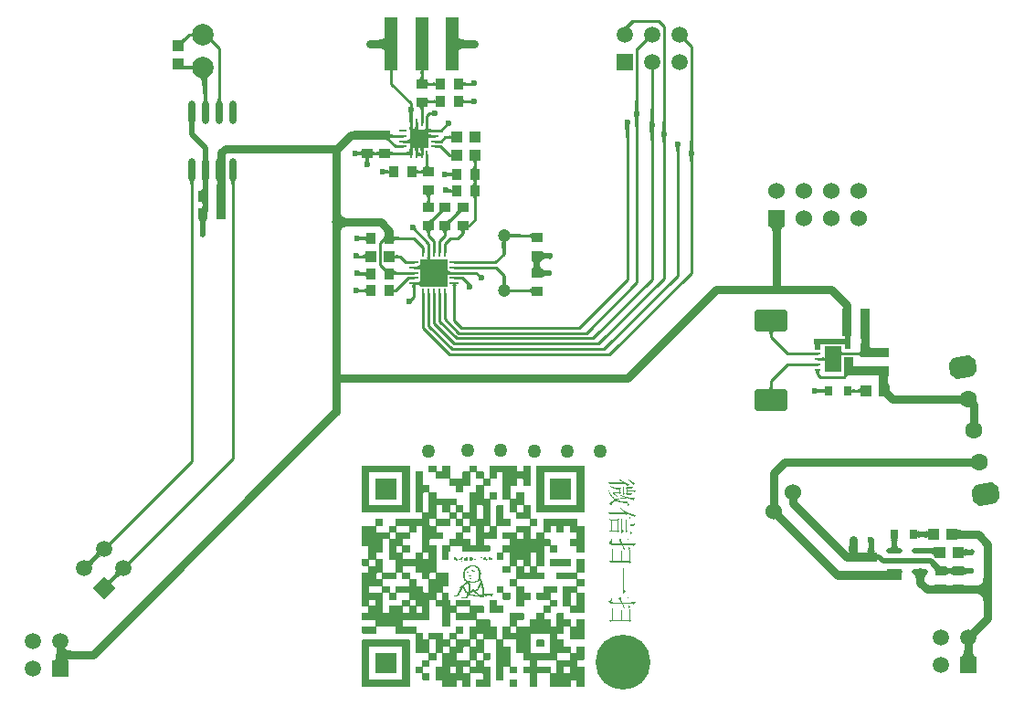
<source format=gtl>
G04 Layer_Physical_Order=1*
G04 Layer_Color=255*
%FSLAX25Y25*%
%MOIN*%
G70*
G01*
G75*
%ADD10R,0.10236X0.10236*%
%ADD11O,0.03347X0.00984*%
%ADD12O,0.00984X0.03347*%
%ADD13R,0.06496X0.09449*%
%ADD14R,0.02362X0.00945*%
%ADD15O,0.02362X0.08661*%
%ADD16R,0.03937X0.04331*%
G04:AMPARAMS|DCode=17|XSize=39.37mil|YSize=35.43mil|CornerRadius=1.77mil|HoleSize=0mil|Usage=FLASHONLY|Rotation=270.000|XOffset=0mil|YOffset=0mil|HoleType=Round|Shape=RoundedRectangle|*
%AMROUNDEDRECTD17*
21,1,0.03937,0.03189,0,0,270.0*
21,1,0.03583,0.03543,0,0,270.0*
1,1,0.00354,-0.01595,-0.01791*
1,1,0.00354,-0.01595,0.01791*
1,1,0.00354,0.01595,0.01791*
1,1,0.00354,0.01595,-0.01791*
%
%ADD17ROUNDEDRECTD17*%
G04:AMPARAMS|DCode=18|XSize=39.37mil|YSize=35.43mil|CornerRadius=1.77mil|HoleSize=0mil|Usage=FLASHONLY|Rotation=0.000|XOffset=0mil|YOffset=0mil|HoleType=Round|Shape=RoundedRectangle|*
%AMROUNDEDRECTD18*
21,1,0.03937,0.03189,0,0,0.0*
21,1,0.03583,0.03543,0,0,0.0*
1,1,0.00354,0.01791,-0.01595*
1,1,0.00354,-0.01791,-0.01595*
1,1,0.00354,-0.01791,0.01595*
1,1,0.00354,0.01791,0.01595*
%
%ADD18ROUNDEDRECTD18*%
%ADD19R,0.03150X0.03740*%
G04:AMPARAMS|DCode=20|XSize=78.74mil|YSize=118.11mil|CornerRadius=7.87mil|HoleSize=0mil|Usage=FLASHONLY|Rotation=90.000|XOffset=0mil|YOffset=0mil|HoleType=Round|Shape=RoundedRectangle|*
%AMROUNDEDRECTD20*
21,1,0.07874,0.10236,0,0,90.0*
21,1,0.06299,0.11811,0,0,90.0*
1,1,0.01575,0.05118,0.03150*
1,1,0.01575,0.05118,-0.03150*
1,1,0.01575,-0.05118,-0.03150*
1,1,0.01575,-0.05118,0.03150*
%
%ADD20ROUNDEDRECTD20*%
%ADD21R,0.04724X0.19685*%
%ADD22R,0.04331X0.03937*%
%ADD23O,0.05906X0.01969*%
%ADD24O,0.00984X0.03150*%
%ADD25O,0.03150X0.00984*%
%ADD26R,0.06693X0.06693*%
%ADD27C,0.00250*%
%ADD28C,0.01000*%
%ADD29C,0.03000*%
%ADD30C,0.02000*%
%ADD31R,0.03500X0.06500*%
%ADD32R,0.04500X0.03500*%
%ADD33R,0.02362X0.05000*%
%ADD34R,0.02362X0.03248*%
%ADD35R,0.11909X0.02165*%
%ADD36R,0.05807X0.04035*%
%ADD37R,0.04823X0.03445*%
%ADD38C,0.01969*%
%ADD39C,0.05906*%
%ADD40R,0.05906X0.05906*%
%ADD41P,0.08352X4X90.0*%
%ADD42C,0.07874*%
%ADD43R,0.05906X0.05906*%
%ADD44R,0.06000X0.06000*%
%ADD45C,0.06000*%
G04:AMPARAMS|DCode=46|XSize=98.43mil|YSize=78.74mil|CornerRadius=0mil|HoleSize=0mil|Usage=FLASHONLY|Rotation=10.000|XOffset=0mil|YOffset=0mil|HoleType=Round|Shape=Octagon|*
%AMOCTAGOND46*
4,1,8,0.05188,-0.01084,0.04505,0.02793,0.02224,0.04390,-0.03592,0.03365,-0.05188,0.01084,-0.04505,-0.02793,-0.02224,-0.04390,0.03592,-0.03365,0.05188,-0.01084,0.0*
%
%ADD46OCTAGOND46*%

%ADD47C,0.06299*%
%ADD48C,0.04724*%
%ADD49C,0.20000*%
%ADD50C,0.05000*%
%ADD51C,0.02362*%
G36*
X459905Y271432D02*
X459820Y271401D01*
X459745Y271351D01*
X459680Y271280D01*
X459625Y271189D01*
X459580Y271078D01*
X459545Y270946D01*
X459520Y270794D01*
X459505Y270622D01*
X459500Y270430D01*
X458500D01*
X458495Y270622D01*
X458480Y270794D01*
X458455Y270946D01*
X458420Y271078D01*
X458375Y271189D01*
X458320Y271280D01*
X458255Y271351D01*
X458180Y271401D01*
X458095Y271432D01*
X458000Y271442D01*
X460000D01*
X459905Y271432D01*
D02*
G37*
G36*
X488187Y276375D02*
X488207Y276051D01*
X488406D01*
X488364Y276004D01*
X488326Y275899D01*
X488293Y275738D01*
X488265Y275518D01*
X488250Y275319D01*
X488326Y274038D01*
X488364Y273933D01*
X488406Y273886D01*
X488202D01*
X488185Y272998D01*
X485185D01*
X485183Y273562D01*
X485163Y273886D01*
X484964D01*
X485006Y273933D01*
X485044Y274038D01*
X485077Y274199D01*
X485106Y274419D01*
X485120Y274618D01*
X485044Y275899D01*
X485006Y276004D01*
X484964Y276051D01*
X485169D01*
X485185Y276939D01*
X488185D01*
X488187Y276375D01*
D02*
G37*
G36*
X498082Y265354D02*
X498470Y265347D01*
Y262347D01*
X498082Y262345D01*
Y262126D01*
X498035Y262168D01*
X497931Y262205D01*
X497769Y262238D01*
X497550Y262267D01*
X497125Y262298D01*
X495569Y262205D01*
X495465Y262168D01*
X495418Y262126D01*
Y262339D01*
X495030Y262347D01*
Y265347D01*
X495418Y265348D01*
Y265567D01*
X495465Y265525D01*
X495569Y265488D01*
X495731Y265455D01*
X495950Y265426D01*
X496375Y265395D01*
X497931Y265488D01*
X498035Y265525D01*
X498082Y265567D01*
Y265354D01*
D02*
G37*
G36*
X495057Y270004D02*
X495019Y269899D01*
X494986Y269738D01*
X494957Y269518D01*
X494913Y268908D01*
X494895Y267930D01*
X495013Y266442D01*
X495072Y266163D01*
X495143Y265936D01*
X495223Y265761D01*
X495315Y265638D01*
X495418Y265567D01*
X491582D01*
X491638Y265620D01*
X491689Y265729D01*
X491733Y265894D01*
X491772Y266114D01*
X491804Y266392D01*
X491866Y267560D01*
X491868Y267698D01*
X491737Y269899D01*
X491699Y270004D01*
X491657Y270051D01*
X495099D01*
X495057Y270004D01*
D02*
G37*
G36*
X494880Y276375D02*
X494900Y276051D01*
X495099D01*
X495057Y276004D01*
X495019Y275899D01*
X494986Y275738D01*
X494957Y275518D01*
X494943Y275319D01*
X495019Y274038D01*
X495057Y273933D01*
X495099Y273886D01*
X494894D01*
X494878Y272998D01*
X491878D01*
X491876Y273562D01*
X491856Y273886D01*
X491657D01*
X491699Y273933D01*
X491737Y274038D01*
X491770Y274199D01*
X491798Y274419D01*
X491813Y274618D01*
X491737Y275899D01*
X491699Y276004D01*
X491657Y276051D01*
X491861D01*
X491878Y276939D01*
X494878D01*
X494880Y276375D01*
D02*
G37*
G36*
X321460Y287027D02*
X321476Y287022D01*
X321503Y287017D01*
X321542Y287012D01*
X321651Y287005D01*
X322000Y287000D01*
Y286000D01*
X321896Y286000D01*
X321460Y285973D01*
X321454Y285966D01*
Y287034D01*
X321460Y287027D01*
D02*
G37*
G36*
X329425Y288575D02*
X329340Y288545D01*
X329265Y288494D01*
X329200Y288423D01*
X329145Y288333D01*
X329100Y288221D01*
X329065Y288090D01*
X329040Y287938D01*
X329025Y287766D01*
X329020Y287574D01*
X328020D01*
X328015Y287766D01*
X328000Y287938D01*
X327975Y288090D01*
X327940Y288221D01*
X327895Y288333D01*
X327840Y288423D01*
X327775Y288494D01*
X327700Y288545D01*
X327615Y288575D01*
X327520Y288585D01*
X329520D01*
X329425Y288575D01*
D02*
G37*
G36*
X311239Y285500D02*
X311229Y285595D01*
X311198Y285680D01*
X311148Y285755D01*
X311077Y285820D01*
X310986Y285875D01*
X310874Y285920D01*
X310743Y285955D01*
X310591Y285980D01*
X310419Y285995D01*
X310227Y286000D01*
Y287000D01*
X310419Y287005D01*
X310591Y287020D01*
X310743Y287045D01*
X310874Y287080D01*
X310986Y287125D01*
X311077Y287180D01*
X311148Y287245D01*
X311198Y287320D01*
X311229Y287405D01*
X311239Y287500D01*
Y285500D01*
D02*
G37*
G36*
X371542D02*
X371532Y285595D01*
X371501Y285680D01*
X371451Y285755D01*
X371380Y285820D01*
X371289Y285875D01*
X371178Y285920D01*
X371046Y285955D01*
X370894Y285980D01*
X370722Y285995D01*
X370530Y286000D01*
Y287000D01*
X370722Y287005D01*
X370894Y287020D01*
X371046Y287045D01*
X371178Y287080D01*
X371289Y287125D01*
X371380Y287180D01*
X371451Y287245D01*
X371501Y287320D01*
X371532Y287405D01*
X371542Y287500D01*
Y285500D01*
D02*
G37*
G36*
X491542Y262469D02*
X491532Y262563D01*
X491501Y262649D01*
X491451Y262723D01*
X491380Y262789D01*
X491289Y262843D01*
X491178Y262889D01*
X491046Y262924D01*
X490894Y262948D01*
X490722Y262964D01*
X490530Y262968D01*
Y263968D01*
X490722Y263973D01*
X490894Y263988D01*
X491046Y264014D01*
X491178Y264049D01*
X491289Y264093D01*
X491380Y264148D01*
X491451Y264213D01*
X491501Y264288D01*
X491532Y264373D01*
X491542Y264469D01*
Y262469D01*
D02*
G37*
G36*
X476893Y257104D02*
X476808Y257074D01*
X476733Y257024D01*
X476668Y256953D01*
X476613Y256862D01*
X476568Y256750D01*
X476533Y256619D01*
X476508Y256467D01*
X476493Y256295D01*
X476488Y256103D01*
X475488D01*
X475483Y256295D01*
X475468Y256467D01*
X475443Y256619D01*
X475408Y256750D01*
X475363Y256862D01*
X475308Y256953D01*
X475243Y257024D01*
X475168Y257074D01*
X475083Y257104D01*
X474988Y257115D01*
X476988D01*
X476893Y257104D01*
D02*
G37*
G36*
X487585Y257108D02*
X487570Y257090D01*
X487556Y257060D01*
X487544Y257018D01*
X487535Y256964D01*
X487526Y256898D01*
X487515Y256729D01*
X487512Y256512D01*
X486512D01*
X486511Y256626D01*
X486489Y256964D01*
X486479Y257018D01*
X486467Y257060D01*
X486454Y257090D01*
X486438Y257108D01*
X486421Y257115D01*
X487603D01*
X487585Y257108D01*
D02*
G37*
G36*
X478394Y250508D02*
X479200Y250500D01*
X479957Y250500D01*
Y249500D01*
X478394Y249482D01*
Y249000D01*
X478384Y249095D01*
X478354Y249180D01*
X478304Y249255D01*
X478234Y249320D01*
X478144Y249375D01*
X478034Y249420D01*
X477904Y249455D01*
X477780Y249476D01*
X475949Y249455D01*
Y250545D01*
X475994Y250536D01*
X476117Y250529D01*
X477689Y250514D01*
X477754Y250520D01*
X477904Y250545D01*
X478034Y250580D01*
X478144Y250625D01*
X478234Y250680D01*
X478304Y250745D01*
X478354Y250820D01*
X478384Y250905D01*
X478394Y251000D01*
Y250508D01*
D02*
G37*
G36*
X459505Y251378D02*
X459520Y251206D01*
X459545Y251054D01*
X459580Y250922D01*
X459625Y250811D01*
X459680Y250720D01*
X459745Y250649D01*
X459820Y250599D01*
X459905Y250568D01*
X460000Y250558D01*
X458000D01*
X458095Y250568D01*
X458180Y250599D01*
X458255Y250649D01*
X458320Y250720D01*
X458375Y250811D01*
X458420Y250922D01*
X458455Y251054D01*
X458480Y251206D01*
X458495Y251378D01*
X458500Y251570D01*
X459500D01*
X459505Y251378D01*
D02*
G37*
G36*
X487917Y259073D02*
X487832Y259043D01*
X487757Y258992D01*
X487692Y258921D01*
X487637Y258830D01*
X487592Y258719D01*
X487557Y258587D01*
X487550Y258547D01*
X487557Y258507D01*
X487592Y258376D01*
X487637Y258264D01*
X487692Y258173D01*
X487757Y258102D01*
X487832Y258052D01*
X487917Y258022D01*
X488012Y258011D01*
X486012D01*
X486107Y258022D01*
X486192Y258052D01*
X486267Y258102D01*
X486332Y258173D01*
X486387Y258264D01*
X486432Y258376D01*
X486467Y258507D01*
X486473Y258547D01*
X486467Y258587D01*
X486432Y258719D01*
X486387Y258830D01*
X486332Y258921D01*
X486267Y258992D01*
X486192Y259043D01*
X486107Y259073D01*
X486012Y259083D01*
X488012D01*
X487917Y259073D01*
D02*
G37*
G36*
X478276Y260500D02*
X478266Y260595D01*
X478235Y260680D01*
X478185Y260755D01*
X478114Y260820D01*
X478023Y260875D01*
X477912Y260920D01*
X477780Y260955D01*
X477628Y260980D01*
X477456Y260995D01*
X477264Y261000D01*
Y262000D01*
X477456Y262005D01*
X477628Y262020D01*
X477780Y262045D01*
X477912Y262080D01*
X478023Y262125D01*
X478114Y262180D01*
X478185Y262245D01*
X478235Y262320D01*
X478266Y262405D01*
X478276Y262500D01*
Y260500D01*
D02*
G37*
G36*
X484734Y264373D02*
X484764Y264288D01*
X484815Y264213D01*
X484886Y264148D01*
X484977Y264093D01*
X485088Y264049D01*
X485220Y264014D01*
X485372Y263988D01*
X485544Y263973D01*
X485736Y263968D01*
Y262968D01*
X485544Y262964D01*
X485372Y262948D01*
X485220Y262924D01*
X485088Y262889D01*
X484977Y262843D01*
X484886Y262789D01*
X484815Y262723D01*
X484764Y262649D01*
X484734Y262563D01*
X484724Y262469D01*
Y264469D01*
X484734Y264373D01*
D02*
G37*
G36*
X498082Y258661D02*
X498470Y258653D01*
Y255654D01*
X498082Y255652D01*
Y255433D01*
X501918D01*
X501838Y255371D01*
X501767Y255255D01*
X501705Y255085D01*
X501650Y254861D01*
X501604Y254583D01*
X501546Y253955D01*
X501590Y253427D01*
X501660Y253036D01*
X501750Y252707D01*
X501860Y252436D01*
X501990Y252226D01*
X502140Y252077D01*
X502310Y251987D01*
X502500Y251957D01*
X498193D01*
X498251Y251987D01*
X498304Y252077D01*
X498350Y252226D01*
X498389Y252436D01*
X498423Y252707D01*
X498469Y253374D01*
X498396Y254583D01*
X498350Y254861D01*
X498295Y255085D01*
X498233Y255255D01*
X498162Y255371D01*
X498082Y255433D01*
X498035Y255475D01*
X497931Y255512D01*
X497769Y255545D01*
X497550Y255574D01*
X497125Y255605D01*
X495569Y255512D01*
X495465Y255475D01*
X495418Y255433D01*
Y255646D01*
X495030Y255654D01*
Y258653D01*
X495418Y258655D01*
Y258874D01*
X495465Y258833D01*
X495569Y258795D01*
X495731Y258762D01*
X495950Y258733D01*
X496375Y258702D01*
X497931Y258795D01*
X498035Y258833D01*
X498082Y258874D01*
Y258661D01*
D02*
G37*
G36*
X487917Y261041D02*
X487832Y261011D01*
X487757Y260961D01*
X487692Y260890D01*
X487637Y260799D01*
X487592Y260687D01*
X487557Y260556D01*
X487550Y260516D01*
X487557Y260476D01*
X487592Y260344D01*
X487637Y260233D01*
X487692Y260142D01*
X487757Y260071D01*
X487832Y260020D01*
X487917Y259990D01*
X488012Y259980D01*
X486012D01*
X486107Y259990D01*
X486192Y260020D01*
X486267Y260071D01*
X486332Y260142D01*
X486387Y260233D01*
X486432Y260344D01*
X486467Y260476D01*
X486473Y260516D01*
X486467Y260556D01*
X486432Y260687D01*
X486387Y260799D01*
X486332Y260890D01*
X486267Y260961D01*
X486192Y261011D01*
X486107Y261041D01*
X486012Y261052D01*
X488012D01*
X487917Y261041D01*
D02*
G37*
G36*
X344385Y288575D02*
X344300Y288545D01*
X344225Y288494D01*
X344160Y288423D01*
X344105Y288333D01*
X344060Y288221D01*
X344025Y288090D01*
X344000Y287938D01*
X343985Y287766D01*
X343980Y287574D01*
X342980D01*
X342975Y287766D01*
X342960Y287938D01*
X342935Y288090D01*
X342900Y288221D01*
X342855Y288333D01*
X342800Y288423D01*
X342735Y288494D01*
X342660Y288545D01*
X342575Y288575D01*
X342480Y288585D01*
X344480D01*
X344385Y288575D01*
D02*
G37*
G36*
X362181Y304196D02*
X362143Y304058D01*
X362110Y303839D01*
X362081Y303537D01*
X362020Y302138D01*
X362000Y300000D01*
X361000D01*
X360776Y304252D01*
X362224D01*
X362181Y304196D01*
D02*
G37*
G36*
X332042Y302814D02*
X332891Y301859D01*
X332931Y301769D01*
X332904Y301740D01*
X332807Y301769D01*
X332643Y301859D01*
X332409Y302008D01*
X331586Y301166D01*
X331641Y301243D01*
X331668Y301333D01*
X331668Y301437D01*
X331641Y301555D01*
X331586Y301686D01*
X331504Y301831D01*
X331395Y301989D01*
X331258Y302161D01*
X331093Y302346D01*
X330902Y302545D01*
X331659Y303202D01*
X332042Y302814D01*
D02*
G37*
G36*
X321844Y299905D02*
X321875Y299820D01*
X321925Y299745D01*
X321996Y299680D01*
X322087Y299625D01*
X322199Y299580D01*
X322330Y299545D01*
X322482Y299520D01*
X322654Y299505D01*
X322846Y299500D01*
Y298500D01*
X322654Y298495D01*
X322482Y298480D01*
X322330Y298455D01*
X322199Y298420D01*
X322087Y298375D01*
X321996Y298320D01*
X321925Y298255D01*
X321875Y298180D01*
X321844Y298095D01*
X321834Y298000D01*
Y300000D01*
X321844Y299905D01*
D02*
G37*
G36*
X334537Y298914D02*
X334552Y298742D01*
X334577Y298590D01*
X334612Y298458D01*
X334657Y298347D01*
X334712Y298256D01*
X334776Y298185D01*
X334852Y298135D01*
X334936Y298104D01*
X335032Y298094D01*
X333032D01*
X333126Y298104D01*
X333211Y298135D01*
X333286Y298185D01*
X333351Y298256D01*
X333406Y298347D01*
X333452Y298458D01*
X333487Y298590D01*
X333511Y298742D01*
X333526Y298914D01*
X333531Y299106D01*
X334531D01*
X334537Y298914D01*
D02*
G37*
G36*
X317932Y304006D02*
X317924Y304135D01*
X317903Y304236D01*
X317867Y304308D01*
X317817Y304351D01*
X317752Y304365D01*
X317673Y304351D01*
X317579Y304308D01*
X317471Y304236D01*
X317349Y304135D01*
X317213Y304006D01*
X316859Y305066D01*
X317063Y305277D01*
X317406Y305676D01*
X317546Y305864D01*
X317664Y306044D01*
X317760Y306217D01*
X317835Y306383D01*
X317889Y306541D01*
X317921Y306691D01*
X317932Y306834D01*
Y304006D01*
D02*
G37*
G36*
X311239Y306016D02*
X313000Y306000D01*
Y305000D01*
X311239Y305015D01*
Y304500D01*
X311229Y304595D01*
X311198Y304680D01*
X311148Y304755D01*
X311077Y304820D01*
X310986Y304875D01*
X310874Y304920D01*
X310743Y304955D01*
X310591Y304980D01*
X310419Y304995D01*
X310227Y305000D01*
Y305024D01*
X309004Y305035D01*
X309028Y306140D01*
X309081Y306113D01*
X309209Y306089D01*
X309415Y306068D01*
X310492Y306022D01*
X310600Y306021D01*
X310743Y306045D01*
X310874Y306080D01*
X310986Y306125D01*
X311077Y306180D01*
X311148Y306245D01*
X311198Y306320D01*
X311229Y306405D01*
X311239Y306500D01*
Y306016D01*
D02*
G37*
G36*
X463764Y309865D02*
X463511Y309775D01*
X463287Y309625D01*
X463094Y309415D01*
X462930Y309145D01*
X462796Y308815D01*
X462692Y308425D01*
X462618Y307975D01*
X462573Y307465D01*
X462558Y306895D01*
X459558D01*
X459543Y307465D01*
X459499Y307975D01*
X459424Y308425D01*
X459320Y308815D01*
X459186Y309145D01*
X459023Y309415D01*
X458829Y309625D01*
X458606Y309775D01*
X458353Y309865D01*
X458070Y309895D01*
X464046D01*
X463764Y309865D01*
D02*
G37*
G36*
X318724Y304355D02*
X318000Y305000D01*
Y306000D01*
X318000Y306006D01*
X318017Y306026D01*
X318049Y306058D01*
X318339Y306316D01*
X318724Y306645D01*
Y304355D01*
D02*
G37*
G36*
X320888Y306455D02*
X321067Y306359D01*
X321291Y306275D01*
X321454Y306231D01*
Y306500D01*
X321464Y306405D01*
X321495Y306320D01*
X321545Y306245D01*
X321601Y306194D01*
X321872Y306140D01*
X322230Y306090D01*
X323079Y306022D01*
X324107Y306000D01*
Y305000D01*
X323571Y304994D01*
X321872Y304860D01*
X321601Y304806D01*
X321545Y304755D01*
X321495Y304680D01*
X321464Y304595D01*
X321454Y304500D01*
Y304769D01*
X321291Y304725D01*
X321067Y304641D01*
X320888Y304545D01*
X320753Y304439D01*
Y306561D01*
X320888Y306455D01*
D02*
G37*
G36*
X310847Y298000D02*
X310837Y298095D01*
X310807Y298180D01*
X310757Y298255D01*
X310687Y298320D01*
X310597Y298375D01*
X310487Y298420D01*
X310357Y298455D01*
X310207Y298480D01*
X310037Y298495D01*
X309847Y298500D01*
Y299500D01*
X310037Y299505D01*
X310207Y299520D01*
X310357Y299545D01*
X310487Y299580D01*
X310597Y299625D01*
X310687Y299680D01*
X310757Y299745D01*
X310807Y299820D01*
X310837Y299905D01*
X310847Y300000D01*
Y298000D01*
D02*
G37*
G36*
X375492Y294430D02*
X375595Y294308D01*
X375728Y294200D01*
X375889Y294106D01*
X376080Y294027D01*
X376300Y293962D01*
X376549Y293911D01*
X376827Y293875D01*
X377134Y293854D01*
X377470Y293847D01*
Y291846D01*
X377134Y291839D01*
X376549Y291782D01*
X376300Y291731D01*
X376080Y291666D01*
X375889Y291587D01*
X375728Y291493D01*
X375595Y291385D01*
X375492Y291263D01*
X375418Y291126D01*
Y294567D01*
X375492Y294430D01*
D02*
G37*
G36*
X321464Y293905D02*
X321495Y293820D01*
X321545Y293745D01*
X321616Y293680D01*
X321707Y293625D01*
X321818Y293580D01*
X321950Y293545D01*
X322102Y293520D01*
X322274Y293505D01*
X322466Y293500D01*
Y292500D01*
X322274Y292495D01*
X322102Y292480D01*
X321950Y292455D01*
X321818Y292420D01*
X321707Y292375D01*
X321616Y292320D01*
X321545Y292255D01*
X321495Y292180D01*
X321464Y292095D01*
X321454Y292000D01*
Y294000D01*
X321464Y293905D01*
D02*
G37*
G36*
X330906Y288063D02*
X330896Y288158D01*
X330865Y288243D01*
X330815Y288318D01*
X330744Y288383D01*
X330653Y288438D01*
X330542Y288483D01*
X330410Y288518D01*
X330258Y288543D01*
X330086Y288558D01*
X329894Y288563D01*
Y289563D01*
X330086Y289568D01*
X330258Y289583D01*
X330410Y289608D01*
X330542Y289643D01*
X330653Y289688D01*
X330744Y289743D01*
X330815Y289808D01*
X330865Y289883D01*
X330896Y289968D01*
X330906Y290063D01*
Y288063D01*
D02*
G37*
G36*
X362049Y288797D02*
X360951D01*
X360960Y288832D01*
X360969Y288929D01*
X360988Y289604D01*
X361000Y292000D01*
X362000D01*
X362049Y288797D01*
D02*
G37*
G36*
X341116Y293905D02*
X341146Y293820D01*
X341196Y293745D01*
X341266Y293680D01*
X341356Y293625D01*
X341466Y293580D01*
X341596Y293545D01*
X341746Y293520D01*
X341916Y293505D01*
X342106Y293500D01*
Y292500D01*
X341916Y292495D01*
X341746Y292480D01*
X341596Y292455D01*
X341466Y292420D01*
X341356Y292375D01*
X341266Y292320D01*
X341196Y292255D01*
X341146Y292180D01*
X341116Y292095D01*
X341106Y292000D01*
Y294000D01*
X341116Y293905D01*
D02*
G37*
G36*
X330906Y293969D02*
X330896Y294063D01*
X330865Y294148D01*
X330815Y294223D01*
X330744Y294288D01*
X330653Y294343D01*
X330542Y294389D01*
X330410Y294424D01*
X330258Y294448D01*
X330086Y294463D01*
X329894Y294468D01*
Y295468D01*
X330086Y295474D01*
X330258Y295489D01*
X330410Y295514D01*
X330542Y295549D01*
X330653Y295594D01*
X330744Y295649D01*
X330815Y295713D01*
X330865Y295789D01*
X330896Y295873D01*
X330906Y295969D01*
Y293969D01*
D02*
G37*
G36*
X375492Y300738D02*
X375595Y300615D01*
X375728Y300507D01*
X375889Y300413D01*
X376080Y300334D01*
X376300Y300269D01*
X376549Y300218D01*
X376827Y300182D01*
X377134Y300161D01*
X377470Y300153D01*
Y298153D01*
X377134Y298146D01*
X376549Y298089D01*
X376300Y298038D01*
X376080Y297973D01*
X375889Y297894D01*
X375728Y297800D01*
X375595Y297692D01*
X375492Y297570D01*
X375418Y297433D01*
X375243Y297344D01*
X375087Y297229D01*
X374950Y297088D01*
X374830Y296922D01*
X374729Y296729D01*
X374647Y296511D01*
X374583Y296267D01*
X374537Y296000D01*
X374583Y295733D01*
X374647Y295489D01*
X374729Y295270D01*
X374830Y295078D01*
X374950Y294912D01*
X375087Y294771D01*
X375243Y294656D01*
X375418Y294567D01*
X371582D01*
X371757Y294656D01*
X371913Y294771D01*
X372050Y294912D01*
X372170Y295078D01*
X372271Y295270D01*
X372353Y295489D01*
X372417Y295733D01*
X372463Y296000D01*
X372417Y296267D01*
X372353Y296511D01*
X372271Y296729D01*
X372170Y296922D01*
X372050Y297088D01*
X371913Y297229D01*
X371757Y297344D01*
X371582Y297433D01*
X375418D01*
Y300874D01*
X375492Y300738D01*
D02*
G37*
G36*
X317938Y294969D02*
X318319Y294644D01*
X318484Y294527D01*
X318634Y294440D01*
X318767Y294383D01*
X318884Y294356D01*
X318985Y294360D01*
X319069Y294394D01*
X319137Y294458D01*
X317932Y292859D01*
X317978Y292945D01*
X317999Y293042D01*
X317992Y293153D01*
X317960Y293276D01*
X317901Y293411D01*
X317816Y293558D01*
X317705Y293719D01*
X317567Y293891D01*
X317213Y294273D01*
X317723Y295177D01*
X317938Y294969D01*
D02*
G37*
G36*
X311239Y293028D02*
X313000Y293000D01*
Y292000D01*
X311239Y292065D01*
Y291500D01*
X311229Y291595D01*
X311198Y291680D01*
X311148Y291755D01*
X311077Y291820D01*
X310986Y291875D01*
X310874Y291920D01*
X310743Y291955D01*
X310591Y291980D01*
X310419Y291995D01*
X310227Y292000D01*
Y292102D01*
X308910Y292150D01*
X308955Y293193D01*
X309010Y293157D01*
X309144Y293124D01*
X309354Y293095D01*
X310009Y293048D01*
X310696Y293037D01*
X310743Y293045D01*
X310874Y293080D01*
X310986Y293125D01*
X311077Y293180D01*
X311148Y293245D01*
X311198Y293320D01*
X311229Y293405D01*
X311239Y293500D01*
Y293028D01*
D02*
G37*
G36*
X491512Y249000D02*
X491502Y249095D01*
X491472Y249180D01*
X491421Y249255D01*
X491350Y249320D01*
X491259Y249375D01*
X491148Y249420D01*
X491016Y249455D01*
X490865Y249480D01*
X490693Y249495D01*
X490500Y249500D01*
Y250500D01*
X490693Y250505D01*
X490865Y250520D01*
X491016Y250545D01*
X491148Y250580D01*
X491259Y250625D01*
X491350Y250680D01*
X491421Y250745D01*
X491472Y250820D01*
X491502Y250905D01*
X491512Y251000D01*
Y249000D01*
D02*
G37*
G36*
X400214Y215461D02*
X400237Y215438D01*
X400284Y215414D01*
X400342Y215368D01*
X400413Y215309D01*
X400506Y215250D01*
X400705Y215122D01*
X400940Y214981D01*
X401209Y214852D01*
X401478Y214735D01*
X401607Y214700D01*
X401748Y214665D01*
X401759D01*
X401783Y214653D01*
X401818D01*
X401876Y214642D01*
X401935Y214630D01*
X402017Y214618D01*
X402204Y214583D01*
X402415Y214560D01*
X402673Y214536D01*
X402930Y214524D01*
X403211Y214513D01*
X403563D01*
X403727Y214524D01*
X403902D01*
X404265Y214548D01*
X403926Y213962D01*
Y212955D01*
X404300Y212709D01*
X403797Y212124D01*
X403586Y212417D01*
X402040D01*
X403001Y211199D01*
X402872Y211117D01*
X402860Y211128D01*
X402813Y211164D01*
X402755Y211222D01*
X402673Y211293D01*
X402567Y211386D01*
X402450Y211492D01*
X402321Y211609D01*
X402181Y211726D01*
X401876Y211972D01*
X401548Y212218D01*
X401396Y212335D01*
X401244Y212440D01*
X401092Y212534D01*
X400951Y212616D01*
X401537Y213084D01*
X401548Y213072D01*
X401584Y213049D01*
X401630Y213014D01*
X401701Y212979D01*
X401806Y212955D01*
X401923Y212920D01*
X402075Y212909D01*
X402251Y212920D01*
X403680D01*
Y213962D01*
X403223D01*
X403083Y213974D01*
X402930D01*
X402602Y214009D01*
X402263Y214044D01*
X401923Y214115D01*
X401771Y214150D01*
X401619Y214197D01*
X401607D01*
X401584Y214208D01*
X401548Y214232D01*
X401490Y214255D01*
X401420Y214290D01*
X401338Y214325D01*
X401150Y214442D01*
X400928Y214595D01*
X400799Y214688D01*
X400670Y214794D01*
X400541Y214911D01*
X400401Y215040D01*
X400260Y215192D01*
X400120Y215344D01*
X400202Y215473D01*
X400214Y215461D01*
D02*
G37*
G36*
X406736Y214806D02*
X407357D01*
X407626Y214817D01*
X407931D01*
X408223Y214829D01*
X408504Y214841D01*
X408130Y214009D01*
X407872Y214302D01*
X406572D01*
Y213623D01*
X407708D01*
X408188Y213634D01*
X408680Y213646D01*
X408914D01*
X409125Y213658D01*
X409336D01*
X409511Y213670D01*
X409125Y212826D01*
X408879Y213119D01*
X406572D01*
Y212452D01*
X407240D01*
X407532Y212463D01*
X407849Y212475D01*
X408165Y212487D01*
X408458Y212499D01*
X408083Y211655D01*
X407825Y211948D01*
X407263D01*
X407005Y211936D01*
X406736D01*
X406455Y211925D01*
X406197Y211913D01*
X405987Y212452D01*
X406326D01*
Y214302D01*
X406069Y214548D01*
X406572Y215051D01*
X406736Y214806D01*
D02*
G37*
G36*
X399839Y213435D02*
X399874Y213377D01*
X399933Y213271D01*
X400003Y213131D01*
X400108Y212967D01*
X400225Y212768D01*
X400354Y212557D01*
X400506Y212323D01*
X400682Y212077D01*
X400869Y211819D01*
X401068Y211562D01*
X401291Y211304D01*
X401525Y211035D01*
X401771Y210789D01*
X402029Y210543D01*
X402298Y210309D01*
X402321D01*
X402368Y210332D01*
X402462Y210356D01*
X402591Y210391D01*
X402743Y210438D01*
X402919Y210485D01*
X403141Y210531D01*
X403375Y210590D01*
X403633Y210648D01*
X403926Y210695D01*
X404230Y210742D01*
X404558Y210789D01*
X404898Y210836D01*
X405261Y210871D01*
X405635Y210894D01*
X406022Y210906D01*
X406010D01*
X405975Y210918D01*
X405916Y210941D01*
X405846Y210965D01*
X405752Y211000D01*
X405647Y211035D01*
X405530Y211082D01*
X405389Y211128D01*
X405097Y211257D01*
X404769Y211398D01*
X404441Y211562D01*
X404101Y211737D01*
X404137Y211866D01*
X404160Y211855D01*
X404207Y211843D01*
X404289Y211808D01*
X404394Y211773D01*
X404535Y211726D01*
X404699Y211679D01*
X404886Y211620D01*
X405097Y211550D01*
X405319Y211480D01*
X405553Y211410D01*
X405811Y211339D01*
X406080Y211269D01*
X406654Y211140D01*
X407240Y211012D01*
X407263D01*
X407310Y211000D01*
X407392Y210976D01*
X407497Y210965D01*
X407626Y210941D01*
X407778Y210906D01*
X407942Y210883D01*
X408106Y210847D01*
X408469Y210801D01*
X408832Y210742D01*
X408996Y210719D01*
X409160Y210707D01*
X409301Y210695D01*
X409418D01*
X408961Y209723D01*
X408750Y210063D01*
X408739D01*
X408703Y210075D01*
X408657Y210086D01*
X408586Y210110D01*
X408504Y210133D01*
X408399Y210157D01*
X408282Y210192D01*
X408153Y210227D01*
X408012Y210274D01*
X407860Y210309D01*
X407532Y210414D01*
X407169Y210520D01*
X406783Y210648D01*
Y209138D01*
X407240Y208681D01*
X406537Y207967D01*
Y208845D01*
X406467D01*
X406420Y208857D01*
X406350D01*
X406268Y208869D01*
X406186Y208880D01*
X406080Y208892D01*
X405846Y208915D01*
X405577Y208950D01*
X405272Y208986D01*
X404956Y209033D01*
X404617Y209091D01*
X404265Y209150D01*
X403539Y209302D01*
X403188Y209396D01*
X402837Y209489D01*
X402509Y209606D01*
X402204Y209723D01*
X402193Y209712D01*
X402146Y209688D01*
X402087Y209641D01*
X401994Y209583D01*
X401900Y209513D01*
X401783Y209419D01*
X401654Y209314D01*
X401525Y209196D01*
X401396Y209068D01*
X401267Y208927D01*
X401139Y208787D01*
X401022Y208623D01*
X400916Y208459D01*
X400822Y208283D01*
X400752Y208107D01*
X400705Y207920D01*
X400541D01*
Y207932D01*
Y207943D01*
X400518Y208025D01*
X400495Y208131D01*
X400459Y208248D01*
X400389Y208388D01*
X400319Y208506D01*
X400214Y208611D01*
X400155Y208646D01*
X400085Y208681D01*
X400097Y208693D01*
X400120Y208716D01*
X400155Y208763D01*
X400202Y208810D01*
X400272Y208880D01*
X400354Y208962D01*
X400448Y209056D01*
X400553Y209150D01*
X400670Y209255D01*
X400799Y209372D01*
X400951Y209477D01*
X401104Y209594D01*
X401443Y209840D01*
X401830Y210063D01*
X401818Y210075D01*
X401771Y210121D01*
X401701Y210192D01*
X401619Y210285D01*
X401502Y210414D01*
X401373Y210555D01*
X401232Y210730D01*
X401080Y210929D01*
X400916Y211164D01*
X400741Y211410D01*
X400565Y211679D01*
X400389Y211972D01*
X400214Y212288D01*
X400038Y212627D01*
X399862Y212990D01*
X399698Y213377D01*
X399827Y213459D01*
X399839Y213435D01*
D02*
G37*
G36*
X405272Y212744D02*
X405647Y212370D01*
X405026Y211737D01*
Y213834D01*
Y213857D01*
Y213915D01*
X405015Y214009D01*
Y214138D01*
X404991Y214279D01*
X404968Y214431D01*
X404945Y214595D01*
X404898Y214759D01*
X405272Y215133D01*
Y212744D01*
D02*
G37*
G36*
X406959Y217686D02*
X406982Y217674D01*
X407017Y217639D01*
X407064Y217604D01*
X407134Y217546D01*
X407204Y217487D01*
X407380Y217358D01*
X407591Y217194D01*
X407825Y217030D01*
X408059Y216866D01*
X408305Y216714D01*
X408317D01*
X408340Y216691D01*
X408364Y216679D01*
X408411Y216656D01*
X408539Y216585D01*
X408692Y216503D01*
X408856Y216422D01*
X409031Y216339D01*
X409219Y216281D01*
X409382Y216234D01*
X408832Y215473D01*
Y215485D01*
X408809Y215531D01*
X408774Y215602D01*
X408715Y215707D01*
X408633Y215824D01*
X408516Y215977D01*
X408364Y216140D01*
X408270Y216222D01*
X408165Y216316D01*
X408153D01*
X408141Y216339D01*
X408106Y216363D01*
X408059Y216410D01*
X407931Y216515D01*
X407767Y216656D01*
X407568Y216843D01*
X407345Y217054D01*
X407111Y217300D01*
X406865Y217569D01*
X406947Y217698D01*
X406959Y217686D01*
D02*
G37*
G36*
X532514Y155371D02*
X532558Y154861D01*
X532630Y154411D01*
X532730Y154021D01*
X532860Y153691D01*
X533019Y153421D01*
X533206Y153211D01*
X533422Y153061D01*
X533667Y152971D01*
X533941Y152941D01*
X528059D01*
X528333Y152971D01*
X528578Y153061D01*
X528794Y153211D01*
X528981Y153421D01*
X529140Y153691D01*
X529270Y154021D01*
X529370Y154411D01*
X529442Y154861D01*
X529486Y155371D01*
X529500Y155941D01*
X532500D01*
X532514Y155371D01*
D02*
G37*
G36*
X539500Y177362D02*
X536500Y172862D01*
X536470Y173432D01*
X536380Y173942D01*
X536230Y174392D01*
X536020Y174782D01*
X535750Y175112D01*
X535420Y175382D01*
X535030Y175592D01*
X534580Y175742D01*
X534070Y175832D01*
X533500Y175862D01*
Y178862D01*
X534070Y178892D01*
X534580Y178982D01*
X535030Y179132D01*
X535420Y179342D01*
X535750Y179612D01*
X536020Y179942D01*
X536230Y180332D01*
X536380Y180782D01*
X536470Y181292D01*
X536500Y181862D01*
X539500Y177362D01*
D02*
G37*
G36*
X403621Y217815D02*
X403668Y217768D01*
X403762Y217710D01*
X403891Y217628D01*
X404043Y217522D01*
X404230Y217393D01*
X404453Y217253D01*
X404699Y217089D01*
X404710D01*
X404734Y217066D01*
X404769Y217042D01*
X404816Y217019D01*
X404886Y216972D01*
X404956Y216925D01*
X405143Y216820D01*
X405354Y216703D01*
X405588Y216574D01*
X405846Y216445D01*
X406104Y216316D01*
X406115D01*
X406139Y216304D01*
X406174Y216281D01*
X406221Y216258D01*
X406350Y216199D01*
X406514Y216129D01*
X406701Y216047D01*
X406888Y215977D01*
X407076Y215906D01*
X407240Y215848D01*
X406701Y215098D01*
X406689Y215110D01*
X406666Y215157D01*
X406619Y215239D01*
X406537Y215332D01*
X406432Y215450D01*
X406350Y215508D01*
X406268Y215567D01*
X406174Y215637D01*
X406069Y215707D01*
X405951Y215777D01*
X405811Y215848D01*
X400038D01*
X399745Y216433D01*
X399839D01*
X399921Y216422D01*
X400225D01*
X400342Y216410D01*
X400624D01*
X400928Y216398D01*
X405050D01*
X405026Y216422D01*
X404991Y216445D01*
X404933Y216492D01*
X404874Y216539D01*
X404792Y216597D01*
X404605Y216749D01*
X404371Y216937D01*
X404101Y217159D01*
X403809Y217417D01*
X403504Y217698D01*
X403598Y217827D01*
X403621Y217815D01*
D02*
G37*
G36*
X201030Y157430D02*
X201120Y156920D01*
X201270Y156470D01*
X201480Y156080D01*
X201750Y155750D01*
X202080Y155480D01*
X202470Y155270D01*
X202920Y155120D01*
X203430Y155030D01*
X204000Y155000D01*
Y152000D01*
X203430Y151970D01*
X202920Y151880D01*
X202470Y151730D01*
X202080Y151520D01*
X201750Y151250D01*
X201480Y150920D01*
X201270Y150530D01*
X201120Y150080D01*
X201030Y149570D01*
X201000Y149000D01*
X199381Y151429D01*
X197441D01*
X197547Y151450D01*
X197642Y151512D01*
X197726Y151615D01*
X197799Y151760D01*
X197860Y151947D01*
X197910Y152174D01*
X197950Y152444D01*
X197978Y152754D01*
X198000Y153500D01*
X201000Y158000D01*
X201030Y157430D01*
D02*
G37*
G36*
X404125Y207065D02*
X404172Y207030D01*
X404254Y206972D01*
X404359Y206901D01*
X404499Y206808D01*
X404663Y206702D01*
X404851Y206573D01*
X405061Y206445D01*
X405296Y206316D01*
X405542Y206164D01*
X405799Y206023D01*
X406069Y205871D01*
X406654Y205590D01*
X407263Y205320D01*
X407287Y205309D01*
X407333Y205285D01*
X407415Y205262D01*
X407532Y205215D01*
X407673Y205156D01*
X407825Y205098D01*
X407989Y205028D01*
X408176Y204969D01*
X408551Y204829D01*
X408938Y204688D01*
X409113Y204629D01*
X409277Y204583D01*
X409429Y204548D01*
X409558Y204512D01*
X409055Y203681D01*
X408844Y204009D01*
X408832Y204021D01*
X408774Y204032D01*
X408703Y204067D01*
X408598Y204114D01*
X408481Y204173D01*
X408340Y204243D01*
X408176Y204313D01*
X408012Y204395D01*
X407650Y204559D01*
X407287Y204735D01*
X406935Y204910D01*
X406771Y204993D01*
X406619Y205063D01*
X406326Y204559D01*
X406069Y204887D01*
X399909D01*
X399698Y205484D01*
X399780D01*
X399839Y205473D01*
X399991D01*
X400190Y205461D01*
X400413Y205449D01*
X400647D01*
X400893Y205437D01*
X405858D01*
X405846Y205449D01*
X405811Y205473D01*
X405741Y205520D01*
X405659Y205578D01*
X405565Y205648D01*
X405448Y205730D01*
X405319Y205824D01*
X405179Y205929D01*
X404886Y206164D01*
X404570Y206433D01*
X404254Y206714D01*
X403972Y206995D01*
X404101Y207077D01*
X404125Y207065D01*
D02*
G37*
G36*
X405226Y177603D02*
X405905Y176760D01*
X404980Y175846D01*
Y183891D01*
Y183903D01*
Y183926D01*
Y183961D01*
Y184008D01*
X404968Y184125D01*
Y184289D01*
X404945Y184465D01*
X404921Y184652D01*
X404898Y184851D01*
X404851Y185027D01*
X405226Y185402D01*
Y177603D01*
D02*
G37*
G36*
X401291Y187814D02*
X404476D01*
Y190449D01*
Y190460D01*
Y190472D01*
Y190542D01*
X404464Y190648D01*
Y190777D01*
X404441Y190940D01*
X404418Y191104D01*
X404394Y191280D01*
X404347Y191456D01*
X404722Y191831D01*
Y187814D01*
X407462D01*
Y190706D01*
Y190730D01*
Y190800D01*
X407450Y190905D01*
Y191034D01*
X407427Y191186D01*
X407404Y191362D01*
X407380Y191538D01*
X407333Y191713D01*
X407708Y192088D01*
Y187896D01*
X408130Y187556D01*
X407579Y186889D01*
X407333Y187217D01*
X404172D01*
X403551Y187205D01*
X401502D01*
X401244Y187193D01*
X400600D01*
X400436Y187182D01*
X400167D01*
X399909Y187814D01*
X401045D01*
Y191116D01*
Y191128D01*
Y191140D01*
Y191210D01*
X401033Y191315D01*
Y191444D01*
X401010Y191608D01*
X400986Y191772D01*
X400963Y191948D01*
X400916Y192123D01*
X401291Y192510D01*
Y187814D01*
D02*
G37*
G36*
Y166314D02*
X404476D01*
Y168949D01*
Y168961D01*
Y168973D01*
Y169043D01*
X404464Y169148D01*
Y169277D01*
X404441Y169441D01*
X404418Y169605D01*
X404394Y169781D01*
X404347Y169956D01*
X404722Y170331D01*
Y166314D01*
X407462D01*
Y169207D01*
Y169230D01*
Y169300D01*
X407450Y169406D01*
Y169535D01*
X407427Y169687D01*
X407404Y169862D01*
X407380Y170038D01*
X407333Y170214D01*
X407708Y170589D01*
Y166396D01*
X408130Y166057D01*
X407579Y165389D01*
X407333Y165717D01*
X404172D01*
X403551Y165706D01*
X401502D01*
X401244Y165694D01*
X400600D01*
X400436Y165682D01*
X400167D01*
X399909Y166314D01*
X401045D01*
Y169617D01*
Y169628D01*
Y169640D01*
Y169710D01*
X401033Y169816D01*
Y169945D01*
X401010Y170108D01*
X400986Y170272D01*
X400963Y170448D01*
X400916Y170624D01*
X401291Y171010D01*
Y166314D01*
D02*
G37*
G36*
X407076Y172685D02*
X407919D01*
X408106Y172696D01*
X408305D01*
X408727Y172708D01*
X409148Y172720D01*
X409558Y172731D01*
X409090Y171724D01*
X408797Y172099D01*
X407076D01*
Y171631D01*
X407579Y171127D01*
X406830Y170378D01*
Y172099D01*
X404933D01*
X405518Y170542D01*
X405354Y170460D01*
X404558Y172099D01*
X400916D01*
X400869Y172111D01*
X400811Y172123D01*
X400752Y172134D01*
X400670Y172158D01*
X400495Y172228D01*
X400401Y172286D01*
X400296Y172345D01*
X400202Y172427D01*
X400108Y172521D01*
X400014Y172626D01*
X399933Y172755D01*
X399851Y172895D01*
X399780Y173059D01*
X399804D01*
X399862Y173071D01*
X399968Y173118D01*
X400026Y173141D01*
X400097Y173188D01*
X400167Y173258D01*
X400249Y173329D01*
X400331Y173422D01*
X400413Y173539D01*
X400506Y173680D01*
X400600Y173844D01*
X400694Y174031D01*
X400787Y174242D01*
X400951D01*
Y174230D01*
X400940Y174195D01*
Y174148D01*
X400928Y174090D01*
X400916Y174008D01*
X400905Y173914D01*
X400869Y173715D01*
X400846Y173504D01*
X400822Y173293D01*
X400799Y173118D01*
Y173036D01*
Y172977D01*
Y172966D01*
X400811Y172931D01*
X400834Y172884D01*
X400869Y172825D01*
X400940Y172778D01*
X401033Y172731D01*
X401162Y172696D01*
X401326Y172685D01*
X404265D01*
X404254Y172696D01*
X404230Y172743D01*
X404195Y172813D01*
X404148Y172907D01*
X404090Y173012D01*
X404031Y173141D01*
X403879Y173399D01*
X403727Y173668D01*
X403645Y173797D01*
X403574Y173902D01*
X403504Y173996D01*
X403446Y174078D01*
X403387Y174125D01*
X403340Y174148D01*
X404101Y174699D01*
Y174687D01*
Y174675D01*
X404113Y174640D01*
X404125Y174593D01*
X404137Y174535D01*
X404160Y174464D01*
X404183Y174371D01*
X404207Y174254D01*
X404242Y174125D01*
X404289Y173984D01*
X404335Y173820D01*
X404394Y173633D01*
X404464Y173434D01*
X404546Y173200D01*
X404628Y172954D01*
X404722Y172685D01*
X406830D01*
Y173856D01*
X406736Y174359D01*
X407076Y174699D01*
Y172685D01*
D02*
G37*
G36*
Y194184D02*
X407919D01*
X408106Y194196D01*
X408305D01*
X408727Y194208D01*
X409148Y194219D01*
X409558Y194231D01*
X409090Y193224D01*
X408797Y193599D01*
X407076D01*
Y193130D01*
X407579Y192627D01*
X406830Y191877D01*
Y193599D01*
X404933D01*
X405518Y192041D01*
X405354Y191959D01*
X404558Y193599D01*
X400916D01*
X400869Y193610D01*
X400811Y193622D01*
X400752Y193634D01*
X400670Y193657D01*
X400495Y193728D01*
X400401Y193786D01*
X400296Y193845D01*
X400202Y193927D01*
X400108Y194020D01*
X400014Y194126D01*
X399933Y194254D01*
X399851Y194395D01*
X399780Y194559D01*
X399804D01*
X399862Y194571D01*
X399968Y194617D01*
X400026Y194641D01*
X400097Y194688D01*
X400167Y194758D01*
X400249Y194828D01*
X400331Y194922D01*
X400413Y195039D01*
X400506Y195179D01*
X400600Y195343D01*
X400694Y195531D01*
X400787Y195742D01*
X400951D01*
Y195730D01*
X400940Y195695D01*
Y195648D01*
X400928Y195589D01*
X400916Y195507D01*
X400905Y195414D01*
X400869Y195215D01*
X400846Y195004D01*
X400822Y194793D01*
X400799Y194617D01*
Y194536D01*
Y194477D01*
Y194465D01*
X400811Y194430D01*
X400834Y194383D01*
X400869Y194325D01*
X400940Y194278D01*
X401033Y194231D01*
X401162Y194196D01*
X401326Y194184D01*
X404265D01*
X404254Y194196D01*
X404230Y194243D01*
X404195Y194313D01*
X404148Y194407D01*
X404090Y194512D01*
X404031Y194641D01*
X403879Y194898D01*
X403727Y195168D01*
X403645Y195297D01*
X403574Y195402D01*
X403504Y195496D01*
X403446Y195578D01*
X403387Y195624D01*
X403340Y195648D01*
X404101Y196198D01*
Y196187D01*
Y196175D01*
X404113Y196140D01*
X404125Y196093D01*
X404137Y196034D01*
X404160Y195964D01*
X404183Y195870D01*
X404207Y195753D01*
X404242Y195624D01*
X404289Y195484D01*
X404335Y195320D01*
X404394Y195133D01*
X404464Y194934D01*
X404546Y194699D01*
X404628Y194454D01*
X404722Y194184D01*
X406830D01*
Y195355D01*
X406736Y195859D01*
X407076Y196198D01*
Y194184D01*
D02*
G37*
G36*
X407743Y201034D02*
X407825D01*
X407884Y201046D01*
X407954Y201058D01*
X408036Y201070D01*
X408141Y201093D01*
X408247Y201128D01*
X408493Y201210D01*
X408633Y201269D01*
X408774Y201339D01*
X408914Y201421D01*
X409066Y201515D01*
X409230Y201620D01*
X409382Y201749D01*
X409511Y201620D01*
Y201608D01*
X409488Y201585D01*
X409465Y201538D01*
X409429Y201480D01*
X409336Y201339D01*
X409230Y201175D01*
X409101Y200999D01*
X408973Y200824D01*
X408844Y200683D01*
X408785Y200625D01*
X408727Y200578D01*
X408715Y200566D01*
X408680Y200543D01*
X408633Y200508D01*
X408574Y200472D01*
X408446Y200402D01*
X408387Y200379D01*
X408329Y200367D01*
X408282D01*
X408235Y200379D01*
X408165Y200402D01*
X408083Y200449D01*
X407977Y200508D01*
X407872Y200590D01*
X407743Y200695D01*
Y198763D01*
X408247Y198259D01*
X407497Y197510D01*
Y202709D01*
Y202721D01*
Y202732D01*
Y202803D01*
X407485Y202908D01*
Y203037D01*
X407462Y203201D01*
X407439Y203365D01*
X407415Y203540D01*
X407368Y203716D01*
X407743Y204091D01*
Y201034D01*
D02*
G37*
G36*
X403211Y202463D02*
Y199102D01*
X403633Y198728D01*
X403129Y198142D01*
X402872Y198470D01*
X400635D01*
X400436Y198458D01*
X400331Y198447D01*
X400249Y198435D01*
X399991Y199020D01*
X400787D01*
Y202463D01*
X400202D01*
X399956Y203049D01*
X400026D01*
X400073Y203037D01*
X400225D01*
X400307Y203025D01*
X400413D01*
X400659Y203013D01*
X400940D01*
X401267Y203002D01*
X402239D01*
X402544Y203013D01*
X402872Y203025D01*
X403223Y203037D01*
X403586Y203049D01*
X403211Y202463D01*
D02*
G37*
G36*
X404687Y199266D02*
X405190Y198763D01*
X404441Y198013D01*
Y202042D01*
Y202065D01*
Y202135D01*
X404429Y202241D01*
Y202369D01*
X404406Y202522D01*
X404382Y202697D01*
X404359Y202873D01*
X404312Y203049D01*
X404687Y203423D01*
Y199266D01*
D02*
G37*
G36*
X406233Y199313D02*
X406736Y198810D01*
X405987Y198060D01*
Y202077D01*
Y202100D01*
Y202147D01*
X405975Y202229D01*
Y202346D01*
X405951Y202475D01*
X405928Y202627D01*
X405905Y202791D01*
X405858Y202967D01*
X406233Y203341D01*
Y199313D01*
D02*
G37*
G36*
X518948Y175740D02*
X518909Y175763D01*
X518810Y175784D01*
X518652Y175802D01*
X518160Y175832D01*
X515898Y175862D01*
X515896Y178862D01*
X516452Y178865D01*
X518618Y179019D01*
X518784Y179067D01*
X518894Y179121D01*
X518948Y179182D01*
Y175740D01*
D02*
G37*
G36*
X215854Y191789D02*
X214919Y190843D01*
X214027Y189821D01*
X214475Y189373D01*
X214282Y189377D01*
X214005Y189276D01*
X213645Y189072D01*
X213201Y188763D01*
X212889Y188518D01*
X211499Y186926D01*
X211295Y186566D01*
X211194Y186289D01*
X211198Y186096D01*
X210714Y186580D01*
X208783Y184718D01*
X208075Y185425D01*
X209010Y186370D01*
X209902Y187392D01*
X209454Y187840D01*
X209647Y187836D01*
X209924Y187937D01*
X210284Y188142D01*
X210728Y188451D01*
X211040Y188695D01*
X212429Y190287D01*
X212634Y190647D01*
X212735Y190924D01*
X212731Y191117D01*
X213214Y190633D01*
X215146Y192496D01*
X215854Y191789D01*
D02*
G37*
G36*
X493582Y190854D02*
X493970Y190847D01*
Y187847D01*
X493582Y187845D01*
Y187626D01*
X493535Y187668D01*
X493431Y187705D01*
X493269Y187738D01*
X493050Y187767D01*
X492625Y187798D01*
X491069Y187705D01*
X490965Y187668D01*
X490918Y187626D01*
Y187839D01*
X490530Y187847D01*
Y190847D01*
X490918Y190848D01*
Y191067D01*
X490965Y191025D01*
X491069Y190988D01*
X491231Y190955D01*
X491450Y190926D01*
X491875Y190895D01*
X493431Y190988D01*
X493535Y191025D01*
X493582Y191067D01*
Y190854D01*
D02*
G37*
G36*
X529520Y192775D02*
X529580Y192612D01*
X529680Y192469D01*
X529820Y192344D01*
X530000Y192239D01*
X530220Y192153D01*
X530480Y192086D01*
X530780Y192038D01*
X531120Y192010D01*
X531500Y192000D01*
Y190000D01*
X531120Y189990D01*
X530780Y189962D01*
X530480Y189914D01*
X530220Y189847D01*
X530000Y189761D01*
X529820Y189656D01*
X529680Y189531D01*
X529580Y189388D01*
X529520Y189225D01*
X529500Y189043D01*
Y192956D01*
X529520Y192775D01*
D02*
G37*
G36*
X518500Y189500D02*
X518480Y189690D01*
X518420Y189860D01*
X518320Y190010D01*
X518180Y190140D01*
X518000Y190250D01*
X517780Y190340D01*
X517520Y190410D01*
X517220Y190460D01*
X516880Y190490D01*
X516500Y190500D01*
Y192500D01*
X516880Y192505D01*
X517780Y192573D01*
X518000Y192614D01*
X518180Y192664D01*
X518320Y192724D01*
X518420Y192792D01*
X518480Y192870D01*
X518500Y192956D01*
Y189500D01*
D02*
G37*
G36*
X490504Y193571D02*
X490604Y191917D01*
X490650Y191639D01*
X490705Y191415D01*
X490767Y191245D01*
X490838Y191129D01*
X490918Y191067D01*
X487082D01*
X487162Y191129D01*
X487233Y191245D01*
X487295Y191415D01*
X487350Y191639D01*
X487396Y191917D01*
X487462Y192636D01*
X487496Y193571D01*
X487500Y194120D01*
X490500D01*
X490504Y193571D01*
D02*
G37*
G36*
X516000Y195544D02*
X515980Y195725D01*
X515920Y195888D01*
X515820Y196031D01*
X515680Y196156D01*
X515500Y196261D01*
X515280Y196347D01*
X515020Y196414D01*
X514720Y196462D01*
X514380Y196490D01*
X514287Y196493D01*
X514226Y196491D01*
X513886Y196466D01*
X513586Y196423D01*
X513326Y196363D01*
X513106Y196285D01*
X512926Y196191D01*
X512786Y196080D01*
X512686Y195951D01*
X512626Y195805D01*
X512606Y195642D01*
Y199358D01*
X512626Y199195D01*
X512686Y199049D01*
X512786Y198921D01*
X512926Y198809D01*
X513106Y198714D01*
X513326Y198637D01*
X513586Y198577D01*
X513886Y198534D01*
X514226Y198509D01*
X514287Y198507D01*
X514380Y198510D01*
X514720Y198538D01*
X515020Y198586D01*
X515280Y198653D01*
X515500Y198739D01*
X515680Y198844D01*
X515820Y198969D01*
X515920Y199112D01*
X515980Y199275D01*
X516000Y199457D01*
Y195544D01*
D02*
G37*
G36*
X488604Y250905D02*
X488635Y250820D01*
X488685Y250745D01*
X488756Y250680D01*
X488847Y250625D01*
X488958Y250580D01*
X489090Y250545D01*
X489242Y250520D01*
X489414Y250505D01*
X489606Y250500D01*
Y249500D01*
X489414Y249495D01*
X489242Y249480D01*
X489090Y249455D01*
X488958Y249420D01*
X488847Y249375D01*
X488756Y249320D01*
X488685Y249255D01*
X488635Y249180D01*
X488604Y249095D01*
X488594Y249000D01*
Y251000D01*
X488604Y250905D01*
D02*
G37*
G36*
X505421Y195622D02*
X505333Y195562D01*
X505255Y195462D01*
X505187Y195322D01*
X505130Y195142D01*
X505083Y194922D01*
X505047Y194662D01*
X505021Y194362D01*
X505013Y194078D01*
X505040Y193765D01*
X505090Y193462D01*
X505160Y193200D01*
X505249Y192978D01*
X505359Y192796D01*
X505489Y192655D01*
X505639Y192554D01*
X505808Y192493D01*
X505998Y192473D01*
X502002D01*
X502192Y192493D01*
X502361Y192554D01*
X502511Y192655D01*
X502641Y192796D01*
X502751Y192978D01*
X502840Y193200D01*
X502910Y193462D01*
X502960Y193765D01*
X502989Y194092D01*
X502945Y194662D01*
X502903Y194922D01*
X502848Y195142D01*
X502782Y195322D01*
X502703Y195462D01*
X502612Y195562D01*
X502509Y195622D01*
X502394Y195642D01*
X505519D01*
X505421Y195622D01*
D02*
G37*
G36*
X527030Y199370D02*
X527120Y199292D01*
X527270Y199224D01*
X527480Y199164D01*
X527750Y199114D01*
X528080Y199073D01*
X528920Y199018D01*
X530000Y199000D01*
Y196000D01*
X529430Y195995D01*
X527750Y195886D01*
X527480Y195836D01*
X527270Y195776D01*
X527120Y195708D01*
X527030Y195630D01*
X527000Y195544D01*
Y199457D01*
X527030Y199370D01*
D02*
G37*
G36*
X496515Y192741D02*
X496537Y192502D01*
X496583Y192233D01*
X496647Y191989D01*
X496729Y191771D01*
X496830Y191578D01*
X496950Y191412D01*
X497087Y191271D01*
X497243Y191156D01*
X497418Y191067D01*
X496548D01*
X496560Y190473D01*
X496573Y190469D01*
X496700Y190440D01*
X496858Y190415D01*
X497265Y190377D01*
X498107Y190348D01*
X498449Y190347D01*
Y188347D01*
X498107Y188345D01*
X496700Y188253D01*
X496573Y188224D01*
X496478Y188192D01*
X496412Y188156D01*
Y190407D01*
X494439D01*
X494450Y190448D01*
X494461Y190548D01*
X494478Y190925D01*
X494479Y191067D01*
X493582D01*
X493757Y191156D01*
X493913Y191271D01*
X494050Y191412D01*
X494170Y191578D01*
X494271Y191771D01*
X494353Y191989D01*
X494417Y192233D01*
X494463Y192502D01*
X494491Y192798D01*
X494496Y192969D01*
X494500Y193465D01*
X496500D01*
X496515Y192741D01*
D02*
G37*
G36*
X515896Y183145D02*
X515697Y182937D01*
X515522Y182694D01*
X515370Y182417D01*
X515241Y182105D01*
X515136Y181759D01*
X515054Y181378D01*
X514996Y180963D01*
X514960Y180513D01*
X514949Y180028D01*
X511949D01*
X511937Y180513D01*
X511902Y180963D01*
X511844Y181378D01*
X511762Y181759D01*
X511657Y182105D01*
X511528Y182417D01*
X511376Y182694D01*
X511200Y182937D01*
X511002Y183145D01*
X510779Y183319D01*
X516118D01*
X515896Y183145D01*
D02*
G37*
G36*
X487082Y180933D02*
X487035Y180975D01*
X486931Y181012D01*
X486769Y181045D01*
X486550Y181074D01*
X485940Y181118D01*
X484030Y181154D01*
Y184153D01*
X484593Y184156D01*
X486931Y184295D01*
X487035Y184333D01*
X487082Y184374D01*
Y180933D01*
D02*
G37*
G36*
X529334Y179121D02*
X529444Y179067D01*
X529610Y179019D01*
X529832Y178977D01*
X530109Y178942D01*
X530831Y178891D01*
X532332Y178862D01*
X532331Y175862D01*
X529280Y175740D01*
Y179182D01*
X529334Y179121D01*
D02*
G37*
G36*
X525444Y178870D02*
X525836Y178862D01*
X525835Y175862D01*
X525444Y175847D01*
Y175740D01*
X525405Y175763D01*
X525306Y175784D01*
X525149Y175802D01*
X524823Y175822D01*
X522784Y175740D01*
Y175857D01*
X522394Y175862D01*
X522392Y178862D01*
X522784Y178865D01*
Y179182D01*
X522838Y179121D01*
X522948Y179067D01*
X523114Y179019D01*
X523336Y178977D01*
X523613Y178942D01*
X523822Y178927D01*
X525114Y179019D01*
X525280Y179067D01*
X525390Y179121D01*
X525444Y179182D01*
Y178870D01*
D02*
G37*
G36*
X221546Y182302D02*
X221353Y182306D01*
X221076Y182205D01*
X220716Y182001D01*
X220272Y181692D01*
X219744Y181278D01*
X218439Y180138D01*
X218274Y179980D01*
X218239Y179918D01*
X218192Y179808D01*
X218166Y179705D01*
X218162Y179609D01*
X218179Y179520D01*
X218218Y179438D01*
X218278Y179364D01*
X217963Y179679D01*
X215854Y177647D01*
X215146Y178354D01*
X216081Y179299D01*
X217136Y180506D01*
X216864Y180778D01*
X216938Y180718D01*
X217020Y180679D01*
X217109Y180662D01*
X217205Y180666D01*
X217294Y180688D01*
X219501Y183216D01*
X219705Y183576D01*
X219806Y183853D01*
X219802Y184046D01*
X221546Y182302D01*
D02*
G37*
G36*
X493582Y184161D02*
X493970Y184153D01*
Y181154D01*
X493582Y181152D01*
Y180933D01*
X493535Y180975D01*
X493431Y181012D01*
X493269Y181045D01*
X493050Y181074D01*
X492625Y181105D01*
X491069Y181012D01*
X490965Y180975D01*
X490918Y180933D01*
Y181146D01*
X490530Y181154D01*
Y184153D01*
X490918Y184155D01*
Y184374D01*
X490965Y184333D01*
X491069Y184295D01*
X491231Y184262D01*
X491450Y184233D01*
X491875Y184202D01*
X493431Y184295D01*
X493535Y184333D01*
X493582Y184374D01*
Y184161D01*
D02*
G37*
G36*
X525444Y182433D02*
X525370Y182570D01*
X525267Y182692D01*
X525134Y182800D01*
X524973Y182894D01*
X524782Y182973D01*
X524562Y183038D01*
X524313Y183089D01*
X524141Y183111D01*
X523915Y183089D01*
X523666Y183038D01*
X523446Y182973D01*
X523256Y182894D01*
X523094Y182800D01*
X522962Y182692D01*
X522858Y182570D01*
X522784Y182433D01*
Y185874D01*
X522858Y185738D01*
X522962Y185615D01*
X523094Y185507D01*
X523256Y185413D01*
X523446Y185334D01*
X523666Y185269D01*
X523915Y185218D01*
X524087Y185196D01*
X524313Y185218D01*
X524562Y185269D01*
X524782Y185334D01*
X524973Y185413D01*
X525134Y185507D01*
X525267Y185615D01*
X525370Y185738D01*
X525444Y185874D01*
Y182433D01*
D02*
G37*
G36*
X529354Y185738D02*
X529458Y185615D01*
X529590Y185507D01*
X529752Y185413D01*
X529942Y185334D01*
X530162Y185269D01*
X530411Y185218D01*
X530689Y185182D01*
X530996Y185161D01*
X531332Y185153D01*
Y183153D01*
X530996Y183146D01*
X530411Y183089D01*
X530162Y183038D01*
X529942Y182973D01*
X529752Y182894D01*
X529590Y182800D01*
X529458Y182692D01*
X529354Y182570D01*
X529280Y182433D01*
Y185874D01*
X529354Y185738D01*
D02*
G37*
G36*
X519495Y186953D02*
X520220Y186340D01*
X520543Y186115D01*
X520839Y185945D01*
X521109Y185830D01*
X521352Y185769D01*
X521568Y185763D01*
X521758Y185812D01*
X521921Y185915D01*
X518908Y183295D01*
X519029Y183441D01*
X519091Y183617D01*
X519095Y183824D01*
X519040Y184061D01*
X518926Y184328D01*
X518755Y184626D01*
X518524Y184955D01*
X518235Y185314D01*
X517482Y186124D01*
X519093Y187341D01*
X519495Y186953D01*
D02*
G37*
G36*
X410503Y355911D02*
X410765Y351951D01*
X410827Y351844D01*
X410000Y351000D01*
X410827Y350156D01*
X410765Y350049D01*
X410503Y346089D01*
X410500Y345205D01*
X409500D01*
X409471Y347596D01*
X409382Y349211D01*
X409340Y349576D01*
X409291Y349856D01*
X409235Y350049D01*
X409173Y350156D01*
X410000Y351000D01*
X409173Y351844D01*
X409235Y351951D01*
X409291Y352144D01*
X409340Y352424D01*
X409382Y352789D01*
X409471Y354404D01*
X409500Y356795D01*
X410500D01*
X410503Y355911D01*
D02*
G37*
G36*
X333835Y345335D02*
X332453Y345322D01*
X332548Y345333D01*
X332633Y345364D01*
X332708Y345415D01*
X332773Y345486D01*
X332828Y345578D01*
X332873Y345689D01*
X332908Y345820D01*
X332933Y345971D01*
X332948Y346143D01*
X332953Y346335D01*
X333953D01*
X333835Y345335D01*
D02*
G37*
G36*
X420503Y348411D02*
X420765Y344451D01*
X420827Y344343D01*
X419173D01*
X419235Y344451D01*
X419291Y344644D01*
X419340Y344924D01*
X419382Y345289D01*
X419471Y346904D01*
X419500Y349294D01*
X420500D01*
X420503Y348411D01*
D02*
G37*
G36*
X316082Y344854D02*
X316470Y344847D01*
Y341846D01*
X316082Y341845D01*
Y341626D01*
X316035Y341668D01*
X315931Y341705D01*
X315769Y341738D01*
X315550Y341767D01*
X315125Y341798D01*
X313569Y341705D01*
X313465Y341668D01*
X313418Y341626D01*
Y341839D01*
X313030Y341846D01*
Y344847D01*
X313418Y344848D01*
Y345067D01*
X313465Y345025D01*
X313569Y344988D01*
X313731Y344955D01*
X313950Y344926D01*
X314375Y344895D01*
X315931Y344988D01*
X316035Y345025D01*
X316082Y345067D01*
Y344854D01*
D02*
G37*
G36*
X330021Y346142D02*
X330036Y345970D01*
X330061Y345818D01*
X330096Y345687D01*
X330141Y345575D01*
X330196Y345484D01*
X330261Y345413D01*
X330336Y345363D01*
X330421Y345333D01*
X330516Y345322D01*
X328516D01*
X328518Y345323D01*
X327166Y345335D01*
X327143Y345344D01*
X327123Y345374D01*
X327105Y345424D01*
X327090Y345495D01*
X327077Y345585D01*
X327058Y345824D01*
X327047Y346335D01*
X328047D01*
X328052Y346143D01*
X328067Y345971D01*
X328092Y345820D01*
X328127Y345689D01*
X328172Y345578D01*
X328227Y345486D01*
X328292Y345415D01*
X328367Y345364D01*
X328452Y345333D01*
X328532Y345324D01*
X328611Y345333D01*
X328696Y345363D01*
X328771Y345413D01*
X328836Y345484D01*
X328891Y345575D01*
X328936Y345687D01*
X328971Y345818D01*
X328996Y345970D01*
X329011Y346142D01*
X329016Y346335D01*
X330016D01*
X330021Y346142D01*
D02*
G37*
G36*
X416003Y351911D02*
X416265Y347951D01*
X416327Y347844D01*
X414673D01*
X414735Y347951D01*
X414791Y348144D01*
X414840Y348424D01*
X414882Y348789D01*
X414971Y350404D01*
X415000Y352795D01*
X416000D01*
X416003Y351911D01*
D02*
G37*
G36*
X253519Y364485D02*
X253431Y364042D01*
X253353Y363348D01*
X253229Y361205D01*
X253158Y355841D01*
X253179Y355730D01*
X253223Y355570D01*
X253277Y355440D01*
X253340Y355339D01*
X253414Y355266D01*
X253497Y355223D01*
X253590Y355208D01*
X253150D01*
X253100Y351449D01*
X252100D01*
X252082Y353773D01*
X251991Y355208D01*
X251609D01*
X251703Y355223D01*
X251786Y355266D01*
X251860Y355339D01*
X251923Y355440D01*
X251969Y355551D01*
X251640Y360752D01*
X251438Y361917D01*
X251199Y362850D01*
X250923Y363552D01*
X250610Y364021D01*
X250260Y364259D01*
X253617Y364677D01*
X253519Y364485D01*
D02*
G37*
G36*
X248713Y347910D02*
X248689Y347794D01*
X248668Y347645D01*
X248635Y347248D01*
X248601Y346061D01*
X248600Y345682D01*
X246600D01*
X246599Y346061D01*
X246487Y347910D01*
X246461Y347994D01*
X248739D01*
X248713Y347910D01*
D02*
G37*
G36*
X328204Y351620D02*
X328174Y351566D01*
X328147Y351437D01*
X328124Y351234D01*
X328086Y350601D01*
X328047Y347709D01*
X327047D01*
X327059Y351645D01*
X328204Y351620D01*
D02*
G37*
G36*
X407265Y347049D02*
X407209Y346856D01*
X407160Y346576D01*
X407118Y346211D01*
X407029Y344596D01*
X407000Y342206D01*
X406000D01*
X405997Y343089D01*
X405735Y347049D01*
X405673Y347157D01*
X407327D01*
X407265Y347049D01*
D02*
G37*
G36*
X327178Y340016D02*
X327167Y340111D01*
X327137Y340196D01*
X327086Y340271D01*
X327016Y340336D01*
X326924Y340391D01*
X326813Y340436D01*
X326682Y340471D01*
X326530Y340496D01*
X326358Y340511D01*
X326166Y340516D01*
Y341516D01*
X326358Y341521D01*
X326530Y341536D01*
X326682Y341561D01*
X326813Y341596D01*
X326924Y341641D01*
X327016Y341696D01*
X327086Y341761D01*
X327137Y341836D01*
X327167Y341921D01*
X327178Y342016D01*
Y340016D01*
D02*
G37*
G36*
X319879Y342392D02*
X319832Y342320D01*
X319820Y342228D01*
X319841Y342116D01*
X319896Y341985D01*
X319984Y341834D01*
X320106Y341664D01*
X320261Y341474D01*
X320673Y341034D01*
X319427Y340866D01*
X319245Y341041D01*
X318908Y341322D01*
X318753Y341428D01*
X318607Y341512D01*
X318470Y341572D01*
X318342Y341610D01*
X318224Y341625D01*
X318113Y341616D01*
X318013Y341585D01*
X319958Y342444D01*
X319879Y342392D01*
D02*
G37*
G36*
X332389Y338667D02*
X332304Y338637D01*
X332229Y338586D01*
X332164Y338516D01*
X332109Y338424D01*
X332064Y338313D01*
X332029Y338182D01*
X332004Y338030D01*
X331989Y337858D01*
X331984Y337666D01*
X330984D01*
X330979Y337858D01*
X330964Y338030D01*
X330939Y338182D01*
X330904Y338313D01*
X330859Y338424D01*
X330804Y338516D01*
X330739Y338586D01*
X330664Y338637D01*
X330579Y338667D01*
X330500Y338676D01*
X330421Y338667D01*
X330336Y338637D01*
X330261Y338586D01*
X330196Y338516D01*
X330141Y338424D01*
X330096Y338313D01*
X330061Y338182D01*
X330036Y338030D01*
X330021Y337858D01*
X330016Y337666D01*
X329016D01*
X329011Y337858D01*
X328996Y338030D01*
X328971Y338182D01*
X328936Y338313D01*
X328891Y338424D01*
X328836Y338516D01*
X328771Y338586D01*
X328696Y338637D01*
X328611Y338667D01*
X328532Y338676D01*
X328452Y338667D01*
X328367Y338636D01*
X328292Y338585D01*
X328227Y338513D01*
X328172Y338422D01*
X328127Y338311D01*
X328092Y338180D01*
X328067Y338029D01*
X328052Y337857D01*
X328047Y337666D01*
X327047D01*
X327166Y338666D01*
X328518Y338677D01*
X328516Y338678D01*
X332484D01*
X332389Y338667D01*
D02*
G37*
G36*
X420765Y342549D02*
X420709Y342356D01*
X420660Y342076D01*
X420618Y341711D01*
X420529Y340096D01*
X420500Y337705D01*
X419500D01*
X419497Y338589D01*
X419235Y342549D01*
X419173Y342656D01*
X420827D01*
X420765Y342549D01*
D02*
G37*
G36*
X416265Y346049D02*
X416209Y345856D01*
X416160Y345576D01*
X416118Y345211D01*
X416029Y343596D01*
X416000Y341206D01*
X415000D01*
X414997Y342089D01*
X414735Y346049D01*
X414673Y346157D01*
X416327D01*
X416265Y346049D01*
D02*
G37*
G36*
X319968Y343889D02*
X319999Y343804D01*
X320049Y343729D01*
X320120Y343664D01*
X320211Y343609D01*
X320322Y343564D01*
X320454Y343529D01*
X320606Y343504D01*
X320778Y343489D01*
X320970Y343484D01*
Y342484D01*
X320778Y342479D01*
X320606Y342464D01*
X320454Y342439D01*
X320322Y342404D01*
X320211Y342359D01*
X320120Y342304D01*
X320049Y342239D01*
X319999Y342164D01*
X319968Y342079D01*
X319958Y341984D01*
Y343984D01*
X319968Y343889D01*
D02*
G37*
G36*
X334835Y344453D02*
X334645Y344448D01*
X334474Y344433D01*
X334324Y344408D01*
X334194Y344373D01*
X334085Y344328D01*
X333995Y344273D01*
X333924Y344208D01*
X333874Y344133D01*
X333844Y344048D01*
X333836Y343969D01*
X333844Y343889D01*
X333874Y343804D01*
X333924Y343729D01*
X333995Y343664D01*
X334085Y343609D01*
X334194Y343564D01*
X334324Y343529D01*
X334474Y343504D01*
X334645Y343489D01*
X334835Y343484D01*
Y342484D01*
X334645Y342479D01*
X334474Y342464D01*
X334324Y342439D01*
X334194Y342404D01*
X334085Y342359D01*
X333995Y342304D01*
X333924Y342239D01*
X333874Y342164D01*
X333844Y342079D01*
X333835Y341984D01*
Y343953D01*
Y345335D01*
X333844Y345357D01*
X333874Y345377D01*
X333924Y345395D01*
X333995Y345410D01*
X334085Y345423D01*
X334324Y345442D01*
X334835Y345453D01*
Y344453D01*
D02*
G37*
G36*
X342012Y341500D02*
X342002Y341595D01*
X341972Y341680D01*
X341921Y341755D01*
X341850Y341820D01*
X341759Y341875D01*
X341648Y341920D01*
X341516Y341955D01*
X341365Y341980D01*
X341193Y341995D01*
X341000Y342000D01*
Y343000D01*
X341193Y343005D01*
X341365Y343020D01*
X341516Y343045D01*
X341648Y343080D01*
X341759Y343125D01*
X341850Y343180D01*
X341921Y343245D01*
X341972Y343320D01*
X342002Y343405D01*
X342012Y343500D01*
Y341500D01*
D02*
G37*
G36*
X309582Y341626D02*
X309535Y341668D01*
X309431Y341705D01*
X309269Y341738D01*
X309050Y341767D01*
X308439Y341811D01*
X306530Y341846D01*
Y344847D01*
X307093Y344849D01*
X309431Y344988D01*
X309535Y345025D01*
X309582Y345067D01*
Y341626D01*
D02*
G37*
G36*
X332389Y353382D02*
X332304Y353352D01*
X332229Y353301D01*
X332164Y353230D01*
X332109Y353139D01*
X332064Y353028D01*
X332029Y352896D01*
X332004Y352745D01*
X331989Y352573D01*
X331984Y352380D01*
X330984D01*
X330979Y352573D01*
X330964Y352745D01*
X330939Y352896D01*
X330904Y353028D01*
X330859Y353139D01*
X330804Y353230D01*
X330739Y353301D01*
X330664Y353352D01*
X330579Y353382D01*
X330484Y353392D01*
X332484D01*
X332389Y353382D01*
D02*
G37*
G36*
X318138Y373500D02*
X318108Y373785D01*
X318018Y374040D01*
X317867Y374265D01*
X317656Y374460D01*
X317385Y374625D01*
X317054Y374760D01*
X316662Y374865D01*
X316211Y374940D01*
X315699Y374985D01*
X315126Y375000D01*
Y378000D01*
X315699Y378015D01*
X316211Y378060D01*
X316662Y378135D01*
X317054Y378240D01*
X317385Y378375D01*
X317656Y378540D01*
X317867Y378735D01*
X318018Y378960D01*
X318108Y379215D01*
X318138Y379500D01*
Y373500D01*
D02*
G37*
G36*
X344904Y379215D02*
X344994Y378960D01*
X345144Y378735D01*
X345354Y378540D01*
X345624Y378375D01*
X345954Y378240D01*
X346344Y378135D01*
X346794Y378060D01*
X347304Y378015D01*
X347874Y378000D01*
Y375000D01*
X347304Y374985D01*
X346794Y374940D01*
X346344Y374865D01*
X345954Y374760D01*
X345624Y374625D01*
X345354Y374460D01*
X345144Y374265D01*
X344994Y374040D01*
X344904Y373785D01*
X344874Y373500D01*
Y379500D01*
X344904Y379215D01*
D02*
G37*
G36*
X244455Y368901D02*
X244486Y368816D01*
X244537Y368741D01*
X244608Y368676D01*
X244699Y368621D01*
X244810Y368576D01*
X244896Y368553D01*
X247623Y368679D01*
Y367313D01*
X247577Y367348D01*
X247454Y367379D01*
X247252Y367406D01*
X246615Y367450D01*
X245083Y367474D01*
X244947Y367451D01*
X244816Y367417D01*
X244707Y367372D01*
X244617Y367318D01*
X244547Y367253D01*
X244496Y367179D01*
X244466Y367094D01*
X244457Y367000D01*
X244454Y367484D01*
X243657Y367496D01*
Y368496D01*
X244447Y368533D01*
X244444Y368996D01*
X244455Y368901D01*
D02*
G37*
G36*
X321431Y375305D02*
X321336Y375126D01*
X321251Y374902D01*
X321179Y374634D01*
X321117Y374320D01*
X321066Y373963D01*
X320999Y373113D01*
X320976Y372086D01*
X319976D01*
X319971Y372622D01*
X319836Y374320D01*
X319774Y374634D01*
X319701Y374902D01*
X319617Y375126D01*
X319522Y375305D01*
X319415Y375440D01*
X321538D01*
X321431Y375305D01*
D02*
G37*
G36*
X414096Y377402D02*
X414002Y377400D01*
X413845Y377327D01*
X413627Y377181D01*
X413346Y376963D01*
X412597Y376312D01*
X410354Y374147D01*
X409647Y374853D01*
X410296Y375508D01*
X412827Y378345D01*
X412900Y378502D01*
X412902Y378596D01*
X414096Y377402D01*
D02*
G37*
G36*
X245164Y377803D02*
X244973Y377606D01*
X244671Y377248D01*
X244560Y377088D01*
X244475Y376940D01*
X244416Y376805D01*
X244384Y376682D01*
X244378Y376572D01*
X244398Y376474D01*
X244444Y376389D01*
X243239Y377988D01*
X243307Y377924D01*
X243391Y377890D01*
X243492Y377886D01*
X243609Y377913D01*
X243742Y377969D01*
X243892Y378056D01*
X244058Y378174D01*
X244240Y378321D01*
X244653Y378707D01*
X245164Y377803D01*
D02*
G37*
G36*
X408853Y384647D02*
X406834Y382634D01*
X405804Y382937D01*
X408146Y385353D01*
X408853Y384647D01*
D02*
G37*
G36*
X255102Y378321D02*
X255177Y378202D01*
X255312Y378027D01*
X255764Y377512D01*
X257954Y375257D01*
X257246Y374550D01*
X254283Y377219D01*
X255088Y378384D01*
X255102Y378321D01*
D02*
G37*
G36*
X427981Y378337D02*
X428045Y378250D01*
X428159Y378115D01*
X429113Y377106D01*
X430353Y375853D01*
X429646Y375147D01*
X427123Y377533D01*
X427967Y378377D01*
X427981Y378337D01*
D02*
G37*
G36*
X332405Y366671D02*
X332320Y366641D01*
X332245Y366590D01*
X332180Y366520D01*
X332125Y366428D01*
X332080Y366317D01*
X332045Y366186D01*
X332020Y366034D01*
X332005Y365862D01*
X332000Y365669D01*
X331000D01*
X330995Y365862D01*
X330980Y366034D01*
X330955Y366186D01*
X330920Y366317D01*
X330875Y366428D01*
X330820Y366520D01*
X330755Y366590D01*
X330680Y366641D01*
X330595Y366671D01*
X330500Y366682D01*
X332500D01*
X332405Y366671D01*
D02*
G37*
G36*
X346618Y356405D02*
X346648Y356320D01*
X346699Y356245D01*
X346770Y356180D01*
X346861Y356125D01*
X346972Y356080D01*
X347104Y356045D01*
X347255Y356020D01*
X347427Y356005D01*
X347620Y356000D01*
Y355000D01*
X347427Y354995D01*
X347255Y354980D01*
X347104Y354955D01*
X346972Y354920D01*
X346861Y354875D01*
X346770Y354820D01*
X346699Y354755D01*
X346648Y354680D01*
X346618Y354595D01*
X346608Y354500D01*
Y356500D01*
X346618Y356405D01*
D02*
G37*
G36*
X258105Y356382D02*
X258144Y355918D01*
X258178Y355730D01*
X258223Y355570D01*
X258277Y355440D01*
X258340Y355339D01*
X258414Y355266D01*
X258497Y355223D01*
X258591Y355208D01*
X256610D01*
X256703Y355223D01*
X256786Y355266D01*
X256860Y355339D01*
X256923Y355440D01*
X256977Y355570D01*
X257021Y355730D01*
X257056Y355918D01*
X257080Y356135D01*
X257095Y356382D01*
X257100Y356657D01*
X258100D01*
X258105Y356382D01*
D02*
G37*
G36*
X333468Y356405D02*
X333499Y356320D01*
X333549Y356245D01*
X333620Y356180D01*
X333711Y356125D01*
X333822Y356080D01*
X333954Y356045D01*
X334106Y356020D01*
X334278Y356005D01*
X334470Y356000D01*
Y355000D01*
X334278Y354995D01*
X334106Y354980D01*
X333954Y354955D01*
X333822Y354920D01*
X333711Y354875D01*
X333620Y354820D01*
X333549Y354755D01*
X333499Y354680D01*
X333468Y354595D01*
X333458Y354500D01*
Y356500D01*
X333468Y356405D01*
D02*
G37*
G36*
X336392Y354500D02*
X336382Y354595D01*
X336352Y354680D01*
X336301Y354755D01*
X336230Y354820D01*
X336139Y354875D01*
X336028Y354920D01*
X335896Y354955D01*
X335745Y354980D01*
X335573Y354995D01*
X335380Y355000D01*
Y356000D01*
X335573Y356005D01*
X335745Y356020D01*
X335896Y356045D01*
X336028Y356080D01*
X336139Y356125D01*
X336230Y356180D01*
X336301Y356245D01*
X336352Y356320D01*
X336382Y356405D01*
X336392Y356500D01*
Y354500D01*
D02*
G37*
G36*
X333468Y362752D02*
X333499Y362667D01*
X333549Y362592D01*
X333620Y362526D01*
X333711Y362472D01*
X333822Y362426D01*
X333954Y362391D01*
X334106Y362367D01*
X334278Y362351D01*
X334470Y362347D01*
Y361347D01*
X334278Y361342D01*
X334106Y361327D01*
X333954Y361301D01*
X333822Y361266D01*
X333711Y361222D01*
X333620Y361167D01*
X333549Y361102D01*
X333499Y361027D01*
X333468Y360942D01*
X333458Y360846D01*
Y362846D01*
X333468Y362752D01*
D02*
G37*
G36*
X332005Y364427D02*
X332020Y364255D01*
X332045Y364104D01*
X332080Y363972D01*
X332125Y363861D01*
X332180Y363770D01*
X332245Y363699D01*
X332320Y363648D01*
X332405Y363618D01*
X332500Y363608D01*
X330500D01*
X330595Y363618D01*
X330680Y363648D01*
X330755Y363699D01*
X330820Y363770D01*
X330875Y363861D01*
X330920Y363972D01*
X330955Y364104D01*
X330980Y364255D01*
X330995Y364427D01*
X331000Y364620D01*
X332000D01*
X332005Y364427D01*
D02*
G37*
G36*
X321381Y366671D02*
X321296Y366641D01*
X321221Y366590D01*
X321156Y366520D01*
X321101Y366428D01*
X321056Y366317D01*
X321021Y366186D01*
X320996Y366034D01*
X320981Y365862D01*
X320976Y365669D01*
X319976D01*
X319971Y365862D01*
X319956Y366034D01*
X319931Y366186D01*
X319896Y366317D01*
X319851Y366428D01*
X319796Y366520D01*
X319731Y366590D01*
X319656Y366641D01*
X319571Y366671D01*
X319476Y366682D01*
X321476D01*
X321381Y366671D01*
D02*
G37*
G36*
X336392Y360846D02*
X336382Y360942D01*
X336352Y361027D01*
X336301Y361102D01*
X336230Y361167D01*
X336139Y361222D01*
X336028Y361266D01*
X335896Y361301D01*
X335745Y361327D01*
X335573Y361342D01*
X335380Y361347D01*
Y362347D01*
X335573Y362351D01*
X335745Y362367D01*
X335896Y362391D01*
X336028Y362426D01*
X336139Y362472D01*
X336230Y362526D01*
X336301Y362592D01*
X336352Y362667D01*
X336382Y362752D01*
X336392Y362846D01*
Y360846D01*
D02*
G37*
G36*
X346618Y362905D02*
X346648Y362820D01*
X346699Y362745D01*
X346770Y362680D01*
X346861Y362625D01*
X346972Y362580D01*
X347104Y362545D01*
X347255Y362520D01*
X347427Y362505D01*
X347620Y362500D01*
Y361500D01*
X347427Y361495D01*
X347255Y361480D01*
X347104Y361455D01*
X346972Y361420D01*
X346861Y361375D01*
X346770Y361320D01*
X346699Y361255D01*
X346648Y361180D01*
X346618Y361095D01*
X346608Y361000D01*
Y363000D01*
X346618Y362905D01*
D02*
G37*
G36*
X430503Y341411D02*
X430765Y337451D01*
X430827Y337344D01*
X429173D01*
X429235Y337451D01*
X429291Y337644D01*
X429340Y337924D01*
X429382Y338289D01*
X429471Y339904D01*
X429500Y342295D01*
X430500D01*
X430503Y341411D01*
D02*
G37*
G36*
X334505Y319427D02*
X334520Y319255D01*
X334545Y319104D01*
X334580Y318972D01*
X334625Y318861D01*
X334680Y318770D01*
X334745Y318699D01*
X334820Y318648D01*
X334905Y318618D01*
X335000Y318608D01*
X333000D01*
X333095Y318618D01*
X333180Y318648D01*
X333255Y318699D01*
X333320Y318770D01*
X333375Y318861D01*
X333420Y318972D01*
X333455Y319104D01*
X333480Y319255D01*
X333495Y319427D01*
X333500Y319620D01*
X334500D01*
X334505Y319427D01*
D02*
G37*
G36*
X351751Y321032D02*
X351666Y321001D01*
X351591Y320951D01*
X351526Y320880D01*
X351471Y320789D01*
X351427Y320678D01*
X351392Y320546D01*
X351366Y320394D01*
X351351Y320222D01*
X351346Y320030D01*
X350346D01*
X350342Y320222D01*
X350326Y320394D01*
X350302Y320546D01*
X350267Y320678D01*
X350221Y320789D01*
X350167Y320880D01*
X350101Y320951D01*
X350026Y321001D01*
X349941Y321032D01*
X349847Y321042D01*
X351847D01*
X351751Y321032D01*
D02*
G37*
G36*
X259848Y319082D02*
X260067D01*
X260025Y319035D01*
X259988Y318931D01*
X259955Y318769D01*
X259926Y318550D01*
X259895Y318125D01*
X259988Y316569D01*
X260025Y316465D01*
X260067Y316418D01*
X259854D01*
X259846Y316030D01*
X256846D01*
X256845Y316418D01*
X256626D01*
X256667Y316465D01*
X256705Y316569D01*
X256738Y316731D01*
X256767Y316950D01*
X256798Y317375D01*
X256705Y318931D01*
X256667Y319035D01*
X256626Y319082D01*
X256839D01*
X256846Y319470D01*
X259846D01*
X259848Y319082D01*
D02*
G37*
G36*
X253489Y319255D02*
X253515Y319188D01*
X253538Y319061D01*
X253557Y318873D01*
X253573Y318470D01*
X253600D01*
X253598Y317981D01*
X253593Y317903D01*
X253600Y317030D01*
X253538D01*
X253489Y316245D01*
X253460Y316238D01*
X253427Y316291D01*
X250600Y316458D01*
X250790Y316468D01*
X250960Y316520D01*
X251110Y316614D01*
X251240Y316752D01*
X251350Y316932D01*
X251440Y317154D01*
X251510Y317419D01*
X251560Y317727D01*
X251562Y317750D01*
X251560Y317773D01*
X251510Y318081D01*
X251440Y318346D01*
X251350Y318568D01*
X251240Y318748D01*
X251110Y318886D01*
X250960Y318980D01*
X250790Y319032D01*
X250600Y319042D01*
X253427Y319209D01*
X253460Y319262D01*
X253489Y319255D01*
D02*
G37*
G36*
X334905Y321382D02*
X334820Y321352D01*
X334745Y321301D01*
X334680Y321230D01*
X334625Y321139D01*
X334580Y321028D01*
X334545Y320896D01*
X334520Y320745D01*
X334505Y320573D01*
X334500Y320380D01*
X333500D01*
X333495Y320573D01*
X333480Y320745D01*
X333455Y320896D01*
X333420Y321028D01*
X333375Y321139D01*
X333320Y321230D01*
X333255Y321301D01*
X333180Y321352D01*
X333095Y321382D01*
X333000Y321392D01*
X335000D01*
X334905Y321382D01*
D02*
G37*
G36*
X259849Y325407D02*
X259988Y323069D01*
X260025Y322965D01*
X260067Y322918D01*
X256626D01*
X256667Y322965D01*
X256705Y323069D01*
X256738Y323231D01*
X256767Y323450D01*
X256811Y324061D01*
X256846Y325970D01*
X259846D01*
X259849Y325407D01*
D02*
G37*
G36*
X351351Y325778D02*
X351366Y325606D01*
X351392Y325454D01*
X351427Y325322D01*
X351471Y325211D01*
X351526Y325120D01*
X351591Y325049D01*
X351666Y324999D01*
X351751Y324968D01*
X351847Y324958D01*
X349847D01*
X349941Y324968D01*
X350026Y324999D01*
X350101Y325049D01*
X350167Y325120D01*
X350221Y325211D01*
X350267Y325322D01*
X350302Y325454D01*
X350326Y325606D01*
X350342Y325778D01*
X350346Y325970D01*
X351346D01*
X351351Y325778D01*
D02*
G37*
G36*
X342392Y322000D02*
X342382Y322095D01*
X342352Y322180D01*
X342301Y322255D01*
X342230Y322320D01*
X342139Y322375D01*
X342028Y322420D01*
X341896Y322455D01*
X341745Y322480D01*
X341573Y322495D01*
X341380Y322500D01*
Y323500D01*
X341573Y323505D01*
X341745Y323520D01*
X341896Y323545D01*
X342028Y323580D01*
X342139Y323625D01*
X342230Y323680D01*
X342301Y323745D01*
X342352Y323820D01*
X342382Y323905D01*
X342392Y324000D01*
Y322000D01*
D02*
G37*
G36*
X253713Y327013D02*
X253689Y326897D01*
X253668Y326747D01*
X253635Y326351D01*
X253601Y325163D01*
X253600Y324784D01*
X253599D01*
X253598Y324481D01*
X253489Y322745D01*
X253460Y322738D01*
X253427Y322791D01*
X250600Y322958D01*
X250790Y322968D01*
X250960Y323020D01*
X251110Y323114D01*
X251240Y323252D01*
X251350Y323432D01*
X251440Y323654D01*
X251510Y323919D01*
X251560Y324227D01*
X251590Y324577D01*
X251599Y324947D01*
X251599Y325163D01*
X251487Y327013D01*
X251461Y327096D01*
X253739D01*
X253713Y327013D01*
D02*
G37*
G36*
X346141Y315085D02*
X346056Y315132D01*
X345957Y315152D01*
X345847Y315146D01*
X345724Y315113D01*
X345589Y315055D01*
X345442Y314970D01*
X345282Y314858D01*
X345109Y314721D01*
X344727Y314366D01*
X343823Y314876D01*
X344031Y315091D01*
X344356Y315472D01*
X344473Y315638D01*
X344560Y315788D01*
X344617Y315921D01*
X344644Y316038D01*
X344640Y316138D01*
X344606Y316223D01*
X344542Y316291D01*
X346141Y315085D01*
D02*
G37*
G36*
X334905Y308382D02*
X334820Y308352D01*
X334745Y308301D01*
X334680Y308230D01*
X334625Y308139D01*
X334580Y308028D01*
X334545Y307896D01*
X334520Y307745D01*
X334505Y307573D01*
X334500Y307380D01*
X333500D01*
X333495Y307573D01*
X333480Y307745D01*
X333455Y307896D01*
X333420Y308028D01*
X333375Y308139D01*
X333320Y308230D01*
X333255Y308301D01*
X333180Y308352D01*
X333095Y308382D01*
X333000Y308392D01*
X335000D01*
X334905Y308382D01*
D02*
G37*
G36*
X340905D02*
X340820Y308352D01*
X340745Y308301D01*
X340680Y308230D01*
X340625Y308139D01*
X340580Y308028D01*
X340545Y307896D01*
X340520Y307745D01*
X340505Y307573D01*
X340500Y307380D01*
X339500D01*
X339495Y307573D01*
X339480Y307745D01*
X339455Y307896D01*
X339420Y308028D01*
X339375Y308139D01*
X339320Y308230D01*
X339255Y308301D01*
X339180Y308352D01*
X339095Y308382D01*
X339000Y308392D01*
X341000D01*
X340905Y308382D01*
D02*
G37*
G36*
X301727Y315347D02*
X301817Y314837D01*
X301967Y314387D01*
X302177Y313997D01*
X302447Y313667D01*
X302777Y313397D01*
X303167Y313187D01*
X303617Y313037D01*
X304127Y312947D01*
X304697Y312917D01*
Y309917D01*
X304127Y309887D01*
X303617Y309797D01*
X303167Y309647D01*
X302777Y309437D01*
X302447Y309167D01*
X302177Y308837D01*
X301967Y308447D01*
X301817Y307997D01*
X301727Y307487D01*
X301697Y306917D01*
X298697Y311417D01*
X301697Y315917D01*
X301727Y315347D01*
D02*
G37*
G36*
X371560Y307008D02*
X372847Y307000D01*
Y306000D01*
X371548Y305988D01*
X371542Y305500D01*
X371533Y305595D01*
X371503Y305680D01*
X371453Y305755D01*
X371383Y305820D01*
X371292Y305875D01*
X371180Y305920D01*
X371048Y305955D01*
X370896Y305980D01*
X370882Y305981D01*
X363788Y305914D01*
Y307086D01*
X363883Y307070D01*
X364158Y307055D01*
X370819Y307013D01*
X370901Y307020D01*
X371056Y307045D01*
X371190Y307079D01*
X371304Y307124D01*
X371397Y307178D01*
X371470Y307243D01*
X371522Y307317D01*
X371554Y307401D01*
X371565Y307495D01*
X371560Y307008D01*
D02*
G37*
G36*
X347308Y308383D02*
X347243Y308357D01*
X347186Y308312D01*
X347137Y308249D01*
X347095Y308169D01*
X347061Y308071D01*
X347034Y307955D01*
X347015Y307821D01*
X347004Y307669D01*
X347000Y307500D01*
X346000D01*
X345996Y307669D01*
X345985Y307821D01*
X345966Y307955D01*
X345939Y308071D01*
X345905Y308169D01*
X345863Y308249D01*
X345814Y308312D01*
X345757Y308357D01*
X345692Y308383D01*
X345620Y308392D01*
X347380D01*
X347308Y308383D01*
D02*
G37*
G36*
X336376Y312512D02*
X336183Y312289D01*
X336108Y312190D01*
X336048Y312097D01*
X336003Y312012D01*
X335973Y311935D01*
X335957Y311865D01*
X335956Y311803D01*
X335970Y311748D01*
X333666Y311915D01*
X333797Y311913D01*
X333930Y311929D01*
X334066Y311960D01*
X334204Y312007D01*
X334344Y312071D01*
X334486Y312151D01*
X334631Y312247D01*
X334779Y312360D01*
X334928Y312489D01*
X335080Y312634D01*
X336494D01*
X336376Y312512D01*
D02*
G37*
G36*
X339641Y315085D02*
X339556Y315132D01*
X339458Y315152D01*
X339347Y315146D01*
X339224Y315113D01*
X339089Y315055D01*
X338942Y314970D01*
X338781Y314858D01*
X338609Y314721D01*
X338227Y314366D01*
X337323Y314876D01*
X337531Y315091D01*
X337856Y315472D01*
X337973Y315638D01*
X338060Y315788D01*
X338117Y315921D01*
X338144Y316038D01*
X338140Y316138D01*
X338106Y316223D01*
X338042Y316291D01*
X339641Y315085D01*
D02*
G37*
G36*
X253238Y312508D02*
X253115Y312405D01*
X253007Y312272D01*
X252913Y312110D01*
X252834Y311920D01*
X252769Y311700D01*
X252718Y311451D01*
X252682Y311173D01*
X252661Y310866D01*
X252654Y310530D01*
X250654D01*
X250646Y310866D01*
X250589Y311451D01*
X250538Y311700D01*
X250473Y311920D01*
X250394Y312110D01*
X250300Y312272D01*
X250192Y312405D01*
X250070Y312508D01*
X249933Y312582D01*
X253374D01*
X253238Y312508D01*
D02*
G37*
G36*
X342677Y312317D02*
X342461Y312093D01*
X342124Y311701D01*
X342004Y311532D01*
X341916Y311381D01*
X341860Y311249D01*
X341836Y311135D01*
X341845Y311039D01*
X341885Y310962D01*
X341958Y310902D01*
X340166Y311915D01*
X340260Y311877D01*
X340365Y311863D01*
X340480Y311874D01*
X340606Y311909D01*
X340742Y311969D01*
X340888Y312053D01*
X341046Y312162D01*
X341213Y312295D01*
X341392Y312452D01*
X341580Y312634D01*
X342677Y312317D01*
D02*
G37*
G36*
X248497Y326777D02*
X248414Y326734D01*
X248340Y326661D01*
X248277Y326560D01*
X248223Y326430D01*
X248179Y326270D01*
X248144Y326082D01*
X248120Y325865D01*
X248105Y325618D01*
X248100Y325343D01*
X247100D01*
X247095Y325618D01*
X247056Y326082D01*
X247022Y326270D01*
X246977Y326430D01*
X246923Y326560D01*
X246860Y326661D01*
X246786Y326734D01*
X246703Y326777D01*
X246609Y326792D01*
X248590D01*
X248497Y326777D01*
D02*
G37*
G36*
X342012Y335500D02*
X341500Y335500D01*
Y336500D01*
X342012Y336500D01*
Y335500D01*
D02*
G37*
G36*
X313468Y337559D02*
X313499Y337474D01*
X313549Y337399D01*
X313620Y337333D01*
X313711Y337279D01*
X313822Y337233D01*
X313954Y337198D01*
X314106Y337174D01*
X314278Y337158D01*
X314470Y337154D01*
Y336154D01*
X314278Y336149D01*
X314106Y336134D01*
X313954Y336108D01*
X313822Y336073D01*
X313711Y336029D01*
X313620Y335974D01*
X313549Y335909D01*
X313499Y335834D01*
X313468Y335749D01*
X313458Y335653D01*
Y337653D01*
X313468Y337559D01*
D02*
G37*
G36*
X425765Y339049D02*
X425709Y338856D01*
X425660Y338576D01*
X425618Y338211D01*
X425529Y336596D01*
X425500Y334206D01*
X424500D01*
X424497Y335089D01*
X424235Y339049D01*
X424173Y339157D01*
X425827D01*
X425765Y339049D01*
D02*
G37*
G36*
X351751Y334045D02*
X351666Y334015D01*
X351591Y333964D01*
X351526Y333894D01*
X351471Y333803D01*
X351427Y333691D01*
X351392Y333560D01*
X351366Y333408D01*
X351351Y333236D01*
X351346Y333044D01*
X350346D01*
X350342Y333236D01*
X350326Y333408D01*
X350302Y333560D01*
X350267Y333691D01*
X350221Y333803D01*
X350167Y333894D01*
X350101Y333964D01*
X350026Y334015D01*
X349941Y334045D01*
X349847Y334055D01*
X351847D01*
X351751Y334045D01*
D02*
G37*
G36*
X253601Y335939D02*
X253713Y334089D01*
X253739Y334006D01*
X251461D01*
X251487Y334089D01*
X251511Y334206D01*
X251532Y334355D01*
X251565Y334752D01*
X251599Y335939D01*
X251600Y336318D01*
X253600D01*
X253601Y335939D01*
D02*
G37*
G36*
X331007Y335291D02*
X330997Y335386D01*
X330966Y335471D01*
X330916Y335546D01*
X330845Y335611D01*
X330754Y335666D01*
X330642Y335711D01*
X330511Y335746D01*
X330500Y335748D01*
X330489Y335746D01*
X330358Y335711D01*
X330246Y335666D01*
X330155Y335611D01*
X330084Y335546D01*
X330034Y335471D01*
X330003Y335386D01*
X329993Y335291D01*
Y337291D01*
X330003Y337196D01*
X330034Y337111D01*
X330084Y337036D01*
X330155Y336971D01*
X330246Y336916D01*
X330358Y336871D01*
X330489Y336836D01*
X330500Y336835D01*
X330511Y336836D01*
X330642Y336871D01*
X330754Y336916D01*
X330845Y336971D01*
X330916Y337036D01*
X330966Y337111D01*
X330997Y337196D01*
X331007Y337291D01*
Y335291D01*
D02*
G37*
G36*
X309542Y337160D02*
X311500Y337154D01*
Y336653D01*
X312000D01*
X312005Y334892D01*
X312500D01*
X312405Y334882D01*
X312320Y334852D01*
X312245Y334801D01*
X312180Y334730D01*
X312125Y334639D01*
X312080Y334528D01*
X312045Y334396D01*
X312020Y334245D01*
X312007Y334092D01*
X312008Y333652D01*
X310995Y333639D01*
X310996Y334042D01*
X310995Y334073D01*
X310980Y334245D01*
X310955Y334396D01*
X310920Y334528D01*
X310875Y334639D01*
X310820Y334730D01*
X310755Y334801D01*
X310680Y334852D01*
X310595Y334882D01*
X310500Y334892D01*
X310997D01*
X310999Y336145D01*
X309542Y336122D01*
Y335653D01*
X309532Y335749D01*
X309501Y335834D01*
X309451Y335909D01*
X309380Y335974D01*
X309289Y336029D01*
X309178Y336073D01*
X309046Y336108D01*
X309017Y336113D01*
X308249Y336101D01*
X308212Y337197D01*
X308249Y337189D01*
X308352Y337181D01*
X308868Y337171D01*
X308894Y337174D01*
X309046Y337198D01*
X309178Y337233D01*
X309289Y337279D01*
X309380Y337333D01*
X309451Y337399D01*
X309501Y337474D01*
X309532Y337559D01*
X309542Y337653D01*
Y337160D01*
D02*
G37*
G36*
X327070Y335653D02*
X327064Y335749D01*
X327037Y335834D01*
X326989Y335909D01*
X326920Y335974D01*
X326829Y336029D01*
X326717Y336073D01*
X326584Y336108D01*
X326430Y336134D01*
X326254Y336149D01*
X326058Y336154D01*
Y337154D01*
X326264Y337158D01*
X326449Y337173D01*
X326613Y337198D01*
X326756Y337232D01*
X326877Y337277D01*
X326978Y337331D01*
X327057Y337395D01*
X327115Y337469D01*
X327151Y337553D01*
X327167Y337647D01*
X327070Y335653D01*
D02*
G37*
G36*
X316042D02*
X316032Y335749D01*
X316001Y335834D01*
X315951Y335909D01*
X315880Y335974D01*
X315789Y336029D01*
X315678Y336073D01*
X315546Y336108D01*
X315394Y336134D01*
X315222Y336149D01*
X315030Y336154D01*
Y337154D01*
X315222Y337158D01*
X315394Y337174D01*
X315546Y337198D01*
X315678Y337233D01*
X315789Y337279D01*
X315880Y337333D01*
X315951Y337399D01*
X316001Y337474D01*
X316032Y337559D01*
X316042Y337653D01*
Y335653D01*
D02*
G37*
G36*
X319968Y337559D02*
X319999Y337474D01*
X320049Y337399D01*
X320120Y337333D01*
X320211Y337279D01*
X320322Y337233D01*
X320454Y337198D01*
X320606Y337174D01*
X320778Y337158D01*
X320970Y337154D01*
Y336154D01*
X320778Y336149D01*
X320606Y336134D01*
X320454Y336108D01*
X320322Y336073D01*
X320211Y336029D01*
X320120Y335974D01*
X320049Y335909D01*
X319999Y335834D01*
X319968Y335749D01*
X319958Y335653D01*
Y337653D01*
X319968Y337559D01*
D02*
G37*
G36*
X332042Y328847D02*
X332032Y328941D01*
X332001Y329027D01*
X331951Y329101D01*
X331880Y329167D01*
X331789Y329222D01*
X331678Y329267D01*
X331546Y329302D01*
X331394Y329327D01*
X331222Y329342D01*
X331030Y329346D01*
Y330346D01*
X331222Y330351D01*
X331394Y330366D01*
X331546Y330392D01*
X331678Y330427D01*
X331789Y330471D01*
X331880Y330526D01*
X331951Y330592D01*
X332001Y330666D01*
X332032Y330751D01*
X332042Y330847D01*
Y328847D01*
D02*
G37*
G36*
X319392Y329000D02*
X319382Y329095D01*
X319352Y329180D01*
X319301Y329255D01*
X319230Y329320D01*
X319139Y329375D01*
X319028Y329420D01*
X318896Y329455D01*
X318745Y329480D01*
X318573Y329495D01*
X318380Y329500D01*
Y330500D01*
X318573Y330505D01*
X318745Y330520D01*
X318896Y330545D01*
X319028Y330580D01*
X319139Y330625D01*
X319230Y330680D01*
X319301Y330745D01*
X319352Y330820D01*
X319382Y330905D01*
X319392Y331000D01*
Y329000D01*
D02*
G37*
G36*
X329618Y330751D02*
X329648Y330666D01*
X329699Y330592D01*
X329770Y330526D01*
X329861Y330471D01*
X329972Y330427D01*
X330104Y330392D01*
X330255Y330366D01*
X330427Y330351D01*
X330620Y330346D01*
Y329346D01*
X330427Y329342D01*
X330255Y329327D01*
X330104Y329302D01*
X329972Y329267D01*
X329861Y329222D01*
X329770Y329167D01*
X329699Y329101D01*
X329648Y329027D01*
X329618Y328941D01*
X329608Y328847D01*
Y330847D01*
X329618Y330751D01*
D02*
G37*
G36*
X263497Y326777D02*
X263414Y326734D01*
X263340Y326661D01*
X263277Y326560D01*
X263223Y326430D01*
X263178Y326270D01*
X263144Y326082D01*
X263120Y325865D01*
X263105Y325618D01*
X263100Y325343D01*
X262100D01*
X262095Y325618D01*
X262056Y326082D01*
X262021Y326270D01*
X261977Y326430D01*
X261923Y326560D01*
X261860Y326661D01*
X261786Y326734D01*
X261703Y326777D01*
X261610Y326792D01*
X263591D01*
X263497Y326777D01*
D02*
G37*
G36*
X351751Y327032D02*
X351666Y327001D01*
X351591Y326951D01*
X351526Y326880D01*
X351471Y326789D01*
X351427Y326678D01*
X351392Y326546D01*
X351366Y326394D01*
X351351Y326222D01*
X351346Y326030D01*
X350346D01*
X350342Y326222D01*
X350326Y326394D01*
X350302Y326546D01*
X350267Y326678D01*
X350221Y326789D01*
X350167Y326880D01*
X350101Y326951D01*
X350026Y327001D01*
X349941Y327032D01*
X349847Y327042D01*
X351847D01*
X351751Y327032D01*
D02*
G37*
G36*
X342392Y329511D02*
X343535Y329500D01*
X344153Y329500D01*
Y328500D01*
X342392Y328472D01*
Y328000D01*
X342382Y328095D01*
X342352Y328180D01*
X342301Y328255D01*
X342230Y328320D01*
X342139Y328375D01*
X342028Y328420D01*
X341896Y328455D01*
X341845Y328464D01*
X340938Y328449D01*
X340880Y329537D01*
X340916Y329530D01*
X341018Y329523D01*
X341712Y329517D01*
X341745Y329520D01*
X341896Y329545D01*
X342028Y329580D01*
X342139Y329625D01*
X342230Y329680D01*
X342301Y329745D01*
X342352Y329820D01*
X342382Y329905D01*
X342392Y330000D01*
Y329511D01*
D02*
G37*
G36*
X351351Y331778D02*
X351366Y331606D01*
X351392Y331454D01*
X351427Y331322D01*
X351471Y331211D01*
X351526Y331120D01*
X351591Y331049D01*
X351666Y330999D01*
X351751Y330968D01*
X351847Y330958D01*
X349847D01*
X349941Y330968D01*
X350026Y330999D01*
X350101Y331049D01*
X350167Y331120D01*
X350221Y331211D01*
X350267Y331322D01*
X350302Y331454D01*
X350326Y331606D01*
X350342Y331778D01*
X350346Y331970D01*
X351346D01*
X351351Y331778D01*
D02*
G37*
G36*
X333958Y332427D02*
X333973Y332255D01*
X333998Y332104D01*
X334033Y331972D01*
X334078Y331861D01*
X334133Y331770D01*
X334198Y331699D01*
X334273Y331648D01*
X334358Y331618D01*
X334453Y331608D01*
X332453D01*
X332548Y331618D01*
X332633Y331648D01*
X332708Y331699D01*
X332773Y331770D01*
X332828Y331861D01*
X332873Y331972D01*
X332908Y332104D01*
X332933Y332255D01*
X332948Y332427D01*
X332953Y332620D01*
X333953D01*
X333958Y332427D01*
D02*
G37*
G36*
X430765Y335549D02*
X430709Y335356D01*
X430660Y335076D01*
X430618Y334711D01*
X430529Y333096D01*
X430500Y330705D01*
X429500D01*
X429497Y331589D01*
X429235Y335549D01*
X429173Y335656D01*
X430827D01*
X430765Y335549D01*
D02*
G37*
%LPC*%
G36*
X406537Y210730D02*
X406479D01*
X406443Y210719D01*
X406326D01*
X406174Y210707D01*
X405987Y210684D01*
X405764Y210660D01*
X405518Y210637D01*
X405249Y210602D01*
X404956Y210566D01*
X404652Y210520D01*
X404019Y210402D01*
X403375Y210250D01*
X403059Y210157D01*
X402755Y210063D01*
X402778Y210051D01*
X402837Y210039D01*
X402919Y210004D01*
X403047Y209969D01*
X403211Y209922D01*
X403399Y209876D01*
X403610Y209817D01*
X403855Y209758D01*
X404125Y209700D01*
X404418Y209641D01*
X404722Y209583D01*
X405061Y209536D01*
X405401Y209489D01*
X405764Y209442D01*
X406151Y209419D01*
X406537Y209396D01*
Y210730D01*
D02*
G37*
G36*
X402965Y202463D02*
X401033D01*
Y199020D01*
X402965D01*
Y202463D01*
D02*
G37*
%LPD*%
D10*
X336000Y293000D02*
D03*
D11*
X328520Y289063D02*
D03*
Y291032D02*
D03*
Y293000D02*
D03*
Y294969D02*
D03*
Y296937D02*
D03*
X343480D02*
D03*
Y294969D02*
D03*
Y293000D02*
D03*
Y291032D02*
D03*
Y289063D02*
D03*
D12*
X332063Y300480D02*
D03*
X334032D02*
D03*
X336000D02*
D03*
X337968D02*
D03*
X339937D02*
D03*
Y285520D02*
D03*
X337968D02*
D03*
X336000D02*
D03*
X334032D02*
D03*
X332063D02*
D03*
D13*
X481500Y261500D02*
D03*
D14*
X487012Y265437D02*
D03*
Y263469D02*
D03*
Y261500D02*
D03*
Y259531D02*
D03*
Y257563D02*
D03*
X475988D02*
D03*
Y259531D02*
D03*
Y261500D02*
D03*
Y263469D02*
D03*
Y265437D02*
D03*
D15*
X247600Y330551D02*
D03*
X252600D02*
D03*
X257600D02*
D03*
X262600D02*
D03*
X247600Y351449D02*
D03*
X252600D02*
D03*
X257600D02*
D03*
X262600D02*
D03*
D16*
X242500Y369153D02*
D03*
Y375847D02*
D03*
D17*
X251654Y321000D02*
D03*
X258347D02*
D03*
X251654Y314500D02*
D03*
X258347D02*
D03*
X493378Y271969D02*
D03*
X486685D02*
D03*
X493378Y277969D02*
D03*
X486685D02*
D03*
X313000Y305500D02*
D03*
X319693D02*
D03*
X313000Y292500D02*
D03*
X319693D02*
D03*
Y286500D02*
D03*
X313000D02*
D03*
X344847Y355500D02*
D03*
X338154D02*
D03*
X344847Y362000D02*
D03*
X338154D02*
D03*
X327847Y330000D02*
D03*
X321153D02*
D03*
X350847Y323000D02*
D03*
X344153D02*
D03*
X350847Y329000D02*
D03*
X344153D02*
D03*
D18*
X527362Y184153D02*
D03*
Y177461D02*
D03*
X520866Y184153D02*
D03*
Y177461D02*
D03*
X495500Y189347D02*
D03*
Y182653D02*
D03*
X489000Y189347D02*
D03*
Y182653D02*
D03*
X493500Y263846D02*
D03*
Y257154D02*
D03*
X500000Y263846D02*
D03*
Y257154D02*
D03*
X311500Y336653D02*
D03*
Y343347D02*
D03*
X318000Y336653D02*
D03*
Y343347D02*
D03*
X334000Y329847D02*
D03*
Y323153D02*
D03*
X373500Y292846D02*
D03*
Y286154D02*
D03*
Y299153D02*
D03*
Y305847D02*
D03*
X331500Y355153D02*
D03*
Y361846D02*
D03*
X334000Y310154D02*
D03*
Y316846D02*
D03*
X340000Y310154D02*
D03*
Y316846D02*
D03*
X346500D02*
D03*
Y310154D02*
D03*
D19*
X487043Y250000D02*
D03*
X479957D02*
D03*
X511043Y197500D02*
D03*
X503957D02*
D03*
D20*
X459000Y275370D02*
D03*
Y246630D02*
D03*
D21*
X342524Y376500D02*
D03*
X320476D02*
D03*
X331500D02*
D03*
D22*
X493653Y250000D02*
D03*
X500347Y250000D02*
D03*
X518153Y197500D02*
D03*
X524847D02*
D03*
X527347Y191000D02*
D03*
X520653D02*
D03*
X319693Y299000D02*
D03*
X313000D02*
D03*
X344153Y336000D02*
D03*
X350847D02*
D03*
X344153Y342500D02*
D03*
X350847D02*
D03*
D23*
X504000Y191500D02*
D03*
Y184020D02*
D03*
X513449Y191500D02*
D03*
Y184020D02*
D03*
X504000Y187760D02*
D03*
D24*
X327547Y336291D02*
D03*
X329516D02*
D03*
X331484D02*
D03*
X333453D02*
D03*
Y347709D02*
D03*
X331484D02*
D03*
X329516D02*
D03*
X327547D02*
D03*
D25*
X336209Y339047D02*
D03*
Y341016D02*
D03*
Y342984D02*
D03*
Y344953D02*
D03*
X324791D02*
D03*
Y342984D02*
D03*
Y341016D02*
D03*
Y339047D02*
D03*
D26*
X330500Y342000D02*
D03*
D27*
X388144Y142116D02*
X390644D01*
X378394D02*
X385644D01*
X370894D02*
X373394D01*
X363644D02*
X366144D01*
X351394D02*
X356394D01*
X346394D02*
X348894D01*
X339144D02*
X343894D01*
X309644D02*
X326894D01*
X388144Y142366D02*
X390644D01*
X378394D02*
X385644D01*
X370894D02*
X373394D01*
X363644D02*
X366144D01*
X351394D02*
X356394D01*
X346394D02*
X348894D01*
X339144D02*
X343894D01*
X309644D02*
X326894D01*
X388144Y142616D02*
X390644D01*
X378394D02*
X385644D01*
X370894D02*
X373394D01*
X363644D02*
X366144D01*
X351394D02*
X356394D01*
X346394D02*
X348894D01*
X339144D02*
X343894D01*
X309644D02*
X326894D01*
X388144Y142866D02*
X390644D01*
X378394D02*
X385644D01*
X370894D02*
X373394D01*
X363644D02*
X366144D01*
X351394D02*
X356394D01*
X346394D02*
X348894D01*
X339144D02*
X343894D01*
X309644D02*
X326894D01*
X388144Y143116D02*
X390644D01*
X378394D02*
X385644D01*
X370894D02*
X373394D01*
X363644D02*
X366144D01*
X351394D02*
X356394D01*
X346394D02*
X348894D01*
X339144D02*
X343894D01*
X309644D02*
X326894D01*
X388144Y143366D02*
X390644D01*
X378394D02*
X385644D01*
X370894D02*
X373394D01*
X363644D02*
X366144D01*
X351394D02*
X356394D01*
X346394D02*
X348894D01*
X339144D02*
X343894D01*
X309644D02*
X326894D01*
X388144Y143616D02*
X390644D01*
X378394D02*
X385644D01*
X370894D02*
X373394D01*
X363644D02*
X366144D01*
X351394D02*
X356394D01*
X346394D02*
X348894D01*
X339144D02*
X343894D01*
X309644D02*
X326894D01*
X388144Y143866D02*
X390644D01*
X378394D02*
X385644D01*
X370894D02*
X373394D01*
X363644D02*
X366144D01*
X351394D02*
X356394D01*
X346394D02*
X348894D01*
X339144D02*
X343894D01*
X309644D02*
X326894D01*
X388144Y144116D02*
X390644D01*
X378394D02*
X385644D01*
X370894D02*
X373394D01*
X363644D02*
X366144D01*
X351394D02*
X356394D01*
X346394D02*
X348894D01*
X339144D02*
X343894D01*
X309644D02*
X326894D01*
X388144Y144366D02*
X390644D01*
X378394D02*
X385644D01*
X370894D02*
X373394D01*
X363644D02*
X365894D01*
X351394D02*
X356394D01*
X346394D02*
X348894D01*
X339144D02*
X344144D01*
X309644D02*
X326894D01*
X378394Y144616D02*
X390644D01*
X370894D02*
X373394D01*
X358644D02*
X361144D01*
X353894D02*
X356394D01*
X336644D02*
X348894D01*
X331894D02*
X334144D01*
X324394D02*
X326894D01*
X309644D02*
X312144D01*
X378394Y144866D02*
X390644D01*
X370894D02*
X373394D01*
X358644D02*
X361144D01*
X353894D02*
X356394D01*
X336644D02*
X348894D01*
X331644D02*
X334144D01*
X324394D02*
X326894D01*
X309644D02*
X312144D01*
X378394Y145116D02*
X390644D01*
X370894D02*
X373394D01*
X358644D02*
X361144D01*
X353894D02*
X356394D01*
X336644D02*
X348894D01*
X331644D02*
X334144D01*
X324394D02*
X326894D01*
X309644D02*
X312144D01*
X378394Y145366D02*
X390644D01*
X370894D02*
X373394D01*
X358644D02*
X361144D01*
X353894D02*
X356394D01*
X336644D02*
X348894D01*
X331644D02*
X334144D01*
X324394D02*
X326894D01*
X309644D02*
X312144D01*
X378394Y145616D02*
X390644D01*
X370894D02*
X373394D01*
X358644D02*
X361144D01*
X353894D02*
X356394D01*
X336644D02*
X348894D01*
X331644D02*
X334144D01*
X324394D02*
X326894D01*
X309644D02*
X312144D01*
X378394Y145866D02*
X390644D01*
X370894D02*
X373394D01*
X358644D02*
X361144D01*
X353894D02*
X356394D01*
X336644D02*
X348894D01*
X331644D02*
X334144D01*
X324394D02*
X326894D01*
X309644D02*
X312144D01*
X378394Y146116D02*
X390644D01*
X370894D02*
X373394D01*
X358644D02*
X361144D01*
X353894D02*
X356394D01*
X336644D02*
X348894D01*
X331644D02*
X334144D01*
X324394D02*
X326894D01*
X309644D02*
X312144D01*
X378394Y146366D02*
X390644D01*
X370894D02*
X373394D01*
X358644D02*
X361144D01*
X353894D02*
X356394D01*
X336644D02*
X348894D01*
X331644D02*
X334144D01*
X324394D02*
X326894D01*
X309644D02*
X312144D01*
X378394Y146616D02*
X390644D01*
X370894D02*
X373394D01*
X358644D02*
X361144D01*
X353894D02*
X356394D01*
X336644D02*
X348894D01*
X331644D02*
X334144D01*
X324394D02*
X326894D01*
X309644D02*
X312144D01*
X378394Y146866D02*
X390644D01*
X370894D02*
X373394D01*
X358644D02*
X361144D01*
X353644D02*
X356394D01*
X336644D02*
X348894D01*
X331644D02*
X334144D01*
X324394D02*
X326894D01*
X309644D02*
X312144D01*
X385644Y147116D02*
X390644D01*
X380644D02*
X383144D01*
X368644D02*
X378394D01*
X363644D02*
X366144D01*
X358644D02*
X361144D01*
X348894D02*
X356394D01*
X343894D02*
X346394D01*
X336644D02*
X341644D01*
X329394D02*
X331644D01*
X324394D02*
X326894D01*
X314644D02*
X321894D01*
X309644D02*
X312144D01*
X385644Y147366D02*
X390644D01*
X380644D02*
X383144D01*
X368644D02*
X378394D01*
X363644D02*
X366144D01*
X358644D02*
X361144D01*
X348894D02*
X356394D01*
X343894D02*
X346394D01*
X336644D02*
X341644D01*
X329394D02*
X331644D01*
X324394D02*
X326894D01*
X314644D02*
X321894D01*
X309644D02*
X312144D01*
X385644Y147616D02*
X390644D01*
X380644D02*
X383144D01*
X368644D02*
X378394D01*
X363644D02*
X366144D01*
X358644D02*
X361144D01*
X348894D02*
X356394D01*
X343894D02*
X346394D01*
X336644D02*
X341644D01*
X329394D02*
X331644D01*
X324394D02*
X326894D01*
X314644D02*
X321894D01*
X309644D02*
X312144D01*
X385644Y147866D02*
X390644D01*
X380644D02*
X383144D01*
X368644D02*
X378394D01*
X363644D02*
X366144D01*
X358644D02*
X361144D01*
X348894D02*
X356394D01*
X343894D02*
X346394D01*
X336644D02*
X341644D01*
X329394D02*
X331644D01*
X324394D02*
X326894D01*
X314644D02*
X321894D01*
X309644D02*
X312144D01*
X385644Y148116D02*
X390644D01*
X380644D02*
X383144D01*
X368644D02*
X378394D01*
X363644D02*
X366144D01*
X358644D02*
X361144D01*
X348894D02*
X356394D01*
X343894D02*
X346394D01*
X336644D02*
X341644D01*
X329394D02*
X331644D01*
X324394D02*
X326894D01*
X314644D02*
X321894D01*
X309644D02*
X312144D01*
X385644Y148366D02*
X390644D01*
X380644D02*
X383144D01*
X368644D02*
X378394D01*
X363644D02*
X366144D01*
X358644D02*
X361144D01*
X348894D02*
X356394D01*
X343894D02*
X346394D01*
X336644D02*
X341644D01*
X329394D02*
X331644D01*
X324394D02*
X326894D01*
X314644D02*
X321894D01*
X309644D02*
X312144D01*
X385644Y148616D02*
X390644D01*
X380644D02*
X383144D01*
X368644D02*
X378394D01*
X363644D02*
X366144D01*
X358644D02*
X361144D01*
X348894D02*
X356394D01*
X343894D02*
X346394D01*
X336644D02*
X341644D01*
X329394D02*
X331644D01*
X324394D02*
X326894D01*
X314644D02*
X321894D01*
X309644D02*
X312144D01*
X385644Y148866D02*
X390644D01*
X380644D02*
X383144D01*
X368644D02*
X378394D01*
X363644D02*
X366144D01*
X358644D02*
X361144D01*
X348894D02*
X356394D01*
X343894D02*
X346394D01*
X336644D02*
X341644D01*
X329394D02*
X331644D01*
X324394D02*
X326894D01*
X314644D02*
X321894D01*
X309644D02*
X312144D01*
X385644Y149116D02*
X390644D01*
X380644D02*
X383144D01*
X368644D02*
X378394D01*
X363644D02*
X366144D01*
X358644D02*
X361144D01*
X348894D02*
X356394D01*
X343894D02*
X346394D01*
X336644D02*
X341644D01*
X329394D02*
X331644D01*
X324394D02*
X326894D01*
X314644D02*
X321894D01*
X309644D02*
X312144D01*
X380644Y149366D02*
X388144D01*
X370894D02*
X373394D01*
X358644D02*
X363644D01*
X351394D02*
X353894D01*
X339144D02*
X348894D01*
X331644D02*
X334144D01*
X324394D02*
X326894D01*
X314644D02*
X321894D01*
X309644D02*
X312144D01*
X380644Y149616D02*
X388144D01*
X370894D02*
X373394D01*
X358644D02*
X363644D01*
X351394D02*
X353894D01*
X339144D02*
X348894D01*
X331644D02*
X334144D01*
X324394D02*
X326894D01*
X314644D02*
X321894D01*
X309644D02*
X312144D01*
X380644Y149866D02*
X388144D01*
X370894D02*
X373394D01*
X358644D02*
X363644D01*
X351394D02*
X353894D01*
X339144D02*
X348894D01*
X331644D02*
X334144D01*
X324394D02*
X326894D01*
X314644D02*
X321894D01*
X309644D02*
X312144D01*
X380644Y150116D02*
X388144D01*
X370894D02*
X373394D01*
X358644D02*
X363644D01*
X351394D02*
X353894D01*
X339144D02*
X348894D01*
X331644D02*
X334144D01*
X324394D02*
X326894D01*
X314644D02*
X321894D01*
X309644D02*
X312144D01*
X380644Y150366D02*
X388144D01*
X370894D02*
X373394D01*
X358644D02*
X363644D01*
X351394D02*
X353894D01*
X339144D02*
X348894D01*
X331644D02*
X334144D01*
X324394D02*
X326894D01*
X314644D02*
X321894D01*
X309644D02*
X312144D01*
X380644Y150616D02*
X388144D01*
X370894D02*
X373394D01*
X358644D02*
X363644D01*
X351394D02*
X353894D01*
X339144D02*
X348894D01*
X331644D02*
X334144D01*
X324394D02*
X326894D01*
X314644D02*
X321894D01*
X309644D02*
X312144D01*
X380644Y150866D02*
X388144D01*
X370894D02*
X373394D01*
X358644D02*
X363644D01*
X351394D02*
X353894D01*
X339144D02*
X348894D01*
X331644D02*
X334144D01*
X324394D02*
X326894D01*
X314644D02*
X321894D01*
X309644D02*
X312144D01*
X380644Y151116D02*
X388144D01*
X370894D02*
X373394D01*
X358644D02*
X363644D01*
X351394D02*
X353894D01*
X339144D02*
X348894D01*
X331644D02*
X334144D01*
X324394D02*
X326894D01*
X314644D02*
X321894D01*
X309644D02*
X312144D01*
X380644Y151366D02*
X388144D01*
X370894D02*
X373394D01*
X358644D02*
X363644D01*
X351394D02*
X353894D01*
X339144D02*
X348894D01*
X331644D02*
X334144D01*
X324394D02*
X326894D01*
X314644D02*
X321894D01*
X309644D02*
X312144D01*
X380644Y151616D02*
X388144D01*
X370894D02*
X373394D01*
X358644D02*
X363644D01*
X351394D02*
X353894D01*
X339144D02*
X348894D01*
X331894D02*
X334144D01*
X324394D02*
X326894D01*
X314644D02*
X321894D01*
X309644D02*
X312144D01*
X385644Y151866D02*
X390394D01*
X368644D02*
X380644D01*
X358644D02*
X363644D01*
X353894D02*
X356144D01*
X348894D02*
X351394D01*
X339144D02*
X344144D01*
X334144D02*
X336644D01*
X324394D02*
X326894D01*
X314644D02*
X321894D01*
X309644D02*
X312144D01*
X385644Y152116D02*
X390644D01*
X368644D02*
X380644D01*
X358644D02*
X363644D01*
X353894D02*
X356394D01*
X348894D02*
X351394D01*
X339144D02*
X343894D01*
X334144D02*
X336644D01*
X324394D02*
X326894D01*
X314644D02*
X321894D01*
X309644D02*
X312144D01*
X385644Y152366D02*
X390644D01*
X368644D02*
X380644D01*
X358644D02*
X363644D01*
X353894D02*
X356394D01*
X348894D02*
X351394D01*
X339144D02*
X343894D01*
X334144D02*
X336644D01*
X324394D02*
X326894D01*
X314644D02*
X321894D01*
X309644D02*
X312144D01*
X385644Y152616D02*
X390644D01*
X368644D02*
X380644D01*
X358644D02*
X363644D01*
X353894D02*
X356394D01*
X348894D02*
X351394D01*
X339144D02*
X343894D01*
X334144D02*
X336644D01*
X324394D02*
X326894D01*
X314644D02*
X321894D01*
X309644D02*
X312144D01*
X385644Y152866D02*
X390644D01*
X368644D02*
X380644D01*
X358644D02*
X363644D01*
X353894D02*
X356394D01*
X348894D02*
X351394D01*
X339144D02*
X343894D01*
X334144D02*
X336644D01*
X324394D02*
X326894D01*
X314644D02*
X321894D01*
X309644D02*
X312144D01*
X385644Y153116D02*
X390644D01*
X368644D02*
X380644D01*
X358644D02*
X363644D01*
X353894D02*
X356394D01*
X348894D02*
X351394D01*
X339144D02*
X343894D01*
X334144D02*
X336644D01*
X324394D02*
X326894D01*
X314644D02*
X321894D01*
X309644D02*
X312144D01*
X385644Y153366D02*
X390644D01*
X368644D02*
X380644D01*
X358644D02*
X363644D01*
X353894D02*
X356394D01*
X348894D02*
X351394D01*
X339144D02*
X343894D01*
X334144D02*
X336644D01*
X324394D02*
X326894D01*
X314644D02*
X321894D01*
X309644D02*
X312144D01*
X385644Y153616D02*
X390644D01*
X368644D02*
X380644D01*
X358644D02*
X363644D01*
X353894D02*
X356394D01*
X348894D02*
X351394D01*
X339144D02*
X343894D01*
X334144D02*
X336644D01*
X324394D02*
X326894D01*
X314644D02*
X321894D01*
X309644D02*
X312144D01*
X385644Y153866D02*
X390644D01*
X368644D02*
X380644D01*
X358644D02*
X363644D01*
X353894D02*
X356394D01*
X348894D02*
X351394D01*
X339144D02*
X343894D01*
X334144D02*
X336644D01*
X324394D02*
X326894D01*
X314644D02*
X321894D01*
X309644D02*
X312144D01*
X385644Y154116D02*
X390644D01*
X368644D02*
X380644D01*
X358644D02*
X363644D01*
X353894D02*
X356394D01*
X348894D02*
X351394D01*
X339144D02*
X343894D01*
X334144D02*
X336644D01*
X324394D02*
X326894D01*
X314644D02*
X321894D01*
X309644D02*
X312144D01*
X388144Y154366D02*
X390644D01*
X378394D02*
X385644D01*
X366144D02*
X370894D01*
X358644D02*
X363644D01*
X348894D02*
X353894D01*
X341644D02*
X346394D01*
X336644D02*
X339144D01*
X329394D02*
X334144D01*
X324394D02*
X326894D01*
X309644D02*
X312144D01*
X388144Y154616D02*
X390644D01*
X378394D02*
X385644D01*
X366144D02*
X370894D01*
X358644D02*
X363644D01*
X348894D02*
X353894D01*
X341644D02*
X346394D01*
X336644D02*
X339144D01*
X329394D02*
X334144D01*
X324394D02*
X326894D01*
X309644D02*
X312144D01*
X388144Y154866D02*
X390644D01*
X378394D02*
X385644D01*
X366144D02*
X370894D01*
X358644D02*
X363644D01*
X348894D02*
X353894D01*
X341644D02*
X346394D01*
X336644D02*
X339144D01*
X329394D02*
X334144D01*
X324394D02*
X326894D01*
X309644D02*
X312144D01*
X388144Y155116D02*
X390644D01*
X378394D02*
X385644D01*
X366144D02*
X370894D01*
X358644D02*
X363644D01*
X348894D02*
X353894D01*
X341644D02*
X346394D01*
X336644D02*
X339144D01*
X329394D02*
X334144D01*
X324394D02*
X326894D01*
X309644D02*
X312144D01*
X388144Y155366D02*
X390644D01*
X378394D02*
X385644D01*
X366144D02*
X370894D01*
X358644D02*
X363644D01*
X348894D02*
X353894D01*
X341644D02*
X346394D01*
X336644D02*
X339144D01*
X329394D02*
X334144D01*
X324394D02*
X326894D01*
X309644D02*
X312144D01*
X388144Y155616D02*
X390644D01*
X378394D02*
X385644D01*
X366144D02*
X370894D01*
X358644D02*
X363644D01*
X348894D02*
X353894D01*
X341644D02*
X346394D01*
X336644D02*
X339144D01*
X329394D02*
X334144D01*
X324394D02*
X326894D01*
X309644D02*
X312144D01*
X388144Y155866D02*
X390644D01*
X378394D02*
X385644D01*
X366144D02*
X370894D01*
X358644D02*
X363644D01*
X348894D02*
X353894D01*
X341644D02*
X346394D01*
X336644D02*
X339144D01*
X329394D02*
X334144D01*
X324394D02*
X326894D01*
X309644D02*
X312144D01*
X388144Y156116D02*
X390644D01*
X378394D02*
X385644D01*
X366144D02*
X370894D01*
X358644D02*
X363644D01*
X348894D02*
X353894D01*
X341644D02*
X346394D01*
X336644D02*
X339144D01*
X329394D02*
X334144D01*
X324394D02*
X326894D01*
X309644D02*
X312144D01*
X388144Y156366D02*
X390644D01*
X378394D02*
X385644D01*
X366144D02*
X370894D01*
X358644D02*
X363644D01*
X348894D02*
X353894D01*
X341644D02*
X346394D01*
X336644D02*
X339144D01*
X329394D02*
X334144D01*
X324394D02*
X326894D01*
X309644D02*
X312144D01*
X388144Y156616D02*
X390394D01*
X378394D02*
X385644D01*
X366144D02*
X370894D01*
X358644D02*
X363644D01*
X348894D02*
X353894D01*
X341644D02*
X346644D01*
X336644D02*
X339144D01*
X329394D02*
X334144D01*
X324394D02*
X326894D01*
X309644D02*
X312144D01*
X378394Y156866D02*
X383144D01*
X373394D02*
X375894D01*
X366144D02*
X370894D01*
X358644D02*
X361144D01*
X351394D02*
X353894D01*
X343894D02*
X348894D01*
X336644D02*
X341644D01*
X329394D02*
X334144D01*
X309644D02*
X326894D01*
X378394Y157116D02*
X383144D01*
X373394D02*
X375894D01*
X366144D02*
X370894D01*
X358644D02*
X361144D01*
X351394D02*
X353894D01*
X343894D02*
X348894D01*
X336644D02*
X341644D01*
X329394D02*
X334144D01*
X309644D02*
X326894D01*
X378394Y157366D02*
X383144D01*
X373394D02*
X375894D01*
X366144D02*
X370894D01*
X358644D02*
X361144D01*
X351394D02*
X353894D01*
X343894D02*
X348894D01*
X336644D02*
X341644D01*
X329394D02*
X334144D01*
X309644D02*
X326894D01*
X378394Y157616D02*
X383144D01*
X373394D02*
X375894D01*
X366144D02*
X370894D01*
X358644D02*
X361144D01*
X351394D02*
X353894D01*
X343894D02*
X348894D01*
X336644D02*
X341644D01*
X329394D02*
X334144D01*
X309644D02*
X326894D01*
X378394Y157866D02*
X383144D01*
X373394D02*
X375894D01*
X366144D02*
X370894D01*
X358644D02*
X361144D01*
X351394D02*
X353894D01*
X343894D02*
X348894D01*
X336644D02*
X341644D01*
X329394D02*
X334144D01*
X309644D02*
X326894D01*
X378394Y158116D02*
X383144D01*
X373394D02*
X375894D01*
X366144D02*
X370894D01*
X358644D02*
X361144D01*
X351394D02*
X353894D01*
X343894D02*
X348894D01*
X336644D02*
X341644D01*
X329394D02*
X334144D01*
X309644D02*
X326894D01*
X378394Y158366D02*
X383144D01*
X373394D02*
X375894D01*
X366144D02*
X370894D01*
X358644D02*
X361144D01*
X351394D02*
X353894D01*
X343894D02*
X348894D01*
X336644D02*
X341644D01*
X329394D02*
X334144D01*
X309644D02*
X326894D01*
X378394Y158616D02*
X383144D01*
X373394D02*
X375894D01*
X366144D02*
X370894D01*
X358644D02*
X361144D01*
X351394D02*
X353894D01*
X343894D02*
X348894D01*
X336644D02*
X341644D01*
X329394D02*
X334144D01*
X309644D02*
X326894D01*
X378394Y158866D02*
X383144D01*
X373394D02*
X375894D01*
X366144D02*
X370894D01*
X358644D02*
X361144D01*
X351394D02*
X353894D01*
X343894D02*
X348894D01*
X336644D02*
X341644D01*
X329394D02*
X334144D01*
X309644D02*
X326894D01*
X378394Y159116D02*
X383144D01*
X373644D02*
X375644D01*
X365894D02*
X370894D01*
X358644D02*
X361144D01*
X351394D02*
X353894D01*
X343894D02*
X348894D01*
X336644D02*
X341644D01*
X329394D02*
X334144D01*
X309894D02*
X326644D01*
X385644Y159366D02*
X390644D01*
X378394D02*
X380644D01*
X361144D02*
X370894D01*
X353894D02*
X358644D01*
X348894D02*
X351394D01*
X341644D02*
X343894D01*
X334144D02*
X339144D01*
X329394D02*
X331644D01*
X385644Y159616D02*
X390644D01*
X378394D02*
X380644D01*
X361144D02*
X370894D01*
X353894D02*
X358644D01*
X348894D02*
X351394D01*
X341644D02*
X343894D01*
X334144D02*
X339144D01*
X329394D02*
X331644D01*
X385644Y159866D02*
X390644D01*
X378394D02*
X380644D01*
X361144D02*
X370894D01*
X353894D02*
X358644D01*
X348894D02*
X351394D01*
X341644D02*
X343894D01*
X334144D02*
X339144D01*
X329394D02*
X331644D01*
X385644Y160116D02*
X390644D01*
X378394D02*
X380644D01*
X361144D02*
X370894D01*
X353894D02*
X358644D01*
X348894D02*
X351394D01*
X341644D02*
X343894D01*
X334144D02*
X339144D01*
X329394D02*
X331644D01*
X385644Y160366D02*
X390644D01*
X378394D02*
X380644D01*
X361144D02*
X370894D01*
X353894D02*
X358644D01*
X348894D02*
X351394D01*
X341644D02*
X343894D01*
X334144D02*
X339144D01*
X329394D02*
X331644D01*
X385644Y160616D02*
X390644D01*
X378394D02*
X380644D01*
X361144D02*
X370894D01*
X353894D02*
X358644D01*
X348894D02*
X351394D01*
X341644D02*
X343894D01*
X334144D02*
X339144D01*
X329394D02*
X331644D01*
X385644Y160866D02*
X390644D01*
X378394D02*
X380644D01*
X361144D02*
X370894D01*
X353894D02*
X358644D01*
X348894D02*
X351394D01*
X341644D02*
X343894D01*
X334144D02*
X339144D01*
X329394D02*
X331644D01*
X385644Y161116D02*
X390644D01*
X378394D02*
X380644D01*
X361144D02*
X370894D01*
X353894D02*
X358644D01*
X348894D02*
X351394D01*
X341644D02*
X343894D01*
X334144D02*
X339144D01*
X329394D02*
X331644D01*
X385644Y161366D02*
X390644D01*
X378394D02*
X380644D01*
X361144D02*
X370894D01*
X353894D02*
X358644D01*
X348894D02*
X351394D01*
X341644D02*
X343894D01*
X334144D02*
X339144D01*
X329394D02*
X331644D01*
X385644Y161616D02*
X390644D01*
X365894D02*
X383144D01*
X361144D02*
X363644D01*
X348894D02*
X358644D01*
X343894D02*
X346394D01*
X322144D02*
X329394D01*
X309894D02*
X314644D01*
X385644Y161866D02*
X390644D01*
X366144D02*
X383144D01*
X361144D02*
X363644D01*
X348894D02*
X358644D01*
X343894D02*
X346394D01*
X321894D02*
X329394D01*
X309644D02*
X314644D01*
X385644Y162116D02*
X390644D01*
X366144D02*
X383144D01*
X361144D02*
X363644D01*
X348894D02*
X358644D01*
X343894D02*
X346394D01*
X321894D02*
X329394D01*
X309644D02*
X314644D01*
X385644Y162366D02*
X390644D01*
X366144D02*
X383144D01*
X361144D02*
X363644D01*
X348894D02*
X358644D01*
X343894D02*
X346394D01*
X321894D02*
X329394D01*
X309644D02*
X314644D01*
X385644Y162616D02*
X390644D01*
X366144D02*
X383144D01*
X361144D02*
X363644D01*
X348894D02*
X358644D01*
X343894D02*
X346394D01*
X321894D02*
X329394D01*
X309644D02*
X314644D01*
X385644Y162866D02*
X390644D01*
X366144D02*
X383144D01*
X361144D02*
X363644D01*
X348894D02*
X358644D01*
X343894D02*
X346394D01*
X321894D02*
X329394D01*
X309644D02*
X314644D01*
X385644Y163116D02*
X390644D01*
X366144D02*
X383144D01*
X361144D02*
X363644D01*
X348894D02*
X358644D01*
X343894D02*
X346394D01*
X321894D02*
X329394D01*
X309644D02*
X314644D01*
X385644Y163366D02*
X390644D01*
X366144D02*
X383144D01*
X361144D02*
X363644D01*
X348894D02*
X358644D01*
X343894D02*
X346394D01*
X321894D02*
X329394D01*
X309644D02*
X314644D01*
X385644Y163616D02*
X390644D01*
X366144D02*
X383144D01*
X361144D02*
X363644D01*
X348894D02*
X358644D01*
X343894D02*
X346394D01*
X321894D02*
X329394D01*
X309644D02*
X314644D01*
X385644Y163866D02*
X390644D01*
X366144D02*
X383144D01*
X361144D02*
X363644D01*
X348894D02*
X358644D01*
X343894D02*
X346394D01*
X321894D02*
X329394D01*
X309644D02*
X314644D01*
X388144Y164116D02*
X390644D01*
X380644D02*
X385644D01*
X370894D02*
X378394D01*
X363644D02*
X366144D01*
X351394D02*
X356394D01*
X339144D02*
X341644D01*
X314644D02*
X324394D01*
X388144Y164366D02*
X390644D01*
X380644D02*
X385644D01*
X370894D02*
X378394D01*
X363644D02*
X366144D01*
X351394D02*
X356394D01*
X339144D02*
X341644D01*
X314644D02*
X324394D01*
X388144Y164616D02*
X390644D01*
X380644D02*
X385644D01*
X370894D02*
X378394D01*
X363644D02*
X366144D01*
X351394D02*
X356394D01*
X339144D02*
X341644D01*
X314644D02*
X324394D01*
X388144Y164866D02*
X390644D01*
X380644D02*
X385644D01*
X370894D02*
X378394D01*
X363644D02*
X366144D01*
X351394D02*
X356394D01*
X339144D02*
X341644D01*
X314644D02*
X324394D01*
X388144Y165116D02*
X390644D01*
X380644D02*
X385644D01*
X370894D02*
X378394D01*
X363644D02*
X366144D01*
X351394D02*
X356394D01*
X339144D02*
X341644D01*
X314644D02*
X324394D01*
X388144Y165366D02*
X390644D01*
X380644D02*
X385644D01*
X370894D02*
X378394D01*
X363644D02*
X366144D01*
X351394D02*
X356394D01*
X339144D02*
X341644D01*
X314644D02*
X324394D01*
X388144Y165616D02*
X390644D01*
X380644D02*
X385644D01*
X370894D02*
X378394D01*
X363644D02*
X366144D01*
X351394D02*
X356394D01*
X339144D02*
X341644D01*
X314644D02*
X324394D01*
X388144Y165866D02*
X390644D01*
X380644D02*
X385644D01*
X370894D02*
X378394D01*
X363644D02*
X366144D01*
X351394D02*
X356394D01*
X339144D02*
X341644D01*
X314644D02*
X324394D01*
X388144Y166116D02*
X390644D01*
X380644D02*
X385644D01*
X370894D02*
X378394D01*
X363644D02*
X366144D01*
X351394D02*
X356394D01*
X339144D02*
X341644D01*
X314644D02*
X324394D01*
X388144Y166366D02*
X390644D01*
X380644D02*
X385644D01*
X370894D02*
X378394D01*
X363644D02*
X366144D01*
X351394D02*
X356144D01*
X339144D02*
X341644D01*
X314644D02*
X324394D01*
X380644Y166616D02*
X383144D01*
X373394D02*
X375894D01*
X363644D02*
X368394D01*
X344144D02*
X351394D01*
X339144D02*
X341644D01*
X309644D02*
X334144D01*
X380644Y166866D02*
X383144D01*
X373394D02*
X375894D01*
X363644D02*
X368644D01*
X343894D02*
X351394D01*
X339144D02*
X341644D01*
X309644D02*
X334144D01*
X380644Y167116D02*
X383144D01*
X373394D02*
X375894D01*
X363644D02*
X368644D01*
X343894D02*
X351394D01*
X339144D02*
X341644D01*
X309644D02*
X334144D01*
X380644Y167366D02*
X383144D01*
X373394D02*
X375894D01*
X363644D02*
X368644D01*
X343894D02*
X351394D01*
X339144D02*
X341644D01*
X309644D02*
X334144D01*
X380644Y167616D02*
X383144D01*
X373394D02*
X375894D01*
X363644D02*
X368644D01*
X343894D02*
X351394D01*
X339144D02*
X341644D01*
X309644D02*
X334144D01*
X380644Y167866D02*
X383144D01*
X373394D02*
X375894D01*
X363644D02*
X368644D01*
X343894D02*
X351394D01*
X339144D02*
X341644D01*
X309644D02*
X334144D01*
X380644Y168116D02*
X383144D01*
X373394D02*
X375894D01*
X363644D02*
X368644D01*
X343894D02*
X351394D01*
X339144D02*
X341644D01*
X309644D02*
X334144D01*
X380644Y168366D02*
X383144D01*
X373394D02*
X375894D01*
X363644D02*
X368644D01*
X343894D02*
X351394D01*
X339144D02*
X341644D01*
X309644D02*
X334144D01*
X380644Y168616D02*
X383144D01*
X373394D02*
X375894D01*
X363644D02*
X368644D01*
X343894D02*
X351394D01*
X339144D02*
X341644D01*
X309644D02*
X334144D01*
X380894Y168866D02*
X383144D01*
X373394D02*
X375894D01*
X363644D02*
X368394D01*
X343894D02*
X351394D01*
X339144D02*
X341644D01*
X309644D02*
X334144D01*
X385644Y169116D02*
X390644D01*
X375894D02*
X378394D01*
X356394D02*
X361144D01*
X348894D02*
X353894D01*
X339144D02*
X343894D01*
X331644D02*
X334144D01*
X326894D02*
X329394D01*
X319644D02*
X324394D01*
X312144D02*
X317144D01*
X385644Y169366D02*
X390644D01*
X375894D02*
X378394D01*
X356394D02*
X361144D01*
X348894D02*
X353894D01*
X339144D02*
X343894D01*
X331644D02*
X334144D01*
X326894D02*
X329394D01*
X319644D02*
X324394D01*
X312144D02*
X317144D01*
X385644Y169616D02*
X390644D01*
X375894D02*
X378394D01*
X356394D02*
X361144D01*
X348894D02*
X353894D01*
X339144D02*
X343894D01*
X331644D02*
X334144D01*
X326894D02*
X329394D01*
X319644D02*
X324394D01*
X312144D02*
X317144D01*
X385644Y169866D02*
X390644D01*
X375894D02*
X378394D01*
X356394D02*
X361144D01*
X348894D02*
X353894D01*
X339144D02*
X343894D01*
X331644D02*
X334144D01*
X326894D02*
X329394D01*
X319644D02*
X324394D01*
X312144D02*
X317144D01*
X385644Y170116D02*
X390644D01*
X375894D02*
X378394D01*
X356394D02*
X361144D01*
X348894D02*
X353894D01*
X339144D02*
X343894D01*
X331644D02*
X334144D01*
X326894D02*
X329394D01*
X319644D02*
X324394D01*
X312144D02*
X317144D01*
X385644Y170366D02*
X390644D01*
X375894D02*
X378394D01*
X356394D02*
X361144D01*
X348894D02*
X353894D01*
X339144D02*
X343894D01*
X331644D02*
X334144D01*
X326894D02*
X329394D01*
X319644D02*
X324394D01*
X312144D02*
X317144D01*
X385644Y170616D02*
X390644D01*
X375894D02*
X378394D01*
X356394D02*
X361144D01*
X348894D02*
X353894D01*
X339144D02*
X343894D01*
X331644D02*
X334144D01*
X326894D02*
X329394D01*
X319644D02*
X324394D01*
X312144D02*
X317144D01*
X385644Y170866D02*
X390644D01*
X375894D02*
X378394D01*
X356394D02*
X361144D01*
X348894D02*
X353894D01*
X339144D02*
X343894D01*
X331644D02*
X334144D01*
X326894D02*
X329394D01*
X319644D02*
X324394D01*
X312144D02*
X317144D01*
X385644Y171116D02*
X390644D01*
X375894D02*
X378394D01*
X356394D02*
X361144D01*
X348894D02*
X353894D01*
X339144D02*
X343894D01*
X331644D02*
X334144D01*
X326894D02*
X329394D01*
X319644D02*
X324394D01*
X312144D02*
X317144D01*
X385644Y171366D02*
X390644D01*
X375894D02*
X378394D01*
X356394D02*
X360894D01*
X348894D02*
X353644D01*
X338894D02*
X344144D01*
X331644D02*
X334144D01*
X326894D02*
X329394D01*
X319644D02*
X324394D01*
X312144D02*
X317144D01*
X388144Y171616D02*
X390644D01*
X383144D02*
X385644D01*
X378394D02*
X380644D01*
X366144D02*
X368644D01*
X356394D02*
X358644D01*
X343894D02*
X348894D01*
X336644D02*
X341644D01*
X329394D02*
X334144D01*
X324394D02*
X326894D01*
X314644D02*
X317144D01*
X309644D02*
X312144D01*
X388144Y171866D02*
X390644D01*
X383144D02*
X385644D01*
X378394D02*
X380644D01*
X366144D02*
X368644D01*
X356394D02*
X358644D01*
X343894D02*
X348894D01*
X336644D02*
X341644D01*
X329394D02*
X334144D01*
X324394D02*
X326894D01*
X314644D02*
X317144D01*
X309644D02*
X312144D01*
X388144Y172116D02*
X390644D01*
X383144D02*
X385644D01*
X378394D02*
X380644D01*
X366144D02*
X368644D01*
X356394D02*
X358644D01*
X343894D02*
X348894D01*
X336644D02*
X341644D01*
X329394D02*
X334144D01*
X324394D02*
X326894D01*
X314644D02*
X317144D01*
X309644D02*
X312144D01*
X388144Y172366D02*
X390644D01*
X383144D02*
X385644D01*
X378394D02*
X380644D01*
X366144D02*
X368644D01*
X356394D02*
X358644D01*
X343894D02*
X348894D01*
X336644D02*
X341644D01*
X329394D02*
X334144D01*
X324394D02*
X326894D01*
X314644D02*
X317144D01*
X309644D02*
X312144D01*
X388144Y172616D02*
X390644D01*
X383144D02*
X385644D01*
X378394D02*
X380644D01*
X366144D02*
X368644D01*
X356394D02*
X358644D01*
X343894D02*
X348894D01*
X336644D02*
X341644D01*
X329394D02*
X334144D01*
X324394D02*
X326894D01*
X314644D02*
X317144D01*
X309644D02*
X312144D01*
X388144Y172866D02*
X390644D01*
X383144D02*
X385644D01*
X378394D02*
X380644D01*
X366144D02*
X368644D01*
X356394D02*
X358644D01*
X343894D02*
X348894D01*
X336644D02*
X341644D01*
X329394D02*
X334144D01*
X324394D02*
X326894D01*
X314644D02*
X317144D01*
X309644D02*
X312144D01*
X388144Y173116D02*
X390644D01*
X383144D02*
X385644D01*
X378394D02*
X380644D01*
X366144D02*
X368644D01*
X356394D02*
X358644D01*
X343894D02*
X348894D01*
X336644D02*
X341644D01*
X329394D02*
X334144D01*
X324394D02*
X326894D01*
X314644D02*
X317144D01*
X309644D02*
X312144D01*
X388144Y173366D02*
X390644D01*
X383144D02*
X385644D01*
X378394D02*
X380644D01*
X366144D02*
X368644D01*
X356394D02*
X358644D01*
X344144D02*
X348894D01*
X336644D02*
X341644D01*
X329394D02*
X334144D01*
X324394D02*
X326894D01*
X314644D02*
X317144D01*
X309644D02*
X312144D01*
X388144Y173616D02*
X390644D01*
X383144D02*
X385644D01*
X378394D02*
X380644D01*
X366144D02*
X368644D01*
X336644D02*
X341394D01*
X329394D02*
X334144D01*
X324394D02*
X326894D01*
X314644D02*
X317144D01*
X309644D02*
X312144D01*
X388144Y173866D02*
X390644D01*
X383144D02*
X385644D01*
X373644D02*
X378394D01*
X366144D02*
X370894D01*
X361394D02*
X363394D01*
X338894D02*
X341144D01*
X326894D02*
X336644D01*
X319644D02*
X321894D01*
X309644D02*
X317144D01*
X388144Y174116D02*
X390644D01*
X383144D02*
X385644D01*
X373394D02*
X378394D01*
X366144D02*
X370894D01*
X361144D02*
X363644D01*
X339144D02*
X341144D01*
X326894D02*
X336644D01*
X319644D02*
X321894D01*
X309644D02*
X317144D01*
X388144Y174366D02*
X390644D01*
X383144D02*
X385644D01*
X373394D02*
X378394D01*
X366144D02*
X370894D01*
X361144D02*
X363644D01*
X346144D02*
X347644D01*
X339144D02*
X341144D01*
X326894D02*
X336644D01*
X319644D02*
X321894D01*
X309644D02*
X317144D01*
X388144Y174616D02*
X390644D01*
X383144D02*
X385644D01*
X373394D02*
X378394D01*
X366144D02*
X370894D01*
X361144D02*
X363644D01*
X347394D02*
X347894D01*
X339144D02*
X340894D01*
X326894D02*
X336644D01*
X319644D02*
X321894D01*
X309644D02*
X317144D01*
X388144Y174866D02*
X390644D01*
X383144D02*
X385644D01*
X373394D02*
X378394D01*
X366144D02*
X370894D01*
X361144D02*
X363644D01*
X352644D02*
X353894D01*
X347644D02*
X348144D01*
X339144D02*
X340894D01*
X326894D02*
X336644D01*
X319644D02*
X321894D01*
X309644D02*
X317144D01*
X388144Y175116D02*
X390644D01*
X383144D02*
X385644D01*
X373394D02*
X378394D01*
X366144D02*
X370894D01*
X361144D02*
X363644D01*
X356644D02*
X356894D01*
X354644D02*
X354894D01*
X353394D02*
X353894D01*
X350394D02*
X353144D01*
X347894D02*
X348394D01*
X343394D02*
X344394D01*
X339144D02*
X340894D01*
X326894D02*
X336644D01*
X319644D02*
X321894D01*
X309644D02*
X317144D01*
X388144Y175366D02*
X390644D01*
X383144D02*
X385644D01*
X373394D02*
X378394D01*
X366144D02*
X370894D01*
X361144D02*
X363644D01*
X356894D02*
X357144D01*
X353394D02*
X354894D01*
X352144D02*
X352894D01*
X349644D02*
X350644D01*
X348144D02*
X348394D01*
X344394D02*
X344644D01*
X339144D02*
X340894D01*
X326894D02*
X336644D01*
X319644D02*
X321894D01*
X309644D02*
X317144D01*
X388144Y175616D02*
X390644D01*
X383144D02*
X385644D01*
X373394D02*
X378394D01*
X366144D02*
X370894D01*
X361144D02*
X363644D01*
X353644D02*
X357144D01*
X351894D02*
X352394D01*
X348144D02*
X349644D01*
X344394D02*
X344894D01*
X339144D02*
X340894D01*
X326894D02*
X336644D01*
X319644D02*
X321894D01*
X309644D02*
X317144D01*
X388144Y175866D02*
X390644D01*
X383144D02*
X385644D01*
X373394D02*
X378394D01*
X366144D02*
X370894D01*
X361144D02*
X363644D01*
X353644D02*
X357394D01*
X351644D02*
X351894D01*
X348144D02*
X349144D01*
X344644D02*
X344894D01*
X339144D02*
X340894D01*
X326894D02*
X336644D01*
X319644D02*
X321894D01*
X309644D02*
X317144D01*
X388144Y176116D02*
X390644D01*
X383144D02*
X385644D01*
X373394D02*
X378394D01*
X366144D02*
X370894D01*
X361144D02*
X363644D01*
X353644D02*
X353894D01*
X351144D02*
X351644D01*
X347894D02*
X349144D01*
X344644D02*
X345144D01*
X339144D02*
X340894D01*
X326894D02*
X336644D01*
X319644D02*
X321894D01*
X309644D02*
X317144D01*
X383144Y176366D02*
X388144D01*
X375894D02*
X380644D01*
X366144D02*
X368644D01*
X359144D02*
X361144D01*
X353644D02*
X353894D01*
X350894D02*
X351394D01*
X348394D02*
X349394D01*
X347644D02*
X348144D01*
X344894D02*
X345144D01*
X334144D02*
X339144D01*
X321894D02*
X331894D01*
X317144D02*
X319644D01*
X309644D02*
X312144D01*
X383144Y176616D02*
X388144D01*
X375894D02*
X380644D01*
X366144D02*
X368644D01*
X359144D02*
X361144D01*
X353644D02*
X353894D01*
X350644D02*
X351144D01*
X349144D02*
X349644D01*
X348644D02*
X348894D01*
X347394D02*
X347894D01*
X345144D02*
X345394D01*
X334144D02*
X339144D01*
X321894D02*
X331644D01*
X317144D02*
X319644D01*
X309644D02*
X312144D01*
X383144Y176866D02*
X388144D01*
X375894D02*
X380644D01*
X366144D02*
X368644D01*
X359144D02*
X361144D01*
X353644D02*
X353894D01*
X350394D02*
X350894D01*
X349394D02*
X349894D01*
X348644D02*
X348894D01*
X347394D02*
X347644D01*
X345144D02*
X345644D01*
X334144D02*
X339144D01*
X321894D02*
X331644D01*
X317144D02*
X319644D01*
X309644D02*
X312144D01*
X383144Y177116D02*
X388144D01*
X375894D02*
X380644D01*
X366144D02*
X368644D01*
X359144D02*
X361144D01*
X353644D02*
X353894D01*
X349644D02*
X351644D01*
X348644D02*
X348894D01*
X347144D02*
X347394D01*
X345394D02*
X345644D01*
X334144D02*
X339144D01*
X321894D02*
X331644D01*
X317144D02*
X319644D01*
X309644D02*
X312144D01*
X383144Y177366D02*
X388144D01*
X375894D02*
X380644D01*
X366144D02*
X368644D01*
X359144D02*
X361144D01*
X353644D02*
X353894D01*
X351394D02*
X351894D01*
X349894D02*
X350394D01*
X348644D02*
X348894D01*
X346894D02*
X347394D01*
X345394D02*
X345644D01*
X334144D02*
X339144D01*
X321894D02*
X331644D01*
X317144D02*
X319644D01*
X309644D02*
X312144D01*
X383144Y177616D02*
X388144D01*
X375894D02*
X380644D01*
X366144D02*
X368644D01*
X359144D02*
X361144D01*
X353644D02*
X353894D01*
X351644D02*
X352144D01*
X348644D02*
X348894D01*
X346894D02*
X347144D01*
X345644D02*
X345894D01*
X334144D02*
X339144D01*
X321894D02*
X331644D01*
X317144D02*
X319644D01*
X309644D02*
X312144D01*
X383144Y177866D02*
X388144D01*
X375894D02*
X380644D01*
X366144D02*
X368644D01*
X359144D02*
X361144D01*
X353644D02*
X353894D01*
X351894D02*
X352144D01*
X348644D02*
X348894D01*
X346644D02*
X346894D01*
X345644D02*
X346144D01*
X334144D02*
X339144D01*
X321894D02*
X331644D01*
X317144D02*
X319644D01*
X309644D02*
X312144D01*
X383144Y178116D02*
X388144D01*
X375894D02*
X380644D01*
X366144D02*
X368644D01*
X359144D02*
X361144D01*
X353394D02*
X353894D01*
X352144D02*
X352394D01*
X348644D02*
X348894D01*
X345394D02*
X346894D01*
X334144D02*
X339144D01*
X321894D02*
X331644D01*
X317144D02*
X319644D01*
X309644D02*
X312144D01*
X383144Y178366D02*
X388144D01*
X375894D02*
X380644D01*
X366144D02*
X368644D01*
X359144D02*
X361144D01*
X353394D02*
X353644D01*
X352144D02*
X352644D01*
X348644D02*
X348894D01*
X345644D02*
X346644D01*
X334144D02*
X339144D01*
X321894D02*
X331644D01*
X317144D02*
X319644D01*
X309644D02*
X312144D01*
X383144Y178616D02*
X388144D01*
X375894D02*
X380644D01*
X366144D02*
X368394D01*
X359144D02*
X361144D01*
X353394D02*
X353644D01*
X352394D02*
X352644D01*
X348644D02*
X348894D01*
X345644D02*
X346644D01*
X334144D02*
X339144D01*
X322144D02*
X331644D01*
X317144D02*
X319644D01*
X309644D02*
X312144D01*
X388144Y178866D02*
X390644D01*
X363644D02*
X366144D01*
X353394D02*
X353644D01*
X352394D02*
X352644D01*
X348644D02*
X348894D01*
X345894D02*
X346644D01*
X334144D02*
X340894D01*
X326894D02*
X329394D01*
X309644D02*
X317144D01*
X388144Y179116D02*
X390644D01*
X363644D02*
X366144D01*
X353394D02*
X353644D01*
X352394D02*
X352894D01*
X348644D02*
X348894D01*
X346644D02*
X347144D01*
X334144D02*
X340894D01*
X326894D02*
X329394D01*
X309644D02*
X317144D01*
X388144Y179366D02*
X390644D01*
X363644D02*
X366144D01*
X353394D02*
X353644D01*
X352644D02*
X352894D01*
X348394D02*
X348894D01*
X346894D02*
X347394D01*
X334144D02*
X340894D01*
X326894D02*
X329394D01*
X309644D02*
X317144D01*
X388144Y179616D02*
X390644D01*
X363644D02*
X366144D01*
X353144D02*
X353644D01*
X352644D02*
X352894D01*
X348394D02*
X348644D01*
X347144D02*
X347644D01*
X334144D02*
X340894D01*
X326894D02*
X329394D01*
X309644D02*
X317144D01*
X388144Y179866D02*
X390644D01*
X363644D02*
X366144D01*
X352644D02*
X353394D01*
X348394D02*
X348644D01*
X347394D02*
X347894D01*
X334144D02*
X340894D01*
X326894D02*
X329394D01*
X309644D02*
X317144D01*
X388144Y180116D02*
X390644D01*
X363644D02*
X366144D01*
X352894D02*
X353394D01*
X348394D02*
X351144D01*
X347644D02*
X347894D01*
X334144D02*
X340894D01*
X326894D02*
X329394D01*
X309644D02*
X317144D01*
X388144Y180366D02*
X390644D01*
X363644D02*
X366144D01*
X352894D02*
X353394D01*
X350894D02*
X351644D01*
X347644D02*
X349144D01*
X334144D02*
X340894D01*
X326894D02*
X329394D01*
X309644D02*
X317144D01*
X388144Y180616D02*
X390644D01*
X363644D02*
X366144D01*
X352894D02*
X353144D01*
X351644D02*
X352144D01*
X347644D02*
X348394D01*
X334144D02*
X340894D01*
X326894D02*
X329394D01*
X309644D02*
X317144D01*
X388144Y180866D02*
X390644D01*
X363644D02*
X366144D01*
X351894D02*
X353144D01*
X347144D02*
X347644D01*
X334144D02*
X340894D01*
X326894D02*
X329394D01*
X309644D02*
X317144D01*
X388144Y181116D02*
X390644D01*
X363644D02*
X366144D01*
X352144D02*
X352894D01*
X346894D02*
X347394D01*
X334144D02*
X340894D01*
X326894D02*
X329394D01*
X309644D02*
X317144D01*
X380644Y181366D02*
X388144D01*
X366144D02*
X375894D01*
X352394D02*
X352644D01*
X348894D02*
X349394D01*
X346894D02*
X347144D01*
X336644D02*
X340894D01*
X331644D02*
X334144D01*
X324394D02*
X326894D01*
X317144D02*
X321894D01*
X309644D02*
X314644D01*
X380644Y181616D02*
X388144D01*
X366144D02*
X375894D01*
X352394D02*
X352644D01*
X346894D02*
X347144D01*
X336644D02*
X340894D01*
X331644D02*
X334144D01*
X324394D02*
X326894D01*
X317144D02*
X321894D01*
X309644D02*
X314644D01*
X380644Y181866D02*
X388144D01*
X366144D02*
X375894D01*
X352394D02*
X352644D01*
X346644D02*
X347144D01*
X336644D02*
X340894D01*
X331644D02*
X334144D01*
X324394D02*
X326894D01*
X317144D02*
X321894D01*
X309644D02*
X314644D01*
X380644Y182116D02*
X388144D01*
X366144D02*
X375894D01*
X352394D02*
X352644D01*
X346644D02*
X346894D01*
X336644D02*
X340894D01*
X331644D02*
X334144D01*
X324394D02*
X326894D01*
X317144D02*
X321894D01*
X309644D02*
X314644D01*
X380644Y182366D02*
X388144D01*
X366144D02*
X375894D01*
X352394D02*
X352644D01*
X346644D02*
X346894D01*
X336644D02*
X340894D01*
X331644D02*
X334144D01*
X324394D02*
X326894D01*
X317144D02*
X321894D01*
X309644D02*
X314644D01*
X380644Y182616D02*
X388144D01*
X366144D02*
X375894D01*
X352394D02*
X352644D01*
X348644D02*
X349394D01*
X346644D02*
X346894D01*
X336644D02*
X340894D01*
X331644D02*
X334144D01*
X324394D02*
X326894D01*
X317144D02*
X321894D01*
X309644D02*
X314644D01*
X380644Y182866D02*
X388144D01*
X366144D02*
X375894D01*
X352394D02*
X352644D01*
X346644D02*
X346894D01*
X336644D02*
X340894D01*
X331644D02*
X334144D01*
X324394D02*
X326894D01*
X317144D02*
X321894D01*
X309644D02*
X314644D01*
X380644Y183116D02*
X388144D01*
X366144D02*
X375894D01*
X352394D02*
X352894D01*
X346644D02*
X346894D01*
X336644D02*
X340894D01*
X331644D02*
X334144D01*
X324394D02*
X326894D01*
X317144D02*
X321894D01*
X309644D02*
X314644D01*
X380644Y183366D02*
X388144D01*
X366144D02*
X375894D01*
X352394D02*
X352894D01*
X346644D02*
X346894D01*
X336644D02*
X340894D01*
X331644D02*
X334144D01*
X324394D02*
X326894D01*
X317144D02*
X321894D01*
X309644D02*
X314644D01*
X380894Y183616D02*
X388144D01*
X366144D02*
X375644D01*
X352394D02*
X352644D01*
X346644D02*
X347144D01*
X336644D02*
X340894D01*
X331644D02*
X334394D01*
X324394D02*
X326644D01*
X316894D02*
X321894D01*
X309894D02*
X314894D01*
X388144Y183866D02*
X390644D01*
X370894D02*
X373394D01*
X366144D02*
X368644D01*
X361144D02*
X363644D01*
X352394D02*
X352644D01*
X348144D02*
X348394D01*
X346644D02*
X347144D01*
X329394D02*
X336644D01*
X321894D02*
X324394D01*
X312144D02*
X317144D01*
X388144Y184116D02*
X390644D01*
X370894D02*
X373394D01*
X366144D02*
X368644D01*
X361144D02*
X363644D01*
X352394D02*
X352644D01*
X350144D02*
X350644D01*
X346894D02*
X347144D01*
X329394D02*
X336644D01*
X321894D02*
X324394D01*
X312144D02*
X317144D01*
X388144Y184366D02*
X390644D01*
X370894D02*
X373394D01*
X366144D02*
X368644D01*
X361144D02*
X363644D01*
X352394D02*
X352644D01*
X346894D02*
X347394D01*
X329394D02*
X336644D01*
X321894D02*
X324394D01*
X312144D02*
X317144D01*
X388144Y184616D02*
X390644D01*
X370894D02*
X373394D01*
X366144D02*
X368644D01*
X361144D02*
X363644D01*
X352144D02*
X352644D01*
X349644D02*
X349894D01*
X347144D02*
X347394D01*
X329394D02*
X336644D01*
X321894D02*
X324394D01*
X312144D02*
X317144D01*
X388144Y184866D02*
X390644D01*
X370894D02*
X373394D01*
X366144D02*
X368644D01*
X361144D02*
X363644D01*
X352144D02*
X352394D01*
X347144D02*
X347644D01*
X329394D02*
X336644D01*
X321894D02*
X324394D01*
X312144D02*
X317144D01*
X388144Y185116D02*
X390644D01*
X370894D02*
X373394D01*
X366144D02*
X368644D01*
X361144D02*
X363644D01*
X352144D02*
X352394D01*
X347394D02*
X347894D01*
X329394D02*
X336644D01*
X321894D02*
X324394D01*
X312144D02*
X317144D01*
X388144Y185366D02*
X390644D01*
X370894D02*
X373394D01*
X366144D02*
X368644D01*
X361144D02*
X363644D01*
X351894D02*
X352144D01*
X347644D02*
X348144D01*
X329394D02*
X336644D01*
X321894D02*
X324394D01*
X312144D02*
X317144D01*
X388144Y185616D02*
X390644D01*
X370894D02*
X373394D01*
X366144D02*
X368644D01*
X361144D02*
X363644D01*
X351394D02*
X351894D01*
X347894D02*
X348644D01*
X329394D02*
X336644D01*
X321894D02*
X324394D01*
X312144D02*
X317144D01*
X388144Y185866D02*
X390644D01*
X370894D02*
X373394D01*
X366144D02*
X368644D01*
X361144D02*
X363644D01*
X350894D02*
X351644D01*
X348394D02*
X349144D01*
X329394D02*
X336644D01*
X321894D02*
X324394D01*
X312144D02*
X317144D01*
X388144Y186116D02*
X390644D01*
X378394D02*
X385644D01*
X373394D02*
X375894D01*
X368644D02*
X370894D01*
X363644D02*
X366144D01*
X348894D02*
X351144D01*
X321894D02*
X336644D01*
X314644D02*
X317144D01*
X309894D02*
X312144D01*
X388144Y186366D02*
X390644D01*
X378394D02*
X385644D01*
X373394D02*
X375894D01*
X368644D02*
X370894D01*
X363644D02*
X366144D01*
X321894D02*
X336644D01*
X314644D02*
X317144D01*
X309644D02*
X312144D01*
X388144Y186616D02*
X390644D01*
X378394D02*
X385644D01*
X373394D02*
X375894D01*
X368644D02*
X370894D01*
X363644D02*
X366144D01*
X321894D02*
X336644D01*
X314644D02*
X317144D01*
X309644D02*
X312144D01*
X388144Y186866D02*
X390644D01*
X378394D02*
X385644D01*
X373394D02*
X375894D01*
X368644D02*
X370894D01*
X363644D02*
X366144D01*
X321894D02*
X336644D01*
X314644D02*
X317144D01*
X309644D02*
X312144D01*
X388144Y187116D02*
X390644D01*
X378394D02*
X385644D01*
X373394D02*
X375894D01*
X368644D02*
X370894D01*
X363644D02*
X366144D01*
X321894D02*
X336644D01*
X314644D02*
X317144D01*
X309644D02*
X312144D01*
X388144Y187366D02*
X390644D01*
X378394D02*
X385644D01*
X373394D02*
X375894D01*
X368644D02*
X370894D01*
X363644D02*
X366144D01*
X321894D02*
X336644D01*
X314644D02*
X317144D01*
X309644D02*
X312144D01*
X388144Y187616D02*
X390644D01*
X378394D02*
X385644D01*
X373394D02*
X375894D01*
X368644D02*
X370894D01*
X363644D02*
X366144D01*
X321894D02*
X336644D01*
X314644D02*
X317144D01*
X309644D02*
X312144D01*
X388144Y187866D02*
X390644D01*
X378394D02*
X385644D01*
X373394D02*
X375894D01*
X368644D02*
X370894D01*
X363644D02*
X366144D01*
X345894D02*
X346144D01*
X321894D02*
X336644D01*
X314644D02*
X317144D01*
X309644D02*
X312144D01*
X388144Y188116D02*
X390644D01*
X378394D02*
X385644D01*
X373394D02*
X375894D01*
X368644D02*
X370894D01*
X363644D02*
X366144D01*
X354894D02*
X355144D01*
X349144D02*
X349644D01*
X347644D02*
X347894D01*
X346894D02*
X347394D01*
X344144D02*
X344394D01*
X321894D02*
X336644D01*
X314644D02*
X317144D01*
X309644D02*
X312144D01*
X388144Y188366D02*
X390644D01*
X378394D02*
X385644D01*
X373394D02*
X375894D01*
X368644D02*
X370894D01*
X363644D02*
X366144D01*
X356894D02*
X357144D01*
X356144D02*
X356394D01*
X354894D02*
X355144D01*
X354394D02*
X354644D01*
X350644D02*
X351144D01*
X348894D02*
X349644D01*
X347644D02*
X347894D01*
X346894D02*
X347394D01*
X345644D02*
X345894D01*
X345144D02*
X345394D01*
X344144D02*
X344394D01*
X343394D02*
X343644D01*
X321894D02*
X336644D01*
X314644D02*
X317144D01*
X309644D02*
X312144D01*
X373394Y188616D02*
X375894D01*
X363644D02*
X370894D01*
X359144D02*
X361144D01*
X356644D02*
X356894D01*
X356144D02*
X356394D01*
X354894D02*
X355394D01*
X354394D02*
X354644D01*
X353894D02*
X354144D01*
X348894D02*
X349894D01*
X346894D02*
X347394D01*
X339144D02*
X340894D01*
X334144D02*
X336644D01*
X329394D02*
X331894D01*
X319644D02*
X324394D01*
X312144D02*
X314644D01*
X373394Y188866D02*
X375894D01*
X363644D02*
X370894D01*
X359144D02*
X361144D01*
X356644D02*
X356894D01*
X356144D02*
X356394D01*
X354394D02*
X354644D01*
X353894D02*
X354144D01*
X348894D02*
X349894D01*
X347644D02*
X347894D01*
X346894D02*
X347394D01*
X345644D02*
X345894D01*
X343394D02*
X344144D01*
X339144D02*
X340894D01*
X334144D02*
X336644D01*
X329394D02*
X331644D01*
X319644D02*
X324394D01*
X312144D02*
X314644D01*
X373394Y189116D02*
X375894D01*
X363644D02*
X370894D01*
X359144D02*
X361144D01*
X356144D02*
X356394D01*
X354394D02*
X354644D01*
X353144D02*
X353394D01*
X349394D02*
X349644D01*
X348894D02*
X349144D01*
X347644D02*
X347894D01*
X346144D02*
X346394D01*
X343394D02*
X343644D01*
X339144D02*
X340894D01*
X334144D02*
X336644D01*
X329394D02*
X331644D01*
X319644D02*
X324394D01*
X312144D02*
X314644D01*
X373394Y189366D02*
X375894D01*
X363644D02*
X370894D01*
X359144D02*
X361144D01*
X339144D02*
X340894D01*
X334144D02*
X336644D01*
X329394D02*
X331644D01*
X319644D02*
X324394D01*
X312144D02*
X314644D01*
X373394Y189616D02*
X375894D01*
X363644D02*
X370894D01*
X359144D02*
X361144D01*
X339144D02*
X340894D01*
X334144D02*
X336644D01*
X329394D02*
X331644D01*
X319644D02*
X324394D01*
X312144D02*
X314644D01*
X373394Y189866D02*
X375894D01*
X363644D02*
X370894D01*
X359144D02*
X361144D01*
X339144D02*
X340894D01*
X334144D02*
X336644D01*
X329394D02*
X331644D01*
X319644D02*
X324394D01*
X312144D02*
X314644D01*
X373394Y190116D02*
X375894D01*
X363644D02*
X370894D01*
X359144D02*
X361144D01*
X339144D02*
X340894D01*
X334144D02*
X336644D01*
X329394D02*
X331644D01*
X319644D02*
X324394D01*
X312144D02*
X314644D01*
X373394Y190366D02*
X375894D01*
X363644D02*
X370894D01*
X359144D02*
X361144D01*
X339144D02*
X340894D01*
X334144D02*
X336644D01*
X329394D02*
X331644D01*
X319644D02*
X324394D01*
X312144D02*
X314644D01*
X373394Y190616D02*
X375894D01*
X363644D02*
X370894D01*
X359144D02*
X361144D01*
X339144D02*
X341144D01*
X334144D02*
X336644D01*
X329394D02*
X331644D01*
X319644D02*
X324394D01*
X312144D02*
X314644D01*
X373394Y190866D02*
X375894D01*
X363644D02*
X370894D01*
X359144D02*
X361144D01*
X339144D02*
X341144D01*
X334144D02*
X336644D01*
X329394D02*
X331644D01*
X319644D02*
X324394D01*
X312144D02*
X314644D01*
X388144Y191116D02*
X390644D01*
X378394D02*
X380644D01*
X361144D02*
X375894D01*
X339144D02*
X341144D01*
X331644D02*
X336644D01*
X324394D02*
X326894D01*
X319644D02*
X321894D01*
X312144D02*
X317144D01*
X388144Y191366D02*
X390644D01*
X378394D02*
X380644D01*
X361144D02*
X375894D01*
X339144D02*
X341394D01*
X331644D02*
X336644D01*
X324394D02*
X326894D01*
X319644D02*
X321894D01*
X312144D02*
X317144D01*
X388144Y191616D02*
X390644D01*
X378394D02*
X380644D01*
X361144D02*
X375894D01*
X346394D02*
X356144D01*
X339144D02*
X341644D01*
X331644D02*
X336644D01*
X324394D02*
X326894D01*
X319644D02*
X321894D01*
X312144D02*
X317144D01*
X388144Y191866D02*
X390644D01*
X378394D02*
X380644D01*
X361144D02*
X375894D01*
X346394D02*
X356394D01*
X339144D02*
X341644D01*
X331644D02*
X336644D01*
X324394D02*
X326894D01*
X319644D02*
X321894D01*
X312144D02*
X317144D01*
X388144Y192116D02*
X390644D01*
X378394D02*
X380644D01*
X361144D02*
X375894D01*
X346394D02*
X356394D01*
X339144D02*
X341644D01*
X331644D02*
X336644D01*
X324394D02*
X326894D01*
X319644D02*
X321894D01*
X312144D02*
X317144D01*
X388144Y192366D02*
X390644D01*
X378394D02*
X380644D01*
X361144D02*
X375894D01*
X346394D02*
X356394D01*
X339144D02*
X341644D01*
X331644D02*
X336644D01*
X324394D02*
X326894D01*
X319644D02*
X321894D01*
X312144D02*
X317144D01*
X388144Y192616D02*
X390644D01*
X378394D02*
X380644D01*
X361144D02*
X375894D01*
X346394D02*
X356394D01*
X339144D02*
X341644D01*
X331644D02*
X336644D01*
X324394D02*
X326894D01*
X319644D02*
X321894D01*
X312144D02*
X317144D01*
X388144Y192866D02*
X390644D01*
X378394D02*
X380644D01*
X361144D02*
X375894D01*
X346394D02*
X356394D01*
X339144D02*
X341644D01*
X331644D02*
X336644D01*
X324394D02*
X326894D01*
X319644D02*
X321894D01*
X312144D02*
X317144D01*
X388144Y193116D02*
X390644D01*
X378394D02*
X380644D01*
X361144D02*
X375894D01*
X346394D02*
X356394D01*
X339144D02*
X341644D01*
X331644D02*
X336644D01*
X324394D02*
X326894D01*
X319644D02*
X321894D01*
X312144D02*
X317144D01*
X388144Y193366D02*
X390644D01*
X378394D02*
X380644D01*
X361144D02*
X375894D01*
X346394D02*
X356144D01*
X339144D02*
X341644D01*
X331644D02*
X336644D01*
X324394D02*
X326894D01*
X319644D02*
X322144D01*
X312144D02*
X317144D01*
X385644Y193616D02*
X390644D01*
X363644D02*
X378394D01*
X351394D02*
X353894D01*
X341644D02*
X348894D01*
X331644D02*
X334144D01*
X319644D02*
X324394D01*
X309644D02*
X317144D01*
X385644Y193866D02*
X390644D01*
X363644D02*
X378394D01*
X351394D02*
X353894D01*
X341644D02*
X348894D01*
X331644D02*
X334144D01*
X319644D02*
X324394D01*
X309644D02*
X317144D01*
X385644Y194116D02*
X390644D01*
X363644D02*
X378394D01*
X351394D02*
X353894D01*
X341644D02*
X348894D01*
X331644D02*
X334144D01*
X319644D02*
X324394D01*
X309644D02*
X317144D01*
X385644Y194366D02*
X390644D01*
X363644D02*
X378394D01*
X351394D02*
X353894D01*
X341644D02*
X348894D01*
X331644D02*
X334144D01*
X319644D02*
X324394D01*
X309644D02*
X317144D01*
X385644Y194616D02*
X390644D01*
X363644D02*
X378394D01*
X351394D02*
X353894D01*
X341644D02*
X348894D01*
X331644D02*
X334144D01*
X319644D02*
X324394D01*
X309644D02*
X317144D01*
X385644Y194866D02*
X390644D01*
X363644D02*
X378394D01*
X351394D02*
X353894D01*
X341644D02*
X348894D01*
X331644D02*
X334144D01*
X319644D02*
X324394D01*
X309644D02*
X317144D01*
X385644Y195116D02*
X390644D01*
X363644D02*
X378394D01*
X351394D02*
X353894D01*
X341644D02*
X348894D01*
X331644D02*
X334144D01*
X319644D02*
X324394D01*
X309644D02*
X317144D01*
X385644Y195366D02*
X390644D01*
X363644D02*
X378394D01*
X351394D02*
X353894D01*
X341644D02*
X348894D01*
X331644D02*
X334144D01*
X319644D02*
X324394D01*
X309644D02*
X317144D01*
X385644Y195616D02*
X390644D01*
X363644D02*
X378394D01*
X351394D02*
X353894D01*
X341644D02*
X348894D01*
X331644D02*
X334144D01*
X319644D02*
X324394D01*
X309644D02*
X317144D01*
X385644Y195866D02*
X390644D01*
X363644D02*
X378144D01*
X351394D02*
X353894D01*
X341644D02*
X348894D01*
X331644D02*
X334394D01*
X319644D02*
X324394D01*
X309644D02*
X317144D01*
X388144Y196116D02*
X390644D01*
X373394D02*
X375894D01*
X368644D02*
X370894D01*
X361144D02*
X366144D01*
X351394D02*
X358644D01*
X343894D02*
X346394D01*
X331644D02*
X339144D01*
X321894D02*
X326894D01*
X309644D02*
X319644D01*
X388144Y196366D02*
X390644D01*
X373394D02*
X375894D01*
X368644D02*
X370894D01*
X361144D02*
X366144D01*
X351394D02*
X358644D01*
X343894D02*
X346394D01*
X331644D02*
X339144D01*
X321894D02*
X326894D01*
X309644D02*
X319644D01*
X388144Y196616D02*
X390644D01*
X373394D02*
X375894D01*
X368644D02*
X370894D01*
X361144D02*
X366144D01*
X351394D02*
X358644D01*
X343894D02*
X346394D01*
X331644D02*
X339144D01*
X321894D02*
X326894D01*
X309644D02*
X319644D01*
X388144Y196866D02*
X390644D01*
X373394D02*
X375894D01*
X368644D02*
X370894D01*
X361144D02*
X366144D01*
X351394D02*
X358644D01*
X343894D02*
X346394D01*
X331644D02*
X339144D01*
X321894D02*
X326894D01*
X309644D02*
X319644D01*
X388144Y197116D02*
X390644D01*
X373394D02*
X375894D01*
X368644D02*
X370894D01*
X361144D02*
X366144D01*
X351394D02*
X358644D01*
X343894D02*
X346394D01*
X331644D02*
X339144D01*
X321894D02*
X326894D01*
X309644D02*
X319644D01*
X388144Y197366D02*
X390644D01*
X373394D02*
X375894D01*
X368644D02*
X370894D01*
X361144D02*
X366144D01*
X351394D02*
X358644D01*
X343894D02*
X346394D01*
X331644D02*
X339144D01*
X321894D02*
X326894D01*
X309644D02*
X319644D01*
X388144Y197616D02*
X390644D01*
X373394D02*
X375894D01*
X368644D02*
X370894D01*
X361144D02*
X366144D01*
X351394D02*
X358644D01*
X343894D02*
X346394D01*
X331644D02*
X339144D01*
X321894D02*
X326894D01*
X309644D02*
X319644D01*
X388144Y197866D02*
X390644D01*
X373394D02*
X375894D01*
X368644D02*
X370894D01*
X361144D02*
X366144D01*
X351394D02*
X358644D01*
X343894D02*
X346394D01*
X331644D02*
X339144D01*
X321894D02*
X326894D01*
X309644D02*
X319644D01*
X388144Y198116D02*
X390644D01*
X373394D02*
X375894D01*
X368644D02*
X370894D01*
X361144D02*
X366144D01*
X351394D02*
X358644D01*
X343894D02*
X346394D01*
X331644D02*
X339144D01*
X321894D02*
X326894D01*
X309644D02*
X319644D01*
X385644Y198366D02*
X390644D01*
X380894D02*
X383144D01*
X375894D02*
X378144D01*
X366144D02*
X370894D01*
X356144D02*
X358644D01*
X351394D02*
X353894D01*
X346394D02*
X348894D01*
X331644D02*
X336644D01*
X326894D02*
X329394D01*
X319644D02*
X321894D01*
X309644D02*
X314644D01*
X385644Y198616D02*
X390644D01*
X380644D02*
X383144D01*
X375894D02*
X378394D01*
X366144D02*
X370894D01*
X356394D02*
X358644D01*
X351394D02*
X353894D01*
X346394D02*
X348894D01*
X331644D02*
X336644D01*
X326894D02*
X329394D01*
X319644D02*
X321894D01*
X309644D02*
X314644D01*
X385644Y198866D02*
X390644D01*
X380644D02*
X383144D01*
X375894D02*
X378394D01*
X366144D02*
X370894D01*
X356394D02*
X358644D01*
X351394D02*
X353894D01*
X346394D02*
X348894D01*
X331644D02*
X336644D01*
X326894D02*
X329394D01*
X319644D02*
X321894D01*
X309644D02*
X314644D01*
X385644Y199116D02*
X390644D01*
X380644D02*
X383144D01*
X375894D02*
X378394D01*
X366144D02*
X370894D01*
X356394D02*
X358644D01*
X351394D02*
X353894D01*
X346394D02*
X348894D01*
X331644D02*
X336644D01*
X326894D02*
X329394D01*
X319644D02*
X321894D01*
X309644D02*
X314644D01*
X385644Y199366D02*
X390644D01*
X380644D02*
X383144D01*
X375894D02*
X378394D01*
X366144D02*
X370894D01*
X356394D02*
X358644D01*
X351394D02*
X353894D01*
X346394D02*
X348894D01*
X331644D02*
X336644D01*
X326894D02*
X329394D01*
X319644D02*
X321894D01*
X309644D02*
X314644D01*
X385644Y199616D02*
X390644D01*
X380644D02*
X383144D01*
X375894D02*
X378394D01*
X366144D02*
X370894D01*
X356394D02*
X358644D01*
X351394D02*
X353894D01*
X346394D02*
X348894D01*
X331644D02*
X336644D01*
X326894D02*
X329394D01*
X319644D02*
X321894D01*
X309644D02*
X314644D01*
X385644Y199866D02*
X390644D01*
X380644D02*
X383144D01*
X375894D02*
X378394D01*
X366144D02*
X370894D01*
X356394D02*
X358644D01*
X351394D02*
X353894D01*
X346394D02*
X348894D01*
X331644D02*
X336644D01*
X326894D02*
X329394D01*
X319644D02*
X321894D01*
X309644D02*
X314644D01*
X385644Y200116D02*
X390644D01*
X380644D02*
X383144D01*
X375894D02*
X378394D01*
X366144D02*
X370894D01*
X356394D02*
X358644D01*
X351394D02*
X353894D01*
X346394D02*
X348894D01*
X331644D02*
X336644D01*
X326894D02*
X329394D01*
X319644D02*
X321894D01*
X309644D02*
X314644D01*
X385644Y200366D02*
X390644D01*
X380644D02*
X383144D01*
X375894D02*
X378394D01*
X366144D02*
X370894D01*
X356394D02*
X358644D01*
X351394D02*
X353894D01*
X346394D02*
X348894D01*
X331644D02*
X336644D01*
X326894D02*
X329394D01*
X319644D02*
X321894D01*
X309644D02*
X314644D01*
X385644Y200616D02*
X390644D01*
X380644D02*
X383144D01*
X375894D02*
X378394D01*
X366144D02*
X370894D01*
X356394D02*
X358644D01*
X351394D02*
X353894D01*
X346394D02*
X348894D01*
X331644D02*
X336644D01*
X326894D02*
X329394D01*
X319644D02*
X321894D01*
X309644D02*
X314644D01*
X375894Y200866D02*
X388144D01*
X370894D02*
X373394D01*
X358644D02*
X363644D01*
X348894D02*
X356394D01*
X344144D02*
X346394D01*
X336644D02*
X341644D01*
X321894D02*
X334394D01*
X314644D02*
X317144D01*
X375894Y201116D02*
X388144D01*
X370894D02*
X373394D01*
X358644D02*
X363644D01*
X348894D02*
X356394D01*
X343894D02*
X346394D01*
X336644D02*
X341644D01*
X321894D02*
X334144D01*
X314644D02*
X317144D01*
X375894Y201366D02*
X388144D01*
X370894D02*
X373394D01*
X358644D02*
X363644D01*
X348894D02*
X356394D01*
X343894D02*
X346394D01*
X336644D02*
X341644D01*
X321894D02*
X334144D01*
X314644D02*
X317144D01*
X375894Y201616D02*
X388144D01*
X370894D02*
X373394D01*
X358644D02*
X363644D01*
X348894D02*
X356394D01*
X343894D02*
X346394D01*
X336644D02*
X341644D01*
X321894D02*
X334144D01*
X314644D02*
X317144D01*
X375894Y201866D02*
X388144D01*
X370894D02*
X373394D01*
X358644D02*
X363644D01*
X348894D02*
X356394D01*
X343894D02*
X346394D01*
X336644D02*
X341644D01*
X321894D02*
X334144D01*
X314644D02*
X317144D01*
X375894Y202116D02*
X388144D01*
X370894D02*
X373394D01*
X358644D02*
X363644D01*
X348894D02*
X356394D01*
X343894D02*
X346394D01*
X336644D02*
X341644D01*
X321894D02*
X334144D01*
X314644D02*
X317144D01*
X375894Y202366D02*
X388144D01*
X370894D02*
X373394D01*
X358644D02*
X363644D01*
X348894D02*
X356394D01*
X343894D02*
X346394D01*
X336644D02*
X341644D01*
X321894D02*
X334144D01*
X314644D02*
X317144D01*
X375894Y202616D02*
X388144D01*
X370894D02*
X373394D01*
X358644D02*
X363644D01*
X348894D02*
X356394D01*
X343894D02*
X346394D01*
X336644D02*
X341644D01*
X321894D02*
X334144D01*
X314644D02*
X317144D01*
X375894Y202866D02*
X388144D01*
X370894D02*
X373394D01*
X358644D02*
X363644D01*
X348894D02*
X356394D01*
X343894D02*
X346394D01*
X336644D02*
X341644D01*
X321894D02*
X334144D01*
X314644D02*
X317144D01*
X375894Y203116D02*
X388144D01*
X370894D02*
X373394D01*
X358644D02*
X363644D01*
X348894D02*
X356394D01*
X343894D02*
X346394D01*
X336644D02*
X341644D01*
X321894D02*
X334144D01*
X314644D02*
X317144D01*
X366144Y203366D02*
X370894D01*
X358644D02*
X361144D01*
X353894D02*
X356394D01*
X346394D02*
X351394D01*
X341644D02*
X343894D01*
X331644D02*
X336644D01*
X366144Y203616D02*
X370894D01*
X358644D02*
X361144D01*
X353894D02*
X356394D01*
X346394D02*
X351394D01*
X341644D02*
X343894D01*
X331644D02*
X336644D01*
X366144Y203866D02*
X370894D01*
X358644D02*
X361144D01*
X353894D02*
X356394D01*
X346394D02*
X351394D01*
X341644D02*
X343894D01*
X331644D02*
X336644D01*
X366144Y204116D02*
X370894D01*
X358644D02*
X361144D01*
X353894D02*
X356394D01*
X346394D02*
X351394D01*
X341644D02*
X343894D01*
X331644D02*
X336644D01*
X366144Y204366D02*
X370894D01*
X358644D02*
X361144D01*
X353894D02*
X356394D01*
X346394D02*
X351394D01*
X341644D02*
X343894D01*
X331644D02*
X336644D01*
X366144Y204616D02*
X370894D01*
X358644D02*
X361144D01*
X353894D02*
X356394D01*
X346394D02*
X351394D01*
X341644D02*
X343894D01*
X331644D02*
X336644D01*
X366144Y204866D02*
X370894D01*
X358644D02*
X361144D01*
X353894D02*
X356394D01*
X346394D02*
X351394D01*
X341644D02*
X343894D01*
X331644D02*
X336644D01*
X366144Y205116D02*
X370894D01*
X358644D02*
X361144D01*
X353894D02*
X356394D01*
X346394D02*
X351394D01*
X341644D02*
X343894D01*
X331644D02*
X336644D01*
X366144Y205366D02*
X370894D01*
X358644D02*
X361144D01*
X353894D02*
X356394D01*
X346394D02*
X351394D01*
X341644D02*
X343894D01*
X331644D02*
X336644D01*
X366144Y205616D02*
X370894D01*
X358644D02*
X361144D01*
X353894D02*
X356394D01*
X346394D02*
X351394D01*
X341644D02*
X343894D01*
X331644D02*
X336644D01*
X373394Y205866D02*
X390644D01*
X368644D02*
X370894D01*
X363644D02*
X366144D01*
X358644D02*
X361144D01*
X353894D02*
X356394D01*
X348894D02*
X351394D01*
X343894D02*
X346394D01*
X339144D02*
X341644D01*
X334144D02*
X336644D01*
X329394D02*
X331644D01*
X309644D02*
X326894D01*
X373394Y206116D02*
X390644D01*
X368644D02*
X370894D01*
X363644D02*
X366144D01*
X358644D02*
X361144D01*
X353894D02*
X356394D01*
X348894D02*
X351394D01*
X343894D02*
X346394D01*
X339144D02*
X341644D01*
X334144D02*
X336644D01*
X329394D02*
X331644D01*
X309644D02*
X326894D01*
X373394Y206366D02*
X390644D01*
X368644D02*
X370894D01*
X363644D02*
X366144D01*
X358644D02*
X361144D01*
X353894D02*
X356394D01*
X348894D02*
X351394D01*
X343894D02*
X346394D01*
X339144D02*
X341644D01*
X334144D02*
X336644D01*
X329394D02*
X331644D01*
X309644D02*
X326894D01*
X373394Y206616D02*
X390644D01*
X368644D02*
X370894D01*
X363644D02*
X366144D01*
X358644D02*
X361144D01*
X353894D02*
X356394D01*
X348894D02*
X351394D01*
X343894D02*
X346394D01*
X339144D02*
X341644D01*
X334144D02*
X336644D01*
X329394D02*
X331644D01*
X309644D02*
X326894D01*
X373394Y206866D02*
X390644D01*
X368644D02*
X370894D01*
X363644D02*
X366144D01*
X358644D02*
X361144D01*
X353894D02*
X356394D01*
X348894D02*
X351394D01*
X343894D02*
X346394D01*
X339144D02*
X341644D01*
X334144D02*
X336644D01*
X329394D02*
X331644D01*
X309644D02*
X326894D01*
X373394Y207116D02*
X390644D01*
X368644D02*
X370894D01*
X363644D02*
X366144D01*
X358644D02*
X361144D01*
X353894D02*
X356394D01*
X348894D02*
X351394D01*
X343894D02*
X346394D01*
X339144D02*
X341644D01*
X334144D02*
X336644D01*
X329394D02*
X331644D01*
X309644D02*
X326894D01*
X373394Y207366D02*
X390644D01*
X368644D02*
X370894D01*
X363644D02*
X366144D01*
X358644D02*
X361144D01*
X353894D02*
X356394D01*
X348894D02*
X351394D01*
X343894D02*
X346394D01*
X339144D02*
X341644D01*
X334144D02*
X336644D01*
X329394D02*
X331644D01*
X309644D02*
X326894D01*
X373394Y207616D02*
X390644D01*
X368644D02*
X370894D01*
X363644D02*
X366144D01*
X358644D02*
X361144D01*
X353894D02*
X356394D01*
X348894D02*
X351394D01*
X343894D02*
X346394D01*
X339144D02*
X341644D01*
X334144D02*
X336644D01*
X329394D02*
X331644D01*
X309644D02*
X326894D01*
X373394Y207866D02*
X390644D01*
X368644D02*
X370894D01*
X363644D02*
X366144D01*
X358644D02*
X361144D01*
X353894D02*
X356394D01*
X348894D02*
X351394D01*
X343894D02*
X346394D01*
X339144D02*
X341644D01*
X334144D02*
X336644D01*
X329394D02*
X331644D01*
X309644D02*
X326894D01*
X373394Y208116D02*
X390644D01*
X368644D02*
X370894D01*
X363644D02*
X366144D01*
X358894D02*
X361144D01*
X353644D02*
X356394D01*
X348894D02*
X351394D01*
X343894D02*
X346394D01*
X339144D02*
X341644D01*
X334144D02*
X336644D01*
X329394D02*
X331644D01*
X309644D02*
X326894D01*
X388144Y208366D02*
X390644D01*
X373394D02*
X375894D01*
X363644D02*
X368644D01*
X348894D02*
X356394D01*
X334144D02*
X343894D01*
X329394D02*
X331644D01*
X324394D02*
X326894D01*
X309644D02*
X312144D01*
X388144Y208616D02*
X390644D01*
X373394D02*
X375894D01*
X363644D02*
X368644D01*
X348894D02*
X356394D01*
X334144D02*
X343894D01*
X329394D02*
X331644D01*
X324394D02*
X326894D01*
X309644D02*
X312144D01*
X388144Y208866D02*
X390644D01*
X373394D02*
X375894D01*
X363644D02*
X368644D01*
X348894D02*
X356394D01*
X334144D02*
X343894D01*
X329394D02*
X331644D01*
X324394D02*
X326894D01*
X309644D02*
X312144D01*
X388144Y209116D02*
X390644D01*
X373394D02*
X375894D01*
X363644D02*
X368644D01*
X348894D02*
X356394D01*
X334144D02*
X343894D01*
X329394D02*
X331644D01*
X324394D02*
X326894D01*
X309644D02*
X312144D01*
X388144Y209366D02*
X390644D01*
X373394D02*
X375894D01*
X363644D02*
X368644D01*
X348894D02*
X356394D01*
X334144D02*
X343894D01*
X329394D02*
X331644D01*
X324394D02*
X326894D01*
X309644D02*
X312144D01*
X388144Y209616D02*
X390644D01*
X373394D02*
X375894D01*
X363644D02*
X368644D01*
X348894D02*
X356394D01*
X334144D02*
X343894D01*
X329394D02*
X331644D01*
X324394D02*
X326894D01*
X309644D02*
X312144D01*
X388144Y209866D02*
X390644D01*
X373394D02*
X375894D01*
X363644D02*
X368644D01*
X348894D02*
X356394D01*
X334144D02*
X343894D01*
X329394D02*
X331644D01*
X324394D02*
X326894D01*
X309644D02*
X312144D01*
X388144Y210116D02*
X390644D01*
X373394D02*
X375894D01*
X363644D02*
X368644D01*
X348894D02*
X356394D01*
X334144D02*
X343894D01*
X329394D02*
X331644D01*
X324394D02*
X326894D01*
X309644D02*
X312144D01*
X388144Y210366D02*
X390644D01*
X373394D02*
X375894D01*
X363644D02*
X368644D01*
X348894D02*
X356394D01*
X334144D02*
X343894D01*
X329394D02*
X331644D01*
X324394D02*
X326894D01*
X309644D02*
X312144D01*
X388144Y210616D02*
X390644D01*
X378394D02*
X385644D01*
X373394D02*
X375894D01*
X365894D02*
X368644D01*
X361144D02*
X363644D01*
X356394D02*
X358644D01*
X348894D02*
X353894D01*
X334144D02*
X336644D01*
X329394D02*
X331644D01*
X324394D02*
X326894D01*
X314644D02*
X321894D01*
X309644D02*
X312144D01*
X388144Y210866D02*
X390644D01*
X378394D02*
X385644D01*
X373394D02*
X375894D01*
X366144D02*
X368644D01*
X361144D02*
X363644D01*
X356394D02*
X358644D01*
X348894D02*
X353894D01*
X334144D02*
X336644D01*
X329394D02*
X331644D01*
X324394D02*
X326894D01*
X314644D02*
X321894D01*
X309644D02*
X312144D01*
X388144Y211116D02*
X390644D01*
X378394D02*
X385644D01*
X373394D02*
X375894D01*
X366144D02*
X368644D01*
X361144D02*
X363644D01*
X356394D02*
X358644D01*
X348894D02*
X353894D01*
X334144D02*
X336644D01*
X329394D02*
X331644D01*
X324394D02*
X326894D01*
X314644D02*
X321894D01*
X309644D02*
X312144D01*
X388144Y211366D02*
X390644D01*
X378394D02*
X385644D01*
X373394D02*
X375894D01*
X366144D02*
X368644D01*
X361144D02*
X363644D01*
X356394D02*
X358644D01*
X348894D02*
X353894D01*
X334144D02*
X336644D01*
X329394D02*
X331644D01*
X324394D02*
X326894D01*
X314644D02*
X321894D01*
X309644D02*
X312144D01*
X388144Y211616D02*
X390644D01*
X378394D02*
X385644D01*
X373394D02*
X375894D01*
X366144D02*
X368644D01*
X361144D02*
X363644D01*
X356394D02*
X358644D01*
X348894D02*
X353894D01*
X334144D02*
X336644D01*
X329394D02*
X331644D01*
X324394D02*
X326894D01*
X314644D02*
X321894D01*
X309644D02*
X312144D01*
X388144Y211866D02*
X390644D01*
X378394D02*
X385644D01*
X373394D02*
X375894D01*
X366144D02*
X368644D01*
X361144D02*
X363644D01*
X356394D02*
X358644D01*
X348894D02*
X353894D01*
X334144D02*
X336644D01*
X329394D02*
X331644D01*
X324394D02*
X326894D01*
X314644D02*
X321894D01*
X309644D02*
X312144D01*
X388144Y212116D02*
X390644D01*
X378394D02*
X385644D01*
X373394D02*
X375894D01*
X366144D02*
X368644D01*
X361144D02*
X363644D01*
X356394D02*
X358644D01*
X348894D02*
X353894D01*
X334144D02*
X336644D01*
X329394D02*
X331644D01*
X324394D02*
X326894D01*
X314644D02*
X321894D01*
X309644D02*
X312144D01*
X388144Y212366D02*
X390644D01*
X378394D02*
X385644D01*
X373394D02*
X375894D01*
X366144D02*
X368644D01*
X361144D02*
X363644D01*
X356394D02*
X358644D01*
X348894D02*
X353894D01*
X334144D02*
X336644D01*
X329394D02*
X331644D01*
X324394D02*
X326894D01*
X314644D02*
X321894D01*
X309644D02*
X312144D01*
X388144Y212616D02*
X390644D01*
X378394D02*
X385644D01*
X373394D02*
X375894D01*
X366144D02*
X368644D01*
X361144D02*
X363644D01*
X356394D02*
X358644D01*
X348894D02*
X353894D01*
X334144D02*
X336644D01*
X329394D02*
X331644D01*
X324394D02*
X326894D01*
X314644D02*
X321894D01*
X309644D02*
X312144D01*
X388144Y212866D02*
X390644D01*
X378394D02*
X385644D01*
X373394D02*
X375894D01*
X366144D02*
X368644D01*
X361144D02*
X363644D01*
X356394D02*
X358644D01*
X348894D02*
X353894D01*
X334144D02*
X336644D01*
X329394D02*
X331894D01*
X324394D02*
X326894D01*
X314644D02*
X321894D01*
X309644D02*
X312144D01*
X388144Y213116D02*
X390644D01*
X378394D02*
X385644D01*
X373394D02*
X375894D01*
X361144D02*
X363644D01*
X351394D02*
X353894D01*
X344144D02*
X346394D01*
X329394D02*
X334144D01*
X324394D02*
X326894D01*
X314644D02*
X321894D01*
X309644D02*
X312144D01*
X388144Y213366D02*
X390644D01*
X378394D02*
X385644D01*
X373394D02*
X375894D01*
X361144D02*
X363644D01*
X351394D02*
X353894D01*
X343894D02*
X346394D01*
X329394D02*
X334144D01*
X324394D02*
X326894D01*
X314644D02*
X321894D01*
X309644D02*
X312144D01*
X388144Y213616D02*
X390644D01*
X378394D02*
X385644D01*
X373394D02*
X375894D01*
X361144D02*
X363644D01*
X351394D02*
X353894D01*
X343894D02*
X346394D01*
X329394D02*
X334144D01*
X324394D02*
X326894D01*
X314644D02*
X321894D01*
X309644D02*
X312144D01*
X388144Y213866D02*
X390644D01*
X378394D02*
X385644D01*
X373394D02*
X375894D01*
X361144D02*
X363644D01*
X351394D02*
X353894D01*
X343894D02*
X346394D01*
X329394D02*
X334144D01*
X324394D02*
X326894D01*
X314644D02*
X321894D01*
X309644D02*
X312144D01*
X388144Y214116D02*
X390644D01*
X378394D02*
X385644D01*
X373394D02*
X375894D01*
X361144D02*
X363644D01*
X351394D02*
X353894D01*
X343894D02*
X346394D01*
X329394D02*
X334144D01*
X324394D02*
X326894D01*
X314644D02*
X321894D01*
X309644D02*
X312144D01*
X388144Y214366D02*
X390644D01*
X378394D02*
X385644D01*
X373394D02*
X375894D01*
X361144D02*
X363644D01*
X351394D02*
X353894D01*
X343894D02*
X346394D01*
X329394D02*
X334144D01*
X324394D02*
X326894D01*
X314644D02*
X321894D01*
X309644D02*
X312144D01*
X388144Y214616D02*
X390644D01*
X378394D02*
X385644D01*
X373394D02*
X375894D01*
X361144D02*
X363644D01*
X351394D02*
X353894D01*
X343894D02*
X346394D01*
X329394D02*
X334144D01*
X324394D02*
X326894D01*
X314644D02*
X321894D01*
X309644D02*
X312144D01*
X388144Y214866D02*
X390644D01*
X378394D02*
X385644D01*
X373394D02*
X375894D01*
X361144D02*
X363644D01*
X351394D02*
X353894D01*
X343894D02*
X346394D01*
X329394D02*
X334144D01*
X324394D02*
X326894D01*
X314644D02*
X321894D01*
X309644D02*
X312144D01*
X388144Y215116D02*
X390644D01*
X378394D02*
X385644D01*
X373394D02*
X375894D01*
X361144D02*
X363644D01*
X351394D02*
X353894D01*
X343894D02*
X346394D01*
X329394D02*
X334144D01*
X324394D02*
X326894D01*
X314644D02*
X321894D01*
X309644D02*
X312144D01*
X388144Y215366D02*
X390644D01*
X378394D02*
X385644D01*
X373394D02*
X375894D01*
X361144D02*
X363644D01*
X351394D02*
X353894D01*
X343894D02*
X346394D01*
X329394D02*
X334144D01*
X324394D02*
X326894D01*
X314644D02*
X321894D01*
X309644D02*
X312144D01*
X388144Y215616D02*
X390644D01*
X378394D02*
X385644D01*
X373394D02*
X375894D01*
X368644D02*
X370894D01*
X361144D02*
X366144D01*
X353894D02*
X356394D01*
X341644D02*
X348894D01*
X329394D02*
X331894D01*
X324394D02*
X326894D01*
X314644D02*
X321894D01*
X309644D02*
X312144D01*
X388144Y215866D02*
X390644D01*
X378394D02*
X385644D01*
X373394D02*
X375894D01*
X368644D02*
X370894D01*
X361144D02*
X366144D01*
X353894D02*
X356394D01*
X341644D02*
X348894D01*
X329394D02*
X331644D01*
X324394D02*
X326894D01*
X314644D02*
X321894D01*
X309644D02*
X312144D01*
X388144Y216116D02*
X390644D01*
X378394D02*
X385644D01*
X373394D02*
X375894D01*
X368644D02*
X370894D01*
X361144D02*
X366144D01*
X353894D02*
X356394D01*
X341644D02*
X348894D01*
X329394D02*
X331644D01*
X324394D02*
X326894D01*
X314644D02*
X321894D01*
X309644D02*
X312144D01*
X388144Y216366D02*
X390644D01*
X378394D02*
X385644D01*
X373394D02*
X375894D01*
X368644D02*
X370894D01*
X361144D02*
X366144D01*
X353894D02*
X356394D01*
X341644D02*
X348894D01*
X329394D02*
X331644D01*
X324394D02*
X326894D01*
X314644D02*
X321894D01*
X309644D02*
X312144D01*
X388144Y216616D02*
X390644D01*
X378394D02*
X385644D01*
X373394D02*
X375894D01*
X368644D02*
X370894D01*
X361144D02*
X366144D01*
X353894D02*
X356394D01*
X341644D02*
X348894D01*
X329394D02*
X331644D01*
X324394D02*
X326894D01*
X314644D02*
X321894D01*
X309644D02*
X312144D01*
X388144Y216866D02*
X390644D01*
X378394D02*
X385644D01*
X373394D02*
X375894D01*
X368644D02*
X370894D01*
X361144D02*
X366144D01*
X353894D02*
X356394D01*
X341644D02*
X348894D01*
X329394D02*
X331644D01*
X324394D02*
X326894D01*
X314644D02*
X321894D01*
X309644D02*
X312144D01*
X388144Y217116D02*
X390644D01*
X378394D02*
X385644D01*
X373394D02*
X375894D01*
X368644D02*
X370894D01*
X361144D02*
X366144D01*
X353894D02*
X356394D01*
X341644D02*
X348894D01*
X329394D02*
X331644D01*
X324394D02*
X326894D01*
X314644D02*
X321894D01*
X309644D02*
X312144D01*
X388144Y217366D02*
X390644D01*
X378394D02*
X385644D01*
X373394D02*
X375894D01*
X368644D02*
X370894D01*
X361144D02*
X366144D01*
X353894D02*
X356394D01*
X341644D02*
X348894D01*
X329394D02*
X331644D01*
X324394D02*
X326894D01*
X314644D02*
X321894D01*
X309644D02*
X312144D01*
X388144Y217616D02*
X390644D01*
X378394D02*
X385644D01*
X373394D02*
X375894D01*
X368644D02*
X370894D01*
X361144D02*
X366144D01*
X353894D02*
X356394D01*
X341644D02*
X348894D01*
X329394D02*
X331644D01*
X324394D02*
X326894D01*
X314644D02*
X321894D01*
X309644D02*
X312144D01*
X388144Y217866D02*
X390644D01*
X378394D02*
X385644D01*
X373394D02*
X375894D01*
X368394D02*
X370894D01*
X361144D02*
X366144D01*
X353894D02*
X356394D01*
X341644D02*
X348894D01*
X329394D02*
X331644D01*
X324394D02*
X326894D01*
X314644D02*
X321894D01*
X309644D02*
X312144D01*
X388144Y218116D02*
X390644D01*
X373394D02*
X375894D01*
X361144D02*
X370894D01*
X356394D02*
X358644D01*
X351394D02*
X353894D01*
X346394D02*
X348894D01*
X336644D02*
X341644D01*
X329394D02*
X331644D01*
X324394D02*
X326894D01*
X309644D02*
X312144D01*
X388144Y218366D02*
X390644D01*
X373394D02*
X375894D01*
X361144D02*
X370894D01*
X356394D02*
X358644D01*
X351394D02*
X353894D01*
X346394D02*
X348894D01*
X336644D02*
X341644D01*
X329394D02*
X331644D01*
X324394D02*
X326894D01*
X309644D02*
X312144D01*
X388144Y218616D02*
X390644D01*
X373394D02*
X375894D01*
X361144D02*
X370894D01*
X356394D02*
X358644D01*
X351394D02*
X353894D01*
X346394D02*
X348894D01*
X336644D02*
X341644D01*
X329394D02*
X331644D01*
X324394D02*
X326894D01*
X309644D02*
X312144D01*
X388144Y218866D02*
X390644D01*
X373394D02*
X375894D01*
X361144D02*
X370894D01*
X356394D02*
X358644D01*
X351394D02*
X353894D01*
X346394D02*
X348894D01*
X336644D02*
X341644D01*
X329394D02*
X331644D01*
X324394D02*
X326894D01*
X309644D02*
X312144D01*
X388144Y219116D02*
X390644D01*
X373394D02*
X375894D01*
X361144D02*
X370894D01*
X356394D02*
X358644D01*
X351394D02*
X353894D01*
X346394D02*
X348894D01*
X336644D02*
X341644D01*
X329394D02*
X331644D01*
X324394D02*
X326894D01*
X309644D02*
X312144D01*
X388144Y219366D02*
X390644D01*
X373394D02*
X375894D01*
X361144D02*
X370894D01*
X356394D02*
X358644D01*
X351394D02*
X353894D01*
X346394D02*
X348894D01*
X336644D02*
X341644D01*
X329394D02*
X331644D01*
X324394D02*
X326894D01*
X309644D02*
X312144D01*
X388144Y219616D02*
X390644D01*
X373394D02*
X375894D01*
X361144D02*
X370894D01*
X356394D02*
X358644D01*
X351394D02*
X353894D01*
X346394D02*
X348894D01*
X336644D02*
X341644D01*
X329394D02*
X331644D01*
X324394D02*
X326894D01*
X309644D02*
X312144D01*
X388144Y219866D02*
X390644D01*
X373394D02*
X375894D01*
X361144D02*
X370894D01*
X356394D02*
X358644D01*
X351394D02*
X353894D01*
X346394D02*
X348894D01*
X336644D02*
X341644D01*
X329394D02*
X331644D01*
X324394D02*
X326894D01*
X309644D02*
X312144D01*
X388144Y220116D02*
X390644D01*
X373394D02*
X375894D01*
X361144D02*
X370894D01*
X356394D02*
X358644D01*
X351394D02*
X353894D01*
X346394D02*
X348894D01*
X336644D02*
X341644D01*
X329394D02*
X331644D01*
X324394D02*
X326894D01*
X309644D02*
X312144D01*
X387894Y220366D02*
X390644D01*
X373394D02*
X375894D01*
X361144D02*
X370894D01*
X356394D02*
X358894D01*
X351394D02*
X353644D01*
X346644D02*
X348894D01*
X336644D02*
X341644D01*
X329394D02*
X331644D01*
X324394D02*
X326894D01*
X309644D02*
X312394D01*
X373394Y220616D02*
X390644D01*
X368644D02*
X370894D01*
X356394D02*
X366144D01*
X348894D02*
X351394D01*
X339144D02*
X341644D01*
X334144D02*
X336644D01*
X309644D02*
X326894D01*
X373394Y220866D02*
X390644D01*
X368644D02*
X370894D01*
X356394D02*
X366144D01*
X348894D02*
X351394D01*
X339144D02*
X341644D01*
X334144D02*
X336644D01*
X309644D02*
X326894D01*
X373394Y221116D02*
X390644D01*
X368644D02*
X370894D01*
X356394D02*
X366144D01*
X348894D02*
X351394D01*
X339144D02*
X341644D01*
X334144D02*
X336644D01*
X309644D02*
X326894D01*
X373394Y221366D02*
X390644D01*
X368644D02*
X370894D01*
X356394D02*
X366144D01*
X348894D02*
X351394D01*
X339144D02*
X341644D01*
X334144D02*
X336644D01*
X309644D02*
X326894D01*
X373394Y221616D02*
X390644D01*
X368644D02*
X370894D01*
X356394D02*
X366144D01*
X348894D02*
X351394D01*
X339144D02*
X341644D01*
X334144D02*
X336644D01*
X309644D02*
X326894D01*
X373394Y221866D02*
X390644D01*
X368644D02*
X370894D01*
X356394D02*
X366144D01*
X348894D02*
X351394D01*
X339144D02*
X341644D01*
X334144D02*
X336644D01*
X309644D02*
X326894D01*
X373394Y222116D02*
X390644D01*
X368644D02*
X370894D01*
X356394D02*
X366144D01*
X348894D02*
X351394D01*
X339144D02*
X341644D01*
X334144D02*
X336644D01*
X309644D02*
X326894D01*
X373394Y222366D02*
X390644D01*
X368644D02*
X370894D01*
X356394D02*
X366144D01*
X348894D02*
X351394D01*
X339144D02*
X341644D01*
X334144D02*
X336644D01*
X309644D02*
X326894D01*
X373394Y222616D02*
X390644D01*
X368644D02*
X370894D01*
X356394D02*
X366144D01*
X348894D02*
X351394D01*
X339144D02*
X341644D01*
X334144D02*
X336644D01*
X309644D02*
X326894D01*
D28*
X334350Y351083D02*
X336221D01*
X333453Y350185D02*
X334350Y351083D01*
X333453Y347709D02*
Y350185D01*
X338653Y344953D02*
X341142Y347441D01*
X336209Y344953D02*
X338653D01*
X320476Y361906D02*
Y376500D01*
Y361906D02*
X327547Y354835D01*
Y347709D02*
Y354835D01*
X340000Y316154D02*
Y316846D01*
X346500Y316653D02*
Y316846D01*
X339937Y276063D02*
Y285520D01*
X337968Y275248D02*
Y285520D01*
X336000Y274432D02*
Y285520D01*
X334032Y273617D02*
Y285520D01*
X332063Y272801D02*
Y285520D01*
X339937Y276063D02*
X345000Y271000D01*
X337968Y275248D02*
X344185Y269032D01*
X336000Y274432D02*
X343369Y267063D01*
X334032Y273617D02*
X342554Y265094D01*
X332063Y272801D02*
X341739Y263126D01*
X343480Y275520D02*
Y289063D01*
Y275520D02*
X346000Y273000D01*
X410000Y374500D02*
X415500Y380000D01*
X425500D02*
X430000Y375500D01*
Y336500D02*
Y375500D01*
X415500Y347000D02*
Y370000D01*
X420000Y343500D02*
Y383000D01*
X408500Y385000D02*
X418000D01*
X405500Y382000D02*
X408500Y385000D01*
X405500Y380000D02*
Y382000D01*
X418000Y385000D02*
X420000Y383000D01*
X331500Y361846D02*
Y376500D01*
Y361846D02*
X338000D01*
X338154Y362000D01*
X331846Y355500D02*
X338154D01*
X331500Y355153D02*
X331846Y355500D01*
X331484Y347709D02*
Y355138D01*
X331500Y355153D01*
X329516Y342984D02*
Y347709D01*
X333453Y344953D02*
Y347709D01*
Y344953D02*
X336209D01*
X331484Y342984D02*
X336209D01*
X330500Y342000D02*
X331484Y342984D01*
X333453Y344953D01*
X336209Y339047D02*
X338453D01*
X341500Y336000D01*
X344153D01*
X336209Y341016D02*
X338516D01*
X340000Y342500D01*
X344153D01*
X333453Y330394D02*
Y336291D01*
Y330394D02*
X334000Y329847D01*
X328000D02*
X334000D01*
X327847Y330000D02*
X328000Y329847D01*
X334000Y316846D02*
Y323153D01*
Y306500D02*
Y310154D01*
Y306500D02*
X336000Y304500D01*
Y300480D02*
Y304500D01*
X337968Y300480D02*
Y304468D01*
X340000Y306500D01*
Y310154D01*
X339937Y300480D02*
Y303437D01*
X342000Y305500D01*
X344500D01*
X346500Y307500D01*
Y310154D01*
X334000Y310846D02*
X340000Y316846D01*
X334000Y310154D02*
Y310846D01*
X340000Y310347D02*
X346500Y316846D01*
X340000Y310154D02*
Y310347D01*
X350847Y312347D02*
Y323000D01*
X348654Y310154D02*
X350847Y312347D01*
X346500Y310154D02*
X348654D01*
X350847Y323000D02*
Y329000D01*
Y336000D01*
X318000Y343347D02*
X318362Y342984D01*
X324791D01*
X321953Y339047D02*
X324791D01*
X318000Y343000D02*
X321953Y339047D01*
X318000Y343000D02*
Y343347D01*
X324791Y341016D02*
X329516D01*
X327547Y344953D02*
Y347709D01*
Y344953D02*
X329516Y342984D01*
X330500Y342000D01*
X326532Y291032D02*
X328520D01*
X322000Y286500D02*
X326532Y291032D01*
X319693Y286500D02*
X322000D01*
X319693Y292500D02*
X320193Y293000D01*
X343480Y294969D02*
X358469D01*
X358500Y295000D01*
X361500Y292000D01*
Y286500D02*
Y292000D01*
X343480Y296937D02*
X358437D01*
X361500Y300000D01*
Y306500D01*
X341739Y263126D02*
X400126D01*
X430000Y293000D01*
Y336500D01*
X342554Y265094D02*
X398095D01*
X425000Y292000D01*
Y340000D01*
X343369Y267063D02*
X396063D01*
X420000Y291000D01*
Y343500D01*
X344185Y269032D02*
X394032D01*
X415500Y290500D01*
Y347000D01*
X345000Y271000D02*
X391500D01*
X410000Y289500D01*
Y374500D01*
X346000Y273000D02*
X389000D01*
X406500Y290500D01*
Y348000D01*
X215500Y192142D02*
X247600Y224242D01*
Y330551D01*
X222571Y185071D02*
X262600Y225100D01*
Y330551D01*
X252600Y351449D02*
Y367896D01*
X252500Y367996D02*
X252600Y367896D01*
X257600Y351449D02*
Y374904D01*
X252500Y380004D02*
X257600Y374904D01*
X465031Y263469D02*
X475988D01*
X459000Y269500D02*
X465031Y263469D01*
X459000Y269500D02*
Y275370D01*
X465031Y259531D02*
X475988D01*
X459000Y253500D02*
X465031Y259531D01*
X459000Y246630D02*
Y253500D01*
X475988Y256012D02*
Y257563D01*
Y256012D02*
X477000Y255000D01*
X485500D01*
X487012Y256512D01*
Y257563D01*
Y259531D01*
Y261500D01*
Y263469D02*
X493122D01*
X493500Y263846D01*
X483468Y263469D02*
X487012D01*
X481500Y261500D02*
X483468Y263469D01*
X475988Y261500D02*
X479500D01*
X487043Y250000D02*
X493653D01*
X474902D02*
X479957D01*
X316428Y303928D02*
X318000Y305500D01*
X319693D01*
X343480Y291032D02*
X346370D01*
X348819Y288583D01*
Y287402D02*
Y287992D01*
Y288583D01*
X308083Y305500D02*
X313000D01*
X308071Y305512D02*
X308083Y305500D01*
X307988Y299000D02*
X313000D01*
X307972Y299016D02*
X307988Y299000D01*
X308091Y292500D02*
X313000D01*
X308071Y292520D02*
X308091Y292500D01*
X307791Y286500D02*
X313000D01*
X307776Y286516D02*
X307791Y286500D01*
X320193Y293000D02*
X328520D01*
X319693Y299000D02*
X323539D01*
X325602Y296937D01*
X328520D01*
Y284032D02*
Y289063D01*
X326969Y282480D02*
X328520Y284032D01*
X343480Y293000D02*
X351390D01*
X353346Y291043D01*
X334032Y300480D02*
Y303665D01*
X328150Y309547D02*
X334032Y303665D01*
X319693Y305500D02*
X328654D01*
X332063Y302091D01*
Y300480D02*
Y302091D01*
X339469Y329035D02*
X339504Y329000D01*
X344153D01*
X339795Y323000D02*
X344153D01*
X339795D02*
X339925Y323130D01*
X340158D01*
X317402Y330000D02*
X321153D01*
X317323Y329921D02*
X317402Y330000D01*
X311500Y332890D02*
Y336653D01*
Y332890D02*
X311516Y332874D01*
X318000Y336653D02*
X327185D01*
X327547Y336291D01*
X329516D02*
X331484D01*
X329516D02*
Y341016D01*
X327547Y336291D02*
Y339047D01*
X329516Y341016D01*
X331484Y336291D02*
Y341016D01*
X330500Y342000D02*
X331484Y341016D01*
X311500Y336653D02*
X318000D01*
X307224D02*
X311500D01*
X307185Y336614D02*
X307224Y336653D01*
X344847Y355500D02*
X350480D01*
X350492Y355512D01*
X344847Y362000D02*
X350386D01*
X350394Y362008D01*
X246657Y380004D02*
X251500D01*
X242500Y375847D02*
X246657Y380004D01*
X242500Y369153D02*
X243657Y367996D01*
X251500D01*
X208429Y185071D02*
X215500Y192142D01*
Y178000D02*
X222571Y185071D01*
X361500Y306500D02*
X372847D01*
X373500Y305847D01*
X361500Y286500D02*
X373153D01*
X373500Y286154D01*
X316428Y295765D02*
Y303928D01*
Y295765D02*
X319693Y292500D01*
X328520Y294969D02*
X334032D01*
X334032Y294969D02*
Y300480D01*
Y294969D02*
X336000Y293000D01*
X334032Y294969D02*
X334032Y294969D01*
X336000Y293000D02*
X343480D01*
X328520Y289063D02*
X332063D01*
X336000Y293000D01*
D29*
X350764Y376500D02*
X350787Y376476D01*
X342524Y376500D02*
X350764D01*
X312500Y376476D02*
X312524Y376500D01*
X320476D01*
X531000Y150000D02*
Y160000D01*
X538000Y167000D01*
Y183000D02*
Y194000D01*
X460013Y205934D02*
X483294Y182653D01*
X489000D01*
X495500D01*
X467085Y208915D02*
X486654Y189347D01*
X467085Y208915D02*
Y213005D01*
X486654Y189347D02*
X489000D01*
X495500D01*
X524847Y197500D02*
X534500D01*
X538000Y194000D01*
X460013Y219750D02*
X464000Y223737D01*
X460013Y205934D02*
Y219750D01*
X464000Y223737D02*
X535102D01*
X533051Y235368D02*
Y244949D01*
X531000Y247000D02*
X533051Y244949D01*
X500000Y250346D02*
Y257154D01*
Y250346D02*
X500347Y250000D01*
X503346Y247000D01*
X531000D01*
X493500Y257154D02*
X500000D01*
X493378Y263968D02*
X493500Y263846D01*
X500000D01*
X493378Y263968D02*
Y271969D01*
Y277969D01*
X199500Y153500D02*
X211500D01*
X406500Y254500D02*
X439000Y287000D01*
X481000D02*
X486685Y281315D01*
X199500Y148500D02*
Y153500D01*
Y158500D01*
X486685Y271969D02*
Y277969D01*
Y281315D01*
X513449Y179760D02*
Y184020D01*
Y179760D02*
X515846Y177362D01*
X538000D01*
Y167000D02*
Y177362D01*
Y183000D01*
X489000Y189347D02*
Y195398D01*
X489075Y195472D01*
X461058Y287064D02*
Y312883D01*
Y287064D02*
X461122Y287000D01*
X439000D02*
X461122D01*
X481000D01*
X300197Y337736D02*
X305807Y343347D01*
X311500D01*
X318000D01*
X258347Y314500D02*
Y321000D01*
Y336693D02*
X259842Y338189D01*
X299744D01*
X300197Y337736D01*
X258347Y321000D02*
Y336693D01*
X300197Y317913D02*
Y337736D01*
Y311417D02*
X316535D01*
X319693Y308260D01*
Y305500D02*
Y308260D01*
X300197Y311417D02*
Y317913D01*
Y255610D02*
X301307Y254500D01*
X406500D01*
X300197Y255610D02*
Y311417D01*
Y242028D02*
Y255610D01*
X300112Y242112D02*
X300197Y242028D01*
X211500Y153500D02*
X300112Y242112D01*
D30*
X500035Y187760D02*
X504000D01*
X498449Y189347D02*
X500035Y187760D01*
X495500Y189347D02*
X498449D01*
X513449Y191500D02*
X520154D01*
X520653Y191000D01*
X504000Y191500D02*
Y197457D01*
X503957Y197500D02*
X504000Y197457D01*
X511043Y197500D02*
X518153D01*
X518153Y197500D01*
X527347Y191000D02*
X532142D01*
X532283Y191142D01*
X527362Y184153D02*
X531890D01*
X531988Y184055D01*
X517260Y187760D02*
X520866Y184153D01*
X504000Y187760D02*
X517260D01*
X520866Y184153D02*
X527362D01*
X495500Y189347D02*
Y195445D01*
X495472Y195472D02*
X495500Y195445D01*
X247600Y343443D02*
Y351449D01*
Y343443D02*
X252600Y338443D01*
Y330551D02*
Y338443D01*
X251654Y314500D02*
X252600Y315446D01*
X251575Y306988D02*
X251654Y307067D01*
Y314500D01*
X252600Y315446D02*
Y330551D01*
X373500Y292846D02*
Y299153D01*
X377913D01*
X378150Y298917D01*
X373500Y292846D02*
X377787D01*
X377854Y292913D01*
D31*
X487250Y258750D02*
D03*
D32*
X490250Y257250D02*
D03*
D33*
X487008Y268000D02*
D03*
D34*
X475984Y266585D02*
D03*
D35*
X480758Y268012D02*
D03*
D36*
X503986Y182923D02*
D03*
D37*
X499262Y182628D02*
D03*
D38*
X479500Y261500D02*
D03*
X483764D02*
D03*
X481500Y265240D02*
D03*
Y257760D02*
D03*
D39*
X189500Y158500D02*
D03*
X199500D02*
D03*
X189500Y148500D02*
D03*
X215500Y192142D02*
D03*
X222571Y185071D02*
D03*
X208429D02*
D03*
X521000Y150000D02*
D03*
X531000Y160000D02*
D03*
X521000D02*
D03*
X425500Y380000D02*
D03*
Y370000D02*
D03*
X415500Y380000D02*
D03*
Y370000D02*
D03*
X405500Y380000D02*
D03*
D40*
X199500Y148500D02*
D03*
X531000Y150000D02*
D03*
D41*
X215500Y178000D02*
D03*
D42*
X251500Y367996D02*
D03*
Y380004D02*
D03*
D43*
X405500Y370000D02*
D03*
D44*
X461058Y312883D02*
D03*
D45*
X461000Y323000D02*
D03*
X471058Y322883D02*
D03*
X471058Y312883D02*
D03*
X481058Y322883D02*
D03*
X491058Y312883D02*
D03*
X481058Y312883D02*
D03*
X491058Y322883D02*
D03*
X460013Y205934D02*
D03*
X467085Y213005D02*
D03*
D46*
X528949Y258632D02*
D03*
X537153Y212105D02*
D03*
D47*
X535102Y223737D02*
D03*
X531000Y247000D02*
D03*
X533051Y235368D02*
D03*
D48*
X361500Y306500D02*
D03*
Y286500D02*
D03*
D49*
X405057Y150990D02*
D03*
D50*
X372736Y227756D02*
D03*
X360236Y228051D02*
D03*
X348425D02*
D03*
X396654Y227756D02*
D03*
X384547D02*
D03*
X333957Y227953D02*
D03*
D51*
X336327Y351189D02*
D03*
X341248Y347547D02*
D03*
X327654Y352665D02*
D03*
X312606Y376583D02*
D03*
X350894D02*
D03*
X425000Y340000D02*
D03*
X430000Y336500D02*
D03*
X420000Y343500D02*
D03*
X415500Y347000D02*
D03*
X410000Y351000D02*
D03*
X406500Y348000D02*
D03*
X474902Y250000D02*
D03*
X532142Y191000D02*
D03*
X531988Y184055D02*
D03*
X508858Y187795D02*
D03*
X513779Y187760D02*
D03*
X489075Y195472D02*
D03*
X495472D02*
D03*
X348819Y287992D02*
D03*
X348524Y254724D02*
D03*
X307972Y305610D02*
D03*
X307776Y299114D02*
D03*
X307874Y292717D02*
D03*
X307791Y286500D02*
D03*
X326969Y282480D02*
D03*
X353346Y291043D02*
D03*
X328150Y309547D02*
D03*
X339862Y328937D02*
D03*
X340158Y323130D02*
D03*
X317323Y330020D02*
D03*
X311516Y332579D02*
D03*
X307185Y336614D02*
D03*
X350492Y355512D02*
D03*
Y362106D02*
D03*
X251673Y307087D02*
D03*
X378248Y299114D02*
D03*
X377854Y292913D02*
D03*
X350847Y342500D02*
D03*
X300197Y317913D02*
D03*
Y321161D02*
D03*
X300000Y314567D02*
D03*
X338165Y295165D02*
D03*
Y290835D02*
D03*
X333661Y295177D02*
D03*
X333858Y290846D02*
D03*
M02*

</source>
